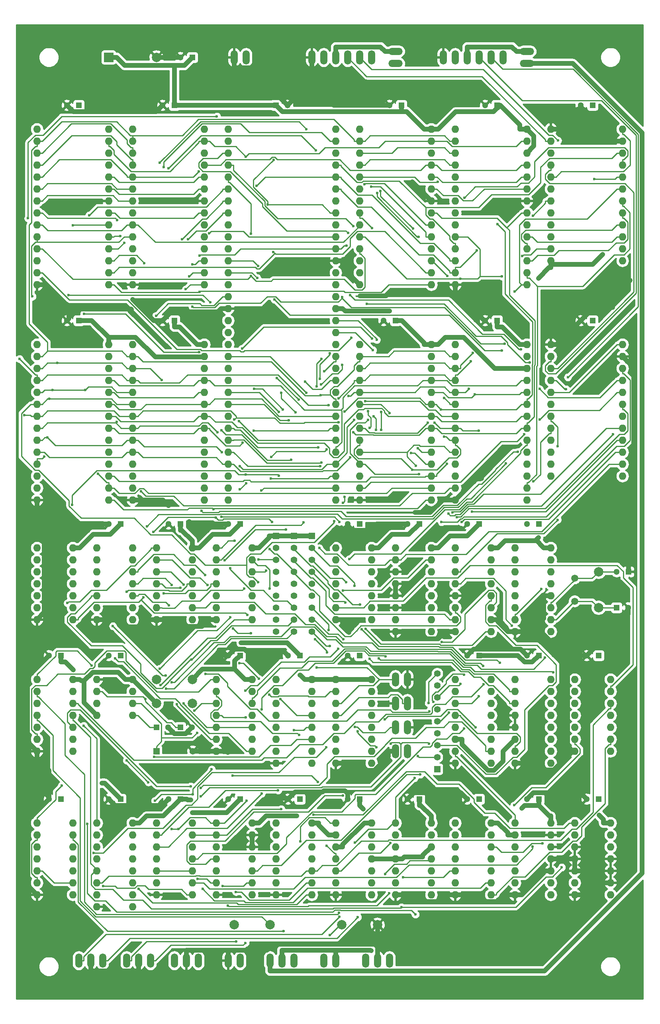
<source format=gbr>
G04 #@! TF.GenerationSoftware,KiCad,Pcbnew,(5.1.4)-1*
G04 #@! TF.CreationDate,2020-10-24T17:15:51+02:00*
G04 #@! TF.ProjectId,ts2,7473322e-6b69-4636-9164-5f7063625858,2.1*
G04 #@! TF.SameCoordinates,Original*
G04 #@! TF.FileFunction,Copper,L2,Bot*
G04 #@! TF.FilePolarity,Positive*
%FSLAX46Y46*%
G04 Gerber Fmt 4.6, Leading zero omitted, Abs format (unit mm)*
G04 Created by KiCad (PCBNEW (5.1.4)-1) date 2020-10-24 17:15:51*
%MOMM*%
%LPD*%
G04 APERTURE LIST*
%ADD10C,2.000000*%
%ADD11R,2.000000X2.000000*%
%ADD12R,1.300000X1.300000*%
%ADD13C,1.300000*%
%ADD14R,1.400000X1.400000*%
%ADD15C,1.400000*%
%ADD16O,1.506220X3.014980*%
%ADD17C,1.998980*%
%ADD18R,1.397000X1.397000*%
%ADD19C,1.397000*%
%ADD20O,1.600000X1.600000*%
%ADD21C,1.501140*%
%ADD22O,3.014980X1.506220*%
%ADD23C,0.600000*%
%ADD24C,0.250000*%
%ADD25C,1.000000*%
%ADD26C,0.254000*%
G04 APERTURE END LIST*
D10*
X53340520Y-22857460D03*
D11*
X43180520Y-22857460D03*
D12*
X53340000Y-165100000D03*
D13*
X55840000Y-165100000D03*
D12*
X58420000Y-165100000D03*
D13*
X60920000Y-165100000D03*
D14*
X53340000Y-170180000D03*
D15*
X61090000Y-170180000D03*
D12*
X60960000Y-22860000D03*
D13*
X58460000Y-22860000D03*
D12*
X36830000Y-33020000D03*
D13*
X34330000Y-33020000D03*
D12*
X57150000Y-33020000D03*
D13*
X54650000Y-33020000D03*
D12*
X78740000Y-33020000D03*
D13*
X81240000Y-33020000D03*
D12*
X105410000Y-33020000D03*
D13*
X102910000Y-33020000D03*
D12*
X125730000Y-33020000D03*
D13*
X123230000Y-33020000D03*
D12*
X121920000Y-149860000D03*
D13*
X119420000Y-149860000D03*
D12*
X36830000Y-78740000D03*
D13*
X34330000Y-78740000D03*
D12*
X57150000Y-78740000D03*
D13*
X54650000Y-78740000D03*
D12*
X104140000Y-78740000D03*
D13*
X101640000Y-78740000D03*
D12*
X125730000Y-78740000D03*
D13*
X123230000Y-78740000D03*
D12*
X146050000Y-33020000D03*
D13*
X143550000Y-33020000D03*
D12*
X134620000Y-149860000D03*
D13*
X132120000Y-149860000D03*
D12*
X147320000Y-180340000D03*
D13*
X144820000Y-180340000D03*
D12*
X45720000Y-121920000D03*
D13*
X43220000Y-121920000D03*
D12*
X58420000Y-121920000D03*
D13*
X55920000Y-121920000D03*
D12*
X71120000Y-121920000D03*
D13*
X68620000Y-121920000D03*
D12*
X134620000Y-121920000D03*
D13*
X132120000Y-121920000D03*
D12*
X121920000Y-121920000D03*
D13*
X119420000Y-121920000D03*
D12*
X96520000Y-121920000D03*
D13*
X94020000Y-121920000D03*
D12*
X109220000Y-121920000D03*
D13*
X106720000Y-121920000D03*
D12*
X33020000Y-149860000D03*
D13*
X30520000Y-149860000D03*
D12*
X45720000Y-149860000D03*
D13*
X43220000Y-149860000D03*
D12*
X96520000Y-149860000D03*
D13*
X94020000Y-149860000D03*
D12*
X71120000Y-149860000D03*
D13*
X68620000Y-149860000D03*
D12*
X83820000Y-149860000D03*
D13*
X81320000Y-149860000D03*
D12*
X146050000Y-78740000D03*
D13*
X143550000Y-78740000D03*
D12*
X33020000Y-180340000D03*
D13*
X30520000Y-180340000D03*
D12*
X45720000Y-180340000D03*
D13*
X43220000Y-180340000D03*
D12*
X58420000Y-180340000D03*
D13*
X55920000Y-180340000D03*
D12*
X71120000Y-180340000D03*
D13*
X68620000Y-180340000D03*
D12*
X83820000Y-180340000D03*
D13*
X81320000Y-180340000D03*
D12*
X96520000Y-180340000D03*
D13*
X94020000Y-180340000D03*
D12*
X109220000Y-180340000D03*
D13*
X106720000Y-180340000D03*
D12*
X121920000Y-180340000D03*
D13*
X119420000Y-180340000D03*
D16*
X68580000Y-214630000D03*
X71120000Y-214630000D03*
X88900000Y-214630000D03*
X91440000Y-214630000D03*
X86360000Y-22860000D03*
X88900000Y-22860000D03*
X91440000Y-22860000D03*
X93980000Y-22860000D03*
X96520000Y-22860000D03*
X99060000Y-22860000D03*
X114300000Y-22860000D03*
X116840000Y-22860000D03*
X119380000Y-22860000D03*
X121920000Y-22860000D03*
X124460000Y-22860000D03*
X127000000Y-22860000D03*
X69850000Y-22860000D03*
X72390000Y-22860000D03*
D17*
X60960000Y-154940000D03*
X53340000Y-154940000D03*
X53340000Y-160020000D03*
X60960000Y-160020000D03*
X69850000Y-207010000D03*
X77470000Y-207010000D03*
X147320000Y-139700000D03*
X147320000Y-132080000D03*
X92710000Y-207010000D03*
X100330000Y-207010000D03*
D18*
X113030000Y-173990000D03*
D19*
X113030000Y-171450000D03*
X113030000Y-168910000D03*
X113030000Y-166370000D03*
X113030000Y-163830000D03*
X113030000Y-161290000D03*
X113030000Y-158750000D03*
X113030000Y-156210000D03*
X113030000Y-153670000D03*
D18*
X86360000Y-124460000D03*
D19*
X86360000Y-127000000D03*
X86360000Y-129540000D03*
X86360000Y-132080000D03*
X86360000Y-134620000D03*
X86360000Y-137160000D03*
X86360000Y-139700000D03*
X86360000Y-142240000D03*
X86360000Y-144780000D03*
D18*
X82550000Y-124460000D03*
D19*
X82550000Y-127000000D03*
X82550000Y-129540000D03*
X82550000Y-132080000D03*
X82550000Y-134620000D03*
X82550000Y-137160000D03*
X82550000Y-139700000D03*
X82550000Y-142240000D03*
X82550000Y-144780000D03*
D18*
X78740000Y-124460000D03*
D19*
X78740000Y-127000000D03*
X78740000Y-129540000D03*
X78740000Y-132080000D03*
X78740000Y-134620000D03*
X78740000Y-137160000D03*
X78740000Y-139700000D03*
X78740000Y-142240000D03*
X78740000Y-144780000D03*
D16*
X57150000Y-214630000D03*
X59690000Y-214630000D03*
X62230000Y-214630000D03*
X46990000Y-214630000D03*
X49530000Y-214630000D03*
X52070000Y-214630000D03*
X36830000Y-214630000D03*
X39370000Y-214630000D03*
X41910000Y-214630000D03*
X97790000Y-214630000D03*
X100330000Y-214630000D03*
X102870000Y-214630000D03*
X77470000Y-214630000D03*
X80010000Y-214630000D03*
X82550000Y-214630000D03*
D20*
X40640000Y-154940000D03*
X40640000Y-157480000D03*
X40640000Y-160020000D03*
X40640000Y-162560000D03*
X48260000Y-162560000D03*
X48260000Y-160020000D03*
X48260000Y-157480000D03*
X48260000Y-154940000D03*
X27940000Y-127000000D03*
X27940000Y-129540000D03*
X27940000Y-132080000D03*
X27940000Y-134620000D03*
X27940000Y-137160000D03*
X27940000Y-139700000D03*
X27940000Y-142240000D03*
X35560000Y-142240000D03*
X35560000Y-139700000D03*
X35560000Y-137160000D03*
X35560000Y-134620000D03*
X35560000Y-132080000D03*
X35560000Y-129540000D03*
X35560000Y-127000000D03*
X40640000Y-127000000D03*
X40640000Y-129540000D03*
X40640000Y-132080000D03*
X40640000Y-134620000D03*
X40640000Y-137160000D03*
X40640000Y-139700000D03*
X40640000Y-142240000D03*
X48260000Y-142240000D03*
X48260000Y-139700000D03*
X48260000Y-137160000D03*
X48260000Y-134620000D03*
X48260000Y-132080000D03*
X48260000Y-129540000D03*
X48260000Y-127000000D03*
X27940000Y-185420000D03*
X27940000Y-187960000D03*
X27940000Y-190500000D03*
X27940000Y-193040000D03*
X27940000Y-195580000D03*
X27940000Y-198120000D03*
X27940000Y-200660000D03*
X35560000Y-200660000D03*
X35560000Y-198120000D03*
X35560000Y-195580000D03*
X35560000Y-193040000D03*
X35560000Y-190500000D03*
X35560000Y-187960000D03*
X35560000Y-185420000D03*
X27940000Y-154940000D03*
X27940000Y-157480000D03*
X27940000Y-160020000D03*
X27940000Y-162560000D03*
X27940000Y-165100000D03*
X27940000Y-167640000D03*
X27940000Y-170180000D03*
X35560000Y-170180000D03*
X35560000Y-167640000D03*
X35560000Y-165100000D03*
X35560000Y-162560000D03*
X35560000Y-160020000D03*
X35560000Y-157480000D03*
X35560000Y-154940000D03*
X53340000Y-127000000D03*
X53340000Y-129540000D03*
X53340000Y-132080000D03*
X53340000Y-134620000D03*
X53340000Y-137160000D03*
X53340000Y-139700000D03*
X53340000Y-142240000D03*
X60960000Y-142240000D03*
X60960000Y-139700000D03*
X60960000Y-137160000D03*
X60960000Y-134620000D03*
X60960000Y-132080000D03*
X60960000Y-129540000D03*
X60960000Y-127000000D03*
X66040000Y-154940000D03*
X66040000Y-157480000D03*
X66040000Y-160020000D03*
X66040000Y-162560000D03*
X66040000Y-165100000D03*
X66040000Y-167640000D03*
X66040000Y-170180000D03*
X73660000Y-170180000D03*
X73660000Y-167640000D03*
X73660000Y-165100000D03*
X73660000Y-162560000D03*
X73660000Y-160020000D03*
X73660000Y-157480000D03*
X73660000Y-154940000D03*
X53340000Y-185420000D03*
X53340000Y-187960000D03*
X53340000Y-190500000D03*
X53340000Y-193040000D03*
X53340000Y-195580000D03*
X53340000Y-198120000D03*
X53340000Y-200660000D03*
X60960000Y-200660000D03*
X60960000Y-198120000D03*
X60960000Y-195580000D03*
X60960000Y-193040000D03*
X60960000Y-190500000D03*
X60960000Y-187960000D03*
X60960000Y-185420000D03*
X66040000Y-185420000D03*
X66040000Y-187960000D03*
X66040000Y-190500000D03*
X66040000Y-193040000D03*
X66040000Y-195580000D03*
X66040000Y-198120000D03*
X66040000Y-200660000D03*
X73660000Y-200660000D03*
X73660000Y-198120000D03*
X73660000Y-195580000D03*
X73660000Y-193040000D03*
X73660000Y-190500000D03*
X73660000Y-187960000D03*
X73660000Y-185420000D03*
X78740000Y-185420000D03*
X78740000Y-187960000D03*
X78740000Y-190500000D03*
X78740000Y-193040000D03*
X78740000Y-195580000D03*
X78740000Y-198120000D03*
X78740000Y-200660000D03*
X86360000Y-200660000D03*
X86360000Y-198120000D03*
X86360000Y-195580000D03*
X86360000Y-193040000D03*
X86360000Y-190500000D03*
X86360000Y-187960000D03*
X86360000Y-185420000D03*
X91440000Y-185420000D03*
X91440000Y-187960000D03*
X91440000Y-190500000D03*
X91440000Y-193040000D03*
X91440000Y-195580000D03*
X91440000Y-198120000D03*
X91440000Y-200660000D03*
X99060000Y-200660000D03*
X99060000Y-198120000D03*
X99060000Y-195580000D03*
X99060000Y-193040000D03*
X99060000Y-190500000D03*
X99060000Y-187960000D03*
X99060000Y-185420000D03*
X104140000Y-127000000D03*
X104140000Y-129540000D03*
X104140000Y-132080000D03*
X104140000Y-134620000D03*
X104140000Y-137160000D03*
X104140000Y-139700000D03*
X104140000Y-142240000D03*
X104140000Y-144780000D03*
X111760000Y-144780000D03*
X111760000Y-142240000D03*
X111760000Y-139700000D03*
X111760000Y-137160000D03*
X111760000Y-134620000D03*
X111760000Y-132080000D03*
X111760000Y-129540000D03*
X111760000Y-127000000D03*
X91440000Y-154940000D03*
X91440000Y-157480000D03*
X91440000Y-160020000D03*
X91440000Y-162560000D03*
X91440000Y-165100000D03*
X91440000Y-167640000D03*
X91440000Y-170180000D03*
X91440000Y-172720000D03*
X99060000Y-172720000D03*
X99060000Y-170180000D03*
X99060000Y-167640000D03*
X99060000Y-165100000D03*
X99060000Y-162560000D03*
X99060000Y-160020000D03*
X99060000Y-157480000D03*
X99060000Y-154940000D03*
X104140000Y-185420000D03*
X104140000Y-187960000D03*
X104140000Y-190500000D03*
X104140000Y-193040000D03*
X104140000Y-195580000D03*
X104140000Y-198120000D03*
X104140000Y-200660000D03*
X111760000Y-200660000D03*
X111760000Y-198120000D03*
X111760000Y-195580000D03*
X111760000Y-193040000D03*
X111760000Y-190500000D03*
X111760000Y-187960000D03*
X111760000Y-185420000D03*
X91440000Y-127000000D03*
X91440000Y-129540000D03*
X91440000Y-132080000D03*
X91440000Y-134620000D03*
X91440000Y-137160000D03*
X91440000Y-139700000D03*
X91440000Y-142240000D03*
X99060000Y-142240000D03*
X99060000Y-139700000D03*
X99060000Y-137160000D03*
X99060000Y-134620000D03*
X99060000Y-132080000D03*
X99060000Y-129540000D03*
X99060000Y-127000000D03*
X66040000Y-127000000D03*
X66040000Y-129540000D03*
X66040000Y-132080000D03*
X66040000Y-134620000D03*
X66040000Y-137160000D03*
X66040000Y-139700000D03*
X66040000Y-142240000D03*
X73660000Y-142240000D03*
X73660000Y-139700000D03*
X73660000Y-137160000D03*
X73660000Y-134620000D03*
X73660000Y-132080000D03*
X73660000Y-129540000D03*
X73660000Y-127000000D03*
X78740000Y-154940000D03*
X78740000Y-157480000D03*
X78740000Y-160020000D03*
X78740000Y-162560000D03*
X78740000Y-165100000D03*
X78740000Y-167640000D03*
X78740000Y-170180000D03*
X78740000Y-172720000D03*
X86360000Y-172720000D03*
X86360000Y-170180000D03*
X86360000Y-167640000D03*
X86360000Y-165100000D03*
X86360000Y-162560000D03*
X86360000Y-160020000D03*
X86360000Y-157480000D03*
X86360000Y-154940000D03*
X116840000Y-127000000D03*
X116840000Y-129540000D03*
X116840000Y-132080000D03*
X116840000Y-134620000D03*
X116840000Y-137160000D03*
X116840000Y-139700000D03*
X116840000Y-142240000D03*
X116840000Y-144780000D03*
X124460000Y-144780000D03*
X124460000Y-142240000D03*
X124460000Y-139700000D03*
X124460000Y-137160000D03*
X124460000Y-134620000D03*
X124460000Y-132080000D03*
X124460000Y-129540000D03*
X124460000Y-127000000D03*
X129540000Y-154940000D03*
X129540000Y-157480000D03*
X129540000Y-160020000D03*
X129540000Y-162560000D03*
X129540000Y-165100000D03*
X129540000Y-167640000D03*
X129540000Y-170180000D03*
X129540000Y-172720000D03*
X137160000Y-172720000D03*
X137160000Y-170180000D03*
X137160000Y-167640000D03*
X137160000Y-165100000D03*
X137160000Y-162560000D03*
X137160000Y-160020000D03*
X137160000Y-157480000D03*
X137160000Y-154940000D03*
X116840000Y-154940000D03*
X116840000Y-157480000D03*
X116840000Y-160020000D03*
X116840000Y-162560000D03*
X116840000Y-165100000D03*
X116840000Y-167640000D03*
X116840000Y-170180000D03*
X116840000Y-172720000D03*
X124460000Y-172720000D03*
X124460000Y-170180000D03*
X124460000Y-167640000D03*
X124460000Y-165100000D03*
X124460000Y-162560000D03*
X124460000Y-160020000D03*
X124460000Y-157480000D03*
X124460000Y-154940000D03*
X116840000Y-185420000D03*
X116840000Y-187960000D03*
X116840000Y-190500000D03*
X116840000Y-193040000D03*
X116840000Y-195580000D03*
X116840000Y-198120000D03*
X116840000Y-200660000D03*
X124460000Y-200660000D03*
X124460000Y-198120000D03*
X124460000Y-195580000D03*
X124460000Y-193040000D03*
X124460000Y-190500000D03*
X124460000Y-187960000D03*
X124460000Y-185420000D03*
X129540000Y-185420000D03*
X129540000Y-187960000D03*
X129540000Y-190500000D03*
X129540000Y-193040000D03*
X129540000Y-195580000D03*
X129540000Y-198120000D03*
X129540000Y-200660000D03*
X137160000Y-200660000D03*
X137160000Y-198120000D03*
X137160000Y-195580000D03*
X137160000Y-193040000D03*
X137160000Y-190500000D03*
X137160000Y-187960000D03*
X137160000Y-185420000D03*
D21*
X142240000Y-133449060D03*
X142240000Y-138330940D03*
D20*
X137160000Y-83820000D03*
X137160000Y-86360000D03*
X137160000Y-88900000D03*
X137160000Y-91440000D03*
X137160000Y-93980000D03*
X137160000Y-96520000D03*
X137160000Y-99060000D03*
X137160000Y-101600000D03*
X137160000Y-104140000D03*
X137160000Y-106680000D03*
X137160000Y-109220000D03*
X137160000Y-111760000D03*
X152400000Y-111760000D03*
X152400000Y-109220000D03*
X152400000Y-106680000D03*
X152400000Y-104140000D03*
X152400000Y-101600000D03*
X152400000Y-99060000D03*
X152400000Y-96520000D03*
X152400000Y-93980000D03*
X152400000Y-91440000D03*
X152400000Y-88900000D03*
X152400000Y-86360000D03*
X152400000Y-83820000D03*
X68580000Y-38100000D03*
X68580000Y-40640000D03*
X68580000Y-43180000D03*
X68580000Y-45720000D03*
X68580000Y-48260000D03*
X68580000Y-50800000D03*
X68580000Y-53340000D03*
X68580000Y-55880000D03*
X68580000Y-58420000D03*
X68580000Y-60960000D03*
X68580000Y-63500000D03*
X68580000Y-66040000D03*
X68580000Y-68580000D03*
X68580000Y-71120000D03*
X68580000Y-73660000D03*
X68580000Y-76200000D03*
X68580000Y-78740000D03*
X68580000Y-81280000D03*
X68580000Y-83820000D03*
X68580000Y-86360000D03*
X68580000Y-88900000D03*
X68580000Y-91440000D03*
X68580000Y-93980000D03*
X68580000Y-96520000D03*
X68580000Y-99060000D03*
X68580000Y-101600000D03*
X68580000Y-104140000D03*
X68580000Y-106680000D03*
X68580000Y-109220000D03*
X68580000Y-111760000D03*
X68580000Y-114300000D03*
X68580000Y-116840000D03*
X91440000Y-116840000D03*
X91440000Y-114300000D03*
X91440000Y-111760000D03*
X91440000Y-109220000D03*
X91440000Y-106680000D03*
X91440000Y-104140000D03*
X91440000Y-101600000D03*
X91440000Y-99060000D03*
X91440000Y-96520000D03*
X91440000Y-93980000D03*
X91440000Y-91440000D03*
X91440000Y-88900000D03*
X91440000Y-86360000D03*
X91440000Y-83820000D03*
X91440000Y-81280000D03*
X91440000Y-78740000D03*
X91440000Y-76200000D03*
X91440000Y-73660000D03*
X91440000Y-71120000D03*
X91440000Y-68580000D03*
X91440000Y-66040000D03*
X91440000Y-63500000D03*
X91440000Y-60960000D03*
X91440000Y-58420000D03*
X91440000Y-55880000D03*
X91440000Y-53340000D03*
X91440000Y-50800000D03*
X91440000Y-48260000D03*
X91440000Y-45720000D03*
X91440000Y-43180000D03*
X91440000Y-40640000D03*
X91440000Y-38100000D03*
X27940000Y-38100000D03*
X27940000Y-40640000D03*
X27940000Y-43180000D03*
X27940000Y-45720000D03*
X27940000Y-48260000D03*
X27940000Y-50800000D03*
X27940000Y-53340000D03*
X27940000Y-55880000D03*
X27940000Y-58420000D03*
X27940000Y-60960000D03*
X27940000Y-63500000D03*
X27940000Y-66040000D03*
X27940000Y-68580000D03*
X27940000Y-71120000D03*
X43180000Y-71120000D03*
X43180000Y-68580000D03*
X43180000Y-66040000D03*
X43180000Y-63500000D03*
X43180000Y-60960000D03*
X43180000Y-58420000D03*
X43180000Y-55880000D03*
X43180000Y-53340000D03*
X43180000Y-50800000D03*
X43180000Y-48260000D03*
X43180000Y-45720000D03*
X43180000Y-43180000D03*
X43180000Y-40640000D03*
X43180000Y-38100000D03*
X27940000Y-83820000D03*
X27940000Y-86360000D03*
X27940000Y-88900000D03*
X27940000Y-91440000D03*
X27940000Y-93980000D03*
X27940000Y-96520000D03*
X27940000Y-99060000D03*
X27940000Y-101600000D03*
X27940000Y-104140000D03*
X27940000Y-106680000D03*
X27940000Y-109220000D03*
X27940000Y-111760000D03*
X27940000Y-114300000D03*
X27940000Y-116840000D03*
X43180000Y-116840000D03*
X43180000Y-114300000D03*
X43180000Y-111760000D03*
X43180000Y-109220000D03*
X43180000Y-106680000D03*
X43180000Y-104140000D03*
X43180000Y-101600000D03*
X43180000Y-99060000D03*
X43180000Y-96520000D03*
X43180000Y-93980000D03*
X43180000Y-91440000D03*
X43180000Y-88900000D03*
X43180000Y-86360000D03*
X43180000Y-83820000D03*
X48260000Y-38100000D03*
X48260000Y-40640000D03*
X48260000Y-43180000D03*
X48260000Y-45720000D03*
X48260000Y-48260000D03*
X48260000Y-50800000D03*
X48260000Y-53340000D03*
X48260000Y-55880000D03*
X48260000Y-58420000D03*
X48260000Y-60960000D03*
X48260000Y-63500000D03*
X48260000Y-66040000D03*
X48260000Y-68580000D03*
X48260000Y-71120000D03*
X63500000Y-71120000D03*
X63500000Y-68580000D03*
X63500000Y-66040000D03*
X63500000Y-63500000D03*
X63500000Y-60960000D03*
X63500000Y-58420000D03*
X63500000Y-55880000D03*
X63500000Y-53340000D03*
X63500000Y-50800000D03*
X63500000Y-48260000D03*
X63500000Y-45720000D03*
X63500000Y-43180000D03*
X63500000Y-40640000D03*
X63500000Y-38100000D03*
X48260000Y-83820000D03*
X48260000Y-86360000D03*
X48260000Y-88900000D03*
X48260000Y-91440000D03*
X48260000Y-93980000D03*
X48260000Y-96520000D03*
X48260000Y-99060000D03*
X48260000Y-101600000D03*
X48260000Y-104140000D03*
X48260000Y-106680000D03*
X48260000Y-109220000D03*
X48260000Y-111760000D03*
X48260000Y-114300000D03*
X48260000Y-116840000D03*
X63500000Y-116840000D03*
X63500000Y-114300000D03*
X63500000Y-111760000D03*
X63500000Y-109220000D03*
X63500000Y-106680000D03*
X63500000Y-104140000D03*
X63500000Y-101600000D03*
X63500000Y-99060000D03*
X63500000Y-96520000D03*
X63500000Y-93980000D03*
X63500000Y-91440000D03*
X63500000Y-88900000D03*
X63500000Y-86360000D03*
X63500000Y-83820000D03*
X96520000Y-38100000D03*
X96520000Y-40640000D03*
X96520000Y-43180000D03*
X96520000Y-45720000D03*
X96520000Y-48260000D03*
X96520000Y-50800000D03*
X96520000Y-53340000D03*
X96520000Y-55880000D03*
X96520000Y-58420000D03*
X96520000Y-60960000D03*
X96520000Y-63500000D03*
X96520000Y-66040000D03*
X96520000Y-68580000D03*
X96520000Y-71120000D03*
X111760000Y-71120000D03*
X111760000Y-68580000D03*
X111760000Y-66040000D03*
X111760000Y-63500000D03*
X111760000Y-60960000D03*
X111760000Y-58420000D03*
X111760000Y-55880000D03*
X111760000Y-53340000D03*
X111760000Y-50800000D03*
X111760000Y-48260000D03*
X111760000Y-45720000D03*
X111760000Y-43180000D03*
X111760000Y-40640000D03*
X111760000Y-38100000D03*
X96520000Y-83820000D03*
X96520000Y-86360000D03*
X96520000Y-88900000D03*
X96520000Y-91440000D03*
X96520000Y-93980000D03*
X96520000Y-96520000D03*
X96520000Y-99060000D03*
X96520000Y-101600000D03*
X96520000Y-104140000D03*
X96520000Y-106680000D03*
X96520000Y-109220000D03*
X96520000Y-111760000D03*
X96520000Y-114300000D03*
X96520000Y-116840000D03*
X111760000Y-116840000D03*
X111760000Y-114300000D03*
X111760000Y-111760000D03*
X111760000Y-109220000D03*
X111760000Y-106680000D03*
X111760000Y-104140000D03*
X111760000Y-101600000D03*
X111760000Y-99060000D03*
X111760000Y-96520000D03*
X111760000Y-93980000D03*
X111760000Y-91440000D03*
X111760000Y-88900000D03*
X111760000Y-86360000D03*
X111760000Y-83820000D03*
X116840000Y-38100000D03*
X116840000Y-40640000D03*
X116840000Y-43180000D03*
X116840000Y-45720000D03*
X116840000Y-48260000D03*
X116840000Y-50800000D03*
X116840000Y-53340000D03*
X116840000Y-55880000D03*
X116840000Y-58420000D03*
X116840000Y-60960000D03*
X116840000Y-63500000D03*
X116840000Y-66040000D03*
X116840000Y-68580000D03*
X116840000Y-71120000D03*
X132080000Y-71120000D03*
X132080000Y-68580000D03*
X132080000Y-66040000D03*
X132080000Y-63500000D03*
X132080000Y-60960000D03*
X132080000Y-58420000D03*
X132080000Y-55880000D03*
X132080000Y-53340000D03*
X132080000Y-50800000D03*
X132080000Y-48260000D03*
X132080000Y-45720000D03*
X132080000Y-43180000D03*
X132080000Y-40640000D03*
X132080000Y-38100000D03*
X116840000Y-83820000D03*
X116840000Y-86360000D03*
X116840000Y-88900000D03*
X116840000Y-91440000D03*
X116840000Y-93980000D03*
X116840000Y-96520000D03*
X116840000Y-99060000D03*
X116840000Y-101600000D03*
X116840000Y-104140000D03*
X116840000Y-106680000D03*
X116840000Y-109220000D03*
X116840000Y-111760000D03*
X116840000Y-114300000D03*
X116840000Y-116840000D03*
X132080000Y-116840000D03*
X132080000Y-114300000D03*
X132080000Y-111760000D03*
X132080000Y-109220000D03*
X132080000Y-106680000D03*
X132080000Y-104140000D03*
X132080000Y-101600000D03*
X132080000Y-99060000D03*
X132080000Y-96520000D03*
X132080000Y-93980000D03*
X132080000Y-91440000D03*
X132080000Y-88900000D03*
X132080000Y-86360000D03*
X132080000Y-83820000D03*
X137160000Y-38100000D03*
X137160000Y-40640000D03*
X137160000Y-43180000D03*
X137160000Y-45720000D03*
X137160000Y-48260000D03*
X137160000Y-50800000D03*
X137160000Y-53340000D03*
X137160000Y-55880000D03*
X137160000Y-58420000D03*
X137160000Y-60960000D03*
X137160000Y-63500000D03*
X137160000Y-66040000D03*
X152400000Y-66040000D03*
X152400000Y-63500000D03*
X152400000Y-60960000D03*
X152400000Y-58420000D03*
X152400000Y-55880000D03*
X152400000Y-53340000D03*
X152400000Y-50800000D03*
X152400000Y-48260000D03*
X152400000Y-45720000D03*
X152400000Y-43180000D03*
X152400000Y-40640000D03*
X152400000Y-38100000D03*
D16*
X106680000Y-154940000D03*
X104140000Y-154940000D03*
X104140000Y-160020000D03*
X106680000Y-160020000D03*
X106680000Y-165100000D03*
X104140000Y-165100000D03*
X104140000Y-170180000D03*
X106680000Y-170180000D03*
D22*
X104140000Y-24130000D03*
X104140000Y-21590000D03*
X132080000Y-24130000D03*
X132080000Y-21590000D03*
D12*
X153670000Y-132080000D03*
D13*
X151170000Y-132080000D03*
D12*
X151130000Y-139700000D03*
D13*
X153630000Y-139700000D03*
D20*
X40640000Y-185420000D03*
X40640000Y-187960000D03*
X40640000Y-190500000D03*
X40640000Y-193040000D03*
X40640000Y-195580000D03*
X40640000Y-198120000D03*
X40640000Y-200660000D03*
X40640000Y-203200000D03*
X48260000Y-203200000D03*
X48260000Y-200660000D03*
X48260000Y-198120000D03*
X48260000Y-195580000D03*
X48260000Y-193040000D03*
X48260000Y-190500000D03*
X48260000Y-187960000D03*
X48260000Y-185420000D03*
X129540000Y-127000000D03*
X129540000Y-129540000D03*
X129540000Y-132080000D03*
X129540000Y-134620000D03*
X129540000Y-137160000D03*
X129540000Y-139700000D03*
X129540000Y-142240000D03*
X129540000Y-144780000D03*
X137160000Y-144780000D03*
X137160000Y-142240000D03*
X137160000Y-139700000D03*
X137160000Y-137160000D03*
X137160000Y-134620000D03*
X137160000Y-132080000D03*
X137160000Y-129540000D03*
X137160000Y-127000000D03*
X142240000Y-185420000D03*
X142240000Y-187960000D03*
X142240000Y-190500000D03*
X142240000Y-193040000D03*
X142240000Y-195580000D03*
X142240000Y-198120000D03*
X142240000Y-200660000D03*
X149860000Y-200660000D03*
X149860000Y-198120000D03*
X149860000Y-195580000D03*
X149860000Y-193040000D03*
X149860000Y-190500000D03*
X149860000Y-187960000D03*
X149860000Y-185420000D03*
X142240000Y-154940000D03*
X142240000Y-157480000D03*
X142240000Y-160020000D03*
X142240000Y-162560000D03*
X142240000Y-165100000D03*
X142240000Y-167640000D03*
X142240000Y-170180000D03*
X149860000Y-170180000D03*
X149860000Y-167640000D03*
X149860000Y-165100000D03*
X149860000Y-162560000D03*
X149860000Y-160020000D03*
X149860000Y-157480000D03*
X149860000Y-154940000D03*
D12*
X147320000Y-149860000D03*
D13*
X144820000Y-149860000D03*
D12*
X134620000Y-180340000D03*
D13*
X132120000Y-180340000D03*
D23*
X107715000Y-49295000D03*
X48260000Y-74242800D03*
X66663400Y-148659200D03*
X108301900Y-119528400D03*
X55920000Y-118058500D03*
X122472000Y-112274000D03*
X150336500Y-75967000D03*
X89453100Y-126840600D03*
X94293900Y-144991400D03*
X102422600Y-73261300D03*
X96618400Y-73550900D03*
X68499900Y-170499600D03*
X48068500Y-76385600D03*
X154013000Y-70237500D03*
X60304100Y-121402600D03*
X78226800Y-180234300D03*
X51020600Y-159119900D03*
X61972500Y-166271500D03*
X134589000Y-69763800D03*
X60960000Y-183207100D03*
X148165300Y-64728800D03*
X109961200Y-192613200D03*
X97313900Y-182455600D03*
X134567500Y-124835800D03*
X131040300Y-182284100D03*
X71331700Y-147196600D03*
X83820000Y-154027200D03*
X35652200Y-152904000D03*
X41755300Y-176963200D03*
X60672100Y-180529900D03*
X98994500Y-212553400D03*
X147436400Y-183755300D03*
X83211800Y-183914100D03*
X102896000Y-76771100D03*
X90183200Y-209247600D03*
X87411900Y-152398700D03*
X93501000Y-138606300D03*
X93651500Y-134316600D03*
X95506800Y-165011300D03*
X95447900Y-135089600D03*
X138683800Y-40517700D03*
X140795100Y-90778800D03*
X113992900Y-147030300D03*
X108938300Y-171229100D03*
X115518900Y-161949300D03*
X118774800Y-153918600D03*
X112260900Y-159678500D03*
X133350000Y-56485100D03*
X138629900Y-105398700D03*
X138620200Y-121061500D03*
X117965400Y-155892400D03*
X105747600Y-196930900D03*
X111205800Y-159992900D03*
X89576000Y-149240000D03*
X87085900Y-146434700D03*
X83924700Y-189377400D03*
X70268900Y-210591200D03*
X89557300Y-190291000D03*
X89947000Y-144429900D03*
X72247200Y-210914900D03*
X100100100Y-169341300D03*
X96113500Y-165993300D03*
X93044700Y-146445700D03*
X92278800Y-205329900D03*
X96162000Y-205433400D03*
X90239900Y-147840000D03*
X67182100Y-102070000D03*
X82032200Y-108321000D03*
X96625400Y-139069100D03*
X97785100Y-144211900D03*
X81496500Y-99932900D03*
X79345900Y-98131100D03*
X77409300Y-127271800D03*
X74952100Y-67138900D03*
X79916700Y-94054100D03*
X82943700Y-98266300D03*
X74766400Y-69701200D03*
X78987100Y-90932000D03*
X83569500Y-95514400D03*
X69008200Y-131334300D03*
X69008200Y-141714100D03*
X54020000Y-152649400D03*
X60784400Y-150728500D03*
X55429700Y-156911400D03*
X44100700Y-143626800D03*
X55340400Y-154143200D03*
X66029000Y-120582600D03*
X77909400Y-121536900D03*
X52714400Y-123607200D03*
X71992600Y-135621600D03*
X75051800Y-129488700D03*
X72354800Y-111463500D03*
X79399900Y-111685900D03*
X35411100Y-117865200D03*
X74144700Y-93272600D03*
X80245900Y-97617200D03*
X64770200Y-74895100D03*
X34695500Y-73305800D03*
X39604500Y-151973400D03*
X53274000Y-77706400D03*
X50572100Y-137551200D03*
X72637500Y-141232200D03*
X77327800Y-158159600D03*
X33230400Y-177471900D03*
X133508600Y-112924300D03*
X127662200Y-109099900D03*
X51302900Y-122463300D03*
X56562000Y-186679800D03*
X58074300Y-186679800D03*
X72534700Y-180690300D03*
X55997600Y-139213700D03*
X133314400Y-190423500D03*
X60081100Y-61462400D03*
X135964000Y-150339200D03*
X56623900Y-155541200D03*
X56623900Y-134858200D03*
X72356400Y-163006100D03*
X137674000Y-153434900D03*
X65085500Y-174034200D03*
X53008400Y-180713200D03*
X63718100Y-132812700D03*
X61043300Y-179359400D03*
X58770300Y-61489800D03*
X92966900Y-136114100D03*
X89408700Y-169386400D03*
X39987500Y-191770000D03*
X108209600Y-175893500D03*
X95560900Y-189563800D03*
X92190200Y-204517200D03*
X49529000Y-199390000D03*
X34434200Y-138738400D03*
X72371500Y-43944400D03*
X62750100Y-179752200D03*
X60617100Y-177619200D03*
X103136900Y-168564800D03*
X111310200Y-168609200D03*
X105432700Y-203302300D03*
X139513500Y-194840900D03*
X39042800Y-56404800D03*
X122853800Y-155977400D03*
X62453200Y-85483200D03*
X37967200Y-77306300D03*
X115407000Y-119760900D03*
X150374500Y-102917400D03*
X40914300Y-111259500D03*
X78221300Y-64168200D03*
X65460500Y-118792400D03*
X62546300Y-72672200D03*
X117242900Y-120531700D03*
X94799500Y-82362400D03*
X94093200Y-60156900D03*
X131510800Y-102870000D03*
X134809100Y-99770000D03*
X95208500Y-58720200D03*
X98061000Y-75235800D03*
X132705100Y-87630000D03*
X134809100Y-93270100D03*
X98640100Y-101571400D03*
X98315900Y-97975600D03*
X66202000Y-35383400D03*
X26061900Y-57029400D03*
X29515700Y-107615300D03*
X98308900Y-99816600D03*
X109160800Y-111361100D03*
X113947700Y-121528000D03*
X73446400Y-69273900D03*
X73446400Y-60309500D03*
X85224400Y-94052500D03*
X87964300Y-127043600D03*
X87751900Y-105656800D03*
X98655900Y-150573400D03*
X88426100Y-108899600D03*
X100649500Y-150506400D03*
X88195700Y-109700100D03*
X96983900Y-144310400D03*
X126319200Y-151447500D03*
X94489600Y-107838600D03*
X26996300Y-73641000D03*
X117973000Y-69850000D03*
X126823200Y-69383000D03*
X131123700Y-65082500D03*
X108535500Y-109573800D03*
X67264600Y-106676000D03*
X30169000Y-103591600D03*
X107693200Y-110429100D03*
X114544800Y-103372500D03*
X112497600Y-100458100D03*
X111028000Y-100458100D03*
X66364200Y-102506100D03*
X109455200Y-175143900D03*
X121849800Y-158499800D03*
X121854300Y-102097700D03*
X44946400Y-100259500D03*
X44997200Y-57403100D03*
X99158000Y-59123300D03*
X99161100Y-82586700D03*
X71543800Y-84706000D03*
X92085000Y-100360800D03*
X25288700Y-98800400D03*
X67392300Y-198813300D03*
X69918800Y-99748800D03*
X97758200Y-95880800D03*
X102893600Y-98423400D03*
X114539100Y-95146500D03*
X91116000Y-121315100D03*
X74963200Y-134293700D03*
X30630300Y-95386800D03*
X94180900Y-94792700D03*
X113174400Y-49296900D03*
X62341300Y-47105500D03*
X119753600Y-93202200D03*
X75677100Y-114836800D03*
X31250500Y-93465000D03*
X38236700Y-93465000D03*
X37882200Y-164765000D03*
X77638600Y-112328800D03*
X92067600Y-95243700D03*
X89988300Y-96724600D03*
X24241100Y-86897100D03*
X54242100Y-156173700D03*
X120155900Y-87420800D03*
X54928000Y-136652100D03*
X71089600Y-109688900D03*
X54477800Y-91355600D03*
X120576300Y-85593700D03*
X32287700Y-87774700D03*
X95394700Y-99827800D03*
X93306200Y-116174300D03*
X92979200Y-117425000D03*
X70895000Y-100084300D03*
X121048200Y-94430400D03*
X74001800Y-102167300D03*
X71671600Y-104704600D03*
X95173800Y-102435500D03*
X113848500Y-97645400D03*
X125814000Y-58236200D03*
X93373000Y-98071200D03*
X88224000Y-94586100D03*
X89513500Y-106142800D03*
X77721900Y-107712000D03*
X77408400Y-135684400D03*
X84962800Y-91724300D03*
X76681700Y-131824700D03*
X67826800Y-129690300D03*
X80871200Y-123158900D03*
X89046900Y-89513900D03*
X84645200Y-121607900D03*
X69940900Y-125541100D03*
X71016100Y-151516200D03*
X75130200Y-154816400D03*
X99381000Y-85029100D03*
X99508300Y-99092000D03*
X100004600Y-101998100D03*
X100173900Y-82844400D03*
X101148900Y-98188500D03*
X101140600Y-101955200D03*
X92870700Y-88172900D03*
X88363900Y-92351900D03*
X90190700Y-85731300D03*
X88059500Y-91157800D03*
X88433800Y-86860400D03*
X87400100Y-92709300D03*
X62544600Y-64945700D03*
X130870500Y-84866000D03*
X94558000Y-73368700D03*
X93751700Y-62835000D03*
X130157700Y-106631800D03*
X62916800Y-119184600D03*
X64590700Y-60198900D03*
X60959900Y-66789700D03*
X92821300Y-73755300D03*
X60959800Y-75780600D03*
X127346800Y-83654100D03*
X77014600Y-54129300D03*
X60334500Y-69354000D03*
X78226100Y-44662000D03*
X59576400Y-72086700D03*
X129486300Y-72618300D03*
X126772400Y-85133500D03*
X78407500Y-74282300D03*
X121452200Y-63861000D03*
X146405500Y-48721300D03*
X50094700Y-115009400D03*
X118791500Y-52673700D03*
X74616200Y-50129500D03*
X87245700Y-42651000D03*
X55907100Y-46413100D03*
X85244700Y-38110000D03*
X54082100Y-45265700D03*
X99009600Y-50283200D03*
X45656500Y-60850800D03*
X118213100Y-121548700D03*
X108905900Y-105847900D03*
X120436600Y-119350500D03*
X109074500Y-60964100D03*
X100243500Y-51681900D03*
X46479900Y-62219200D03*
X54929000Y-46185500D03*
X107463400Y-106853300D03*
X116246600Y-119503800D03*
X107867200Y-59181600D03*
X101000000Y-51272200D03*
X50785000Y-66574300D03*
X115080600Y-109201000D03*
X115171400Y-69242700D03*
X79710800Y-159087400D03*
X73458000Y-145152800D03*
X69592600Y-144133300D03*
X64212600Y-134932100D03*
X59101000Y-160068500D03*
X59101000Y-134775400D03*
X62091000Y-197275900D03*
X58417900Y-135494600D03*
X108418500Y-204861200D03*
X38673600Y-185644300D03*
X63184200Y-199401300D03*
X122830300Y-152098400D03*
X62750100Y-177969900D03*
X51628400Y-176787100D03*
X47005200Y-172163900D03*
X47005200Y-136330200D03*
X111346900Y-161706700D03*
X63810800Y-153790800D03*
X121162800Y-165104900D03*
X101877100Y-163452300D03*
X92261200Y-121491300D03*
X67195600Y-120421200D03*
X83669700Y-166740600D03*
X61435300Y-161554200D03*
X57699600Y-160201700D03*
X44556700Y-150466500D03*
X94344100Y-129389900D03*
X91991100Y-148449800D03*
X72240000Y-157296000D03*
X82556300Y-165705600D03*
X79205400Y-178494500D03*
X102030600Y-150071900D03*
X75712800Y-161337500D03*
X75712800Y-179181200D03*
X35575000Y-58490100D03*
X41991400Y-198844200D03*
X118732400Y-165346400D03*
X79865300Y-182443700D03*
X97541800Y-49786300D03*
X72413700Y-113295600D03*
X71106700Y-114602600D03*
X93000500Y-179605800D03*
X102833000Y-200318100D03*
X68489100Y-202986800D03*
X70248500Y-200065000D03*
X69509800Y-175391400D03*
X87652800Y-176734500D03*
X103033100Y-189666400D03*
X102003500Y-196241100D03*
X52848500Y-171415600D03*
X86776600Y-183669300D03*
X128917200Y-143510000D03*
X140449700Y-93331200D03*
X135176400Y-135759700D03*
X80398800Y-208409100D03*
X135443800Y-189760400D03*
X129395200Y-181652100D03*
D24*
X51925300Y-165100000D02*
X53340000Y-165100000D01*
X49385300Y-162560000D02*
X51925300Y-165100000D01*
X48260000Y-162560000D02*
X49385300Y-162560000D01*
D25*
X137160000Y-137160000D02*
X135659700Y-137160000D01*
X142240000Y-200660000D02*
X143740300Y-200660000D01*
X30520000Y-174260300D02*
X27940000Y-171680300D01*
X30520000Y-180340000D02*
X30520000Y-174260300D01*
X27940000Y-170180000D02*
X27940000Y-171680300D01*
X25963800Y-168203800D02*
X27940000Y-170180000D01*
X25963800Y-154416200D02*
X25963800Y-168203800D01*
X30520000Y-149860000D02*
X25963800Y-154416200D01*
X52757200Y-78740000D02*
X54650000Y-78740000D01*
X48260000Y-74242800D02*
X52757200Y-78740000D01*
X68580000Y-214630000D02*
X68580000Y-212422200D01*
X92940300Y-67540300D02*
X92940300Y-66040000D01*
X96520000Y-71120000D02*
X92940300Y-67540300D01*
X91440000Y-66040000D02*
X92940300Y-66040000D01*
X104140000Y-134620000D02*
X104140000Y-137160000D01*
X111760000Y-53340000D02*
X107715000Y-49295000D01*
X137160000Y-193040000D02*
X138660300Y-193040000D01*
X116206500Y-200660000D02*
X115339700Y-200660000D01*
X116206500Y-200660000D02*
X116840000Y-200660000D01*
X126535500Y-202164200D02*
X128039700Y-200660000D01*
X119844500Y-202164200D02*
X126535500Y-202164200D01*
X118340300Y-200660000D02*
X119844500Y-202164200D01*
X116840000Y-200660000D02*
X118340300Y-200660000D01*
X129540000Y-200660000D02*
X128039700Y-200660000D01*
X137160000Y-83820000D02*
X138660300Y-83820000D01*
X138660300Y-83629700D02*
X138660300Y-83820000D01*
X143550000Y-78740000D02*
X138660300Y-83629700D01*
X142240000Y-195580000D02*
X143740300Y-195580000D01*
X143740300Y-195580000D02*
X146280300Y-198120000D01*
X143740300Y-200660000D02*
X146280300Y-198120000D01*
X146280300Y-198120000D02*
X149860000Y-198120000D01*
X27940000Y-116840000D02*
X27940000Y-118340300D01*
X43220000Y-121920000D02*
X29493800Y-121920000D01*
X29493800Y-140686200D02*
X29493800Y-121920000D01*
X27940000Y-142240000D02*
X29493800Y-140686200D01*
X29493800Y-119894100D02*
X27940000Y-118340300D01*
X29493800Y-121920000D02*
X29493800Y-119894100D01*
X73660000Y-190500000D02*
X73660000Y-187960000D01*
X104140000Y-200660000D02*
X105640300Y-200660000D01*
X107141500Y-202161200D02*
X105640300Y-200660000D01*
X113838500Y-202161200D02*
X107141500Y-202161200D01*
X115339700Y-200660000D02*
X113838500Y-202161200D01*
X104140000Y-144780000D02*
X105640300Y-144780000D01*
X116840000Y-144780000D02*
X115339700Y-144780000D01*
X142240000Y-193040000D02*
X142240000Y-195580000D01*
X129540000Y-172720000D02*
X131040300Y-172720000D01*
X153630000Y-141050000D02*
X153630000Y-139700000D01*
X144820000Y-149860000D02*
X153630000Y-141050000D01*
X154832300Y-88792300D02*
X152400000Y-86360000D01*
X154832300Y-129567400D02*
X154832300Y-88792300D01*
X153670000Y-130729700D02*
X154832300Y-129567400D01*
X153670000Y-132080000D02*
X153670000Y-130729700D01*
X68580000Y-76200000D02*
X67079700Y-76200000D01*
X27940000Y-71120000D02*
X29440300Y-71120000D01*
X69850000Y-22860000D02*
X69850000Y-25067800D01*
X100330000Y-210901700D02*
X100077600Y-211154100D01*
X100330000Y-207010000D02*
X100330000Y-210901700D01*
X125960300Y-142700600D02*
X125960300Y-142240000D01*
X128039700Y-144780000D02*
X125960300Y-142700600D01*
X129540000Y-144780000D02*
X131040300Y-144780000D01*
X152400000Y-40640000D02*
X150899700Y-40640000D01*
X133470400Y-178989600D02*
X132120000Y-180340000D01*
X143469600Y-178989600D02*
X133470400Y-178989600D01*
X144820000Y-180340000D02*
X143469600Y-178989600D01*
X25989300Y-184870700D02*
X30520000Y-180340000D01*
X25989300Y-198709300D02*
X25989300Y-184870700D01*
X27940000Y-200660000D02*
X25989300Y-198709300D01*
X48260000Y-116840000D02*
X49760300Y-116840000D01*
X107155800Y-146295500D02*
X105640300Y-144780000D01*
X113275600Y-146295500D02*
X107155800Y-146295500D01*
X114791100Y-144780000D02*
X113275600Y-146295500D01*
X115339700Y-144780000D02*
X114791100Y-144780000D01*
X121406000Y-112274000D02*
X122472000Y-112274000D01*
X116840000Y-116840000D02*
X121406000Y-112274000D01*
X135659700Y-196040600D02*
X131040300Y-200660000D01*
X135659700Y-195580000D02*
X135659700Y-196040600D01*
X129540000Y-200660000D02*
X131040300Y-200660000D01*
X137160000Y-195580000D02*
X135659700Y-195580000D01*
X137160000Y-38100000D02*
X138660300Y-38100000D01*
X143550000Y-33894900D02*
X143550000Y-33020000D01*
X144154600Y-33894900D02*
X143550000Y-33894900D01*
X150899700Y-40640000D02*
X144154600Y-33894900D01*
X142865400Y-33894900D02*
X138660300Y-38100000D01*
X143550000Y-33894900D02*
X142865400Y-33894900D01*
X104140000Y-170180000D02*
X102686600Y-170180000D01*
X91440000Y-172720000D02*
X92940300Y-172720000D01*
X94459200Y-174238900D02*
X92940300Y-172720000D01*
X99717700Y-174238900D02*
X94459200Y-174238900D01*
X102686600Y-171270000D02*
X99717700Y-174238900D01*
X102686600Y-170180000D02*
X102686600Y-171270000D01*
X100330000Y-211406500D02*
X100077600Y-211154100D01*
X100330000Y-214630000D02*
X100330000Y-211406500D01*
X116840000Y-71120000D02*
X116840000Y-72538900D01*
X108070400Y-178989600D02*
X106720000Y-180340000D01*
X118069600Y-178989600D02*
X108070400Y-178989600D01*
X119420000Y-180340000D02*
X118069600Y-178989600D01*
X129540000Y-144780000D02*
X128039700Y-144780000D01*
X124460000Y-142240000D02*
X125960300Y-142240000D01*
X142240000Y-193040000D02*
X138660300Y-193040000D01*
X92940300Y-143637800D02*
X94293900Y-144991400D01*
X92940300Y-142240000D02*
X92940300Y-143637800D01*
X91440000Y-142240000D02*
X92940300Y-142240000D01*
X116117600Y-73261300D02*
X102422600Y-73261300D01*
X116840000Y-72538900D02*
X116117600Y-73261300D01*
X102133000Y-73550900D02*
X102422600Y-73261300D01*
X96618400Y-73550900D02*
X102133000Y-73550900D01*
X123041100Y-78740000D02*
X123230000Y-78740000D01*
X116840000Y-72538900D02*
X123041100Y-78740000D01*
X111571800Y-119528400D02*
X108301900Y-119528400D01*
X114260200Y-116840000D02*
X111571800Y-119528400D01*
X116840000Y-116840000D02*
X114260200Y-116840000D01*
X94629400Y-123296000D02*
X94020000Y-122686600D01*
X98800900Y-123296000D02*
X94629400Y-123296000D01*
X100176900Y-121920000D02*
X98800900Y-123296000D01*
X106720000Y-121920000D02*
X100176900Y-121920000D01*
X93607100Y-122686600D02*
X94020000Y-122686600D01*
X89453100Y-126840600D02*
X93607100Y-122686600D01*
X94020000Y-122686600D02*
X94020000Y-121920000D01*
X130769700Y-148509700D02*
X132120000Y-149860000D01*
X120770300Y-148509700D02*
X130769700Y-148509700D01*
X119420000Y-149860000D02*
X120770300Y-148509700D01*
X34749700Y-78320300D02*
X34749700Y-76429400D01*
X34330000Y-78740000D02*
X34749700Y-78320300D01*
X34749700Y-76429400D02*
X29440300Y-71120000D01*
X53340000Y-142240000D02*
X51839700Y-142240000D01*
X54701500Y-116840000D02*
X49760300Y-116840000D01*
X55920000Y-118058500D02*
X54701500Y-116840000D01*
X56341900Y-143741600D02*
X54840300Y-142240000D01*
X63038100Y-143741600D02*
X56341900Y-143741600D01*
X64539700Y-142240000D02*
X63038100Y-143741600D01*
X66040000Y-142240000D02*
X64539700Y-142240000D01*
X53340000Y-142240000D02*
X54840300Y-142240000D01*
X67864200Y-149860000D02*
X66663400Y-148659200D01*
X68620000Y-149860000D02*
X67864200Y-149860000D01*
X69970400Y-148509600D02*
X68620000Y-149860000D01*
X72060000Y-148509600D02*
X69970400Y-148509600D01*
X72470300Y-148919900D02*
X72060000Y-148509600D01*
X72470300Y-148920000D02*
X72470300Y-148919900D01*
X80380000Y-148920000D02*
X72470300Y-148920000D01*
X81320000Y-149860000D02*
X80380000Y-148920000D01*
X73287800Y-25067800D02*
X81240000Y-33020000D01*
X69850000Y-25067800D02*
X73287800Y-25067800D01*
X86360000Y-22860000D02*
X86360000Y-25067800D01*
X86360000Y-28300100D02*
X86360000Y-25067800D01*
X91079900Y-33020000D02*
X86360000Y-28300100D01*
X102910000Y-33020000D02*
X91079900Y-33020000D01*
X85959900Y-28300100D02*
X81240000Y-33020000D01*
X86360000Y-28300100D02*
X85959900Y-28300100D01*
X135659700Y-141992900D02*
X133944000Y-143708600D01*
X135659700Y-137160000D02*
X135659700Y-141992900D01*
X132872600Y-144780000D02*
X131040300Y-144780000D01*
X133944000Y-143708600D02*
X132872600Y-144780000D01*
X140095300Y-149860000D02*
X140729300Y-149860000D01*
X133944000Y-143708600D02*
X140095300Y-149860000D01*
X140729300Y-149860000D02*
X144820000Y-149860000D01*
X140729300Y-169055200D02*
X141854100Y-170180000D01*
X140729300Y-149860000D02*
X140729300Y-169055200D01*
X137813700Y-174220400D02*
X141854100Y-170180000D01*
X132540700Y-174220400D02*
X137813700Y-174220400D01*
X131040300Y-172720000D02*
X132540700Y-174220400D01*
X141854100Y-170180000D02*
X142240000Y-170180000D01*
X40640000Y-142240000D02*
X42140300Y-142240000D01*
X146323000Y-75967000D02*
X143550000Y-78740000D01*
X150336500Y-75967000D02*
X146323000Y-75967000D01*
X150336500Y-73914000D02*
X154013000Y-70237500D01*
X150336500Y-75967000D02*
X150336500Y-73914000D01*
X34873100Y-76306000D02*
X34749700Y-76429400D01*
X47988700Y-76306000D02*
X34873100Y-76306000D01*
X48068300Y-76385600D02*
X47988700Y-76306000D01*
X48068500Y-76385600D02*
X48068300Y-76385600D01*
X57190400Y-166450400D02*
X55840000Y-165100000D01*
X59569600Y-166450400D02*
X57190400Y-166450400D01*
X60920000Y-165100000D02*
X59569600Y-166450400D01*
X53343000Y-22860000D02*
X53340500Y-22857500D01*
X58460000Y-22860000D02*
X53343000Y-22860000D01*
X39370000Y-216837800D02*
X49530000Y-216837800D01*
X39370000Y-214630000D02*
X39370000Y-216837800D01*
X49530000Y-214630000D02*
X49530000Y-216837800D01*
X44596000Y-181716000D02*
X43220000Y-180340000D01*
X54544000Y-181716000D02*
X44596000Y-181716000D01*
X55920000Y-180340000D02*
X54544000Y-181716000D01*
X60821500Y-121920000D02*
X68620000Y-121920000D01*
X60304100Y-121402600D02*
X60821500Y-121920000D01*
X68180300Y-170180000D02*
X66040000Y-170180000D01*
X68499900Y-170499600D02*
X68180300Y-170180000D01*
X66040000Y-170180000D02*
X61090000Y-170180000D01*
X76867700Y-212422200D02*
X68580000Y-212422200D01*
X78135800Y-211154100D02*
X76867700Y-212422200D01*
X100077600Y-211154100D02*
X78135800Y-211154100D01*
X68580000Y-212422200D02*
X59690000Y-212422200D01*
X59690000Y-214630000D02*
X59690000Y-212422200D01*
X44782500Y-142240000D02*
X42140300Y-142240000D01*
X46296600Y-143754100D02*
X44782500Y-142240000D01*
X50325600Y-143754100D02*
X46296600Y-143754100D01*
X51839700Y-142240000D02*
X50325600Y-143754100D01*
X81214300Y-180234300D02*
X81320000Y-180340000D01*
X78226800Y-180234300D02*
X81214300Y-180234300D01*
X82817300Y-178842700D02*
X81320000Y-180340000D01*
X88687900Y-178842700D02*
X82817300Y-178842700D01*
X88935600Y-178595000D02*
X88687900Y-178842700D01*
X93410200Y-178595000D02*
X88935600Y-178595000D01*
X94020000Y-179204800D02*
X93410200Y-178595000D01*
X94020000Y-180340000D02*
X94020000Y-179204800D01*
X66377600Y-76902100D02*
X67079700Y-76200000D01*
X56487900Y-76902100D02*
X66377600Y-76902100D01*
X54650000Y-78740000D02*
X56487900Y-76902100D01*
X35680400Y-34370400D02*
X34330000Y-33020000D01*
X53299600Y-34370400D02*
X35680400Y-34370400D01*
X54650000Y-33020000D02*
X53299600Y-34370400D01*
D24*
X40640000Y-157480000D02*
X41765300Y-157480000D01*
X58420000Y-165100000D02*
X57444700Y-165100000D01*
X50506000Y-158605300D02*
X51020600Y-159119900D01*
X42890600Y-158605300D02*
X50506000Y-158605300D01*
X41765300Y-157480000D02*
X42890600Y-158605300D01*
X56469400Y-164124700D02*
X57444700Y-165100000D01*
X55565600Y-164124700D02*
X56469400Y-164124700D01*
X51020600Y-159579700D02*
X55565600Y-164124700D01*
X51020600Y-159119900D02*
X51020600Y-159579700D01*
X60934300Y-167309700D02*
X61972500Y-166271500D01*
X54374600Y-167309700D02*
X60934300Y-167309700D01*
X54374600Y-168120100D02*
X53340000Y-169154700D01*
X54374600Y-167309700D02*
X54374600Y-168120100D01*
X53340000Y-170180000D02*
X53340000Y-169154700D01*
X54374600Y-164336800D02*
X54374600Y-167309700D01*
X50057800Y-160020000D02*
X54374600Y-164336800D01*
X48260000Y-160020000D02*
X50057800Y-160020000D01*
D25*
X126850000Y-80090300D02*
X125730000Y-80090300D01*
X130579700Y-83820000D02*
X126850000Y-80090300D01*
X132080000Y-83820000D02*
X130579700Y-83820000D01*
X125730000Y-78740000D02*
X125730000Y-80090300D01*
X106530000Y-34370300D02*
X105410000Y-34370300D01*
X110259700Y-38100000D02*
X106530000Y-34370300D01*
X111760000Y-38100000D02*
X110259700Y-38100000D01*
X127000000Y-170180000D02*
X129540000Y-167640000D01*
X127000000Y-172305700D02*
X127000000Y-170180000D01*
X125073900Y-174231800D02*
X127000000Y-172305700D01*
X123806900Y-174231800D02*
X125073900Y-174231800D01*
X118340300Y-168765200D02*
X123806900Y-174231800D01*
X118340300Y-167640000D02*
X118340300Y-168765200D01*
X116840000Y-167640000D02*
X118340300Y-167640000D01*
X99060000Y-154940000D02*
X91440000Y-154940000D01*
X87860300Y-154940000D02*
X89939700Y-154940000D01*
X86360000Y-154940000D02*
X87860300Y-154940000D01*
X91440000Y-154940000D02*
X89939700Y-154940000D01*
X86360000Y-185420000D02*
X87860300Y-185420000D01*
X91440000Y-187960000D02*
X89939700Y-187960000D01*
X78740000Y-124460000D02*
X82550000Y-124460000D01*
X125730000Y-33020000D02*
X126405200Y-33020000D01*
X116944000Y-34416300D02*
X113260300Y-38100000D01*
X125008900Y-34416300D02*
X116944000Y-34416300D01*
X126405200Y-33020000D02*
X125008900Y-34416300D01*
X111760000Y-38100000D02*
X113260300Y-38100000D01*
X105410000Y-33020000D02*
X105410000Y-34070200D01*
X105410000Y-34070200D02*
X105410000Y-34370300D01*
X36830000Y-78740000D02*
X38180300Y-78740000D01*
X43180000Y-83820000D02*
X43180000Y-82319700D01*
X48260000Y-185420000D02*
X49760300Y-185420000D01*
X57150000Y-33020000D02*
X58500300Y-33020000D01*
X80090300Y-34370300D02*
X78740000Y-33020000D01*
X105410000Y-34370300D02*
X80090300Y-34370300D01*
X78740000Y-33020000D02*
X58500300Y-33020000D01*
X84961200Y-124460000D02*
X82550000Y-124460000D01*
X86360000Y-124460000D02*
X84961200Y-124460000D01*
X54840300Y-183919700D02*
X58420000Y-180340000D01*
X51260600Y-183919700D02*
X54840300Y-183919700D01*
X49760300Y-185420000D02*
X51260600Y-183919700D01*
X87860300Y-185880600D02*
X89939700Y-187960000D01*
X87860300Y-185420000D02*
X87860300Y-185880600D01*
X103402900Y-124157400D02*
X100560300Y-127000000D01*
X106982600Y-124157400D02*
X103402900Y-124157400D01*
X109220000Y-121920000D02*
X106982600Y-124157400D01*
X99060000Y-127000000D02*
X100560300Y-127000000D01*
X99060000Y-193040000D02*
X104140000Y-193040000D01*
X133580400Y-39600400D02*
X132080000Y-38100000D01*
X133580400Y-41679600D02*
X133580400Y-39600400D01*
X132080000Y-43180000D02*
X133580400Y-41679600D01*
X130579700Y-37194500D02*
X126405200Y-33020000D01*
X130579700Y-38100000D02*
X130579700Y-37194500D01*
X132080000Y-38100000D02*
X130579700Y-38100000D01*
X136812500Y-67540300D02*
X137160000Y-67540300D01*
X134589000Y-69763800D02*
X136812500Y-67540300D01*
X104140000Y-193040000D02*
X105640300Y-193040000D01*
X39952200Y-124108100D02*
X37060300Y-127000000D01*
X43531900Y-124108100D02*
X39952200Y-124108100D01*
X45720000Y-121920000D02*
X43531900Y-124108100D01*
X35560000Y-127000000D02*
X37060300Y-127000000D01*
X43180500Y-22857500D02*
X44880800Y-22857500D01*
X57150000Y-33020000D02*
X57150000Y-31669700D01*
X57150000Y-24557900D02*
X57150000Y-31669700D01*
X46581200Y-24557900D02*
X57150000Y-24557900D01*
X44880800Y-22857500D02*
X46581200Y-24557900D01*
X59262100Y-24557900D02*
X60960000Y-22860000D01*
X57150000Y-24557900D02*
X59262100Y-24557900D01*
X39600300Y-78740000D02*
X43180000Y-82319700D01*
X38180300Y-78740000D02*
X39600300Y-78740000D01*
X110259700Y-83509400D02*
X105490300Y-78740000D01*
X110259700Y-83820000D02*
X110259700Y-83509400D01*
X104140000Y-78740000D02*
X105490300Y-78740000D01*
X111760000Y-83820000D02*
X110259700Y-83820000D01*
X132080000Y-88900000D02*
X130579700Y-88900000D01*
X111760000Y-83820000D02*
X113260300Y-83820000D01*
X130210200Y-149860000D02*
X123270300Y-149860000D01*
X131582200Y-151232000D02*
X130210200Y-149860000D01*
X133248000Y-151232000D02*
X131582200Y-151232000D01*
X134620000Y-149860000D02*
X133248000Y-151232000D01*
X121920000Y-149860000D02*
X123270300Y-149860000D01*
X137160000Y-66040000D02*
X137160000Y-66790100D01*
X137160000Y-66790100D02*
X137160000Y-67540300D01*
X146104000Y-66790100D02*
X148165300Y-64728800D01*
X137160000Y-66790100D02*
X146104000Y-66790100D01*
X109961200Y-192298800D02*
X111760000Y-190500000D01*
X109961200Y-192613200D02*
X109961200Y-192298800D01*
X114787500Y-82292800D02*
X113260300Y-83820000D01*
X118690200Y-82292800D02*
X114787500Y-82292800D01*
X125297400Y-88900000D02*
X118690200Y-82292800D01*
X130579700Y-88900000D02*
X125297400Y-88900000D01*
X106067100Y-192613200D02*
X109961200Y-192613200D01*
X105640300Y-193040000D02*
X106067100Y-192613200D01*
X80010000Y-212422200D02*
X91440000Y-212422200D01*
X80010000Y-214630000D02*
X80010000Y-212422200D01*
X91440000Y-214630000D02*
X91440000Y-212422200D01*
X96548600Y-181690300D02*
X96520000Y-181690300D01*
X97313900Y-182455600D02*
X96548600Y-181690300D01*
X96520000Y-180340000D02*
X96520000Y-181690300D01*
X137160000Y-127000000D02*
X135659700Y-127000000D01*
X124460000Y-127000000D02*
X125960300Y-127000000D01*
X134031600Y-125371800D02*
X135659700Y-127000000D01*
X133903700Y-125499700D02*
X134031600Y-125371800D01*
X127460600Y-125499700D02*
X133903700Y-125499700D01*
X125960300Y-127000000D02*
X127460600Y-125499700D01*
X134567500Y-124835900D02*
X134567500Y-124835800D01*
X134031600Y-125371800D02*
X134567500Y-124835900D01*
X65352200Y-124108100D02*
X62460300Y-127000000D01*
X68931900Y-124108100D02*
X65352200Y-124108100D01*
X71120000Y-121920000D02*
X68931900Y-124108100D01*
X60960000Y-127000000D02*
X62460300Y-127000000D01*
X58730600Y-123270300D02*
X60960000Y-125499700D01*
X58420000Y-123270300D02*
X58730600Y-123270300D01*
X60960000Y-127000000D02*
X60960000Y-125499700D01*
X58420000Y-121920000D02*
X58420000Y-123270300D01*
X73660000Y-154940000D02*
X72159700Y-154940000D01*
X63127700Y-152772300D02*
X60960000Y-154940000D01*
X69992000Y-152772300D02*
X63127700Y-152772300D01*
X72159700Y-154940000D02*
X69992000Y-152772300D01*
X69992000Y-150988000D02*
X71120000Y-149860000D01*
X69992000Y-152772300D02*
X69992000Y-150988000D01*
X128039700Y-187499400D02*
X125960300Y-185420000D01*
X128039700Y-187960000D02*
X128039700Y-187499400D01*
X124460000Y-185420000D02*
X125960300Y-185420000D01*
X129540000Y-187960000D02*
X128039700Y-187960000D01*
X136849400Y-183919700D02*
X137160000Y-183919700D01*
X134620000Y-181690300D02*
X136849400Y-183919700D01*
X134620000Y-180340000D02*
X134620000Y-181690300D01*
X137160000Y-185420000D02*
X137160000Y-183919700D01*
X68252900Y-183207100D02*
X60960000Y-183207100D01*
X71120000Y-180340000D02*
X68252900Y-183207100D01*
X131634100Y-181690300D02*
X131040300Y-182284100D01*
X134620000Y-181690300D02*
X131634100Y-181690300D01*
X115806900Y-124453400D02*
X113260300Y-127000000D01*
X119386600Y-124453400D02*
X115806900Y-124453400D01*
X121920000Y-121920000D02*
X119386600Y-124453400D01*
X111760000Y-127000000D02*
X113260300Y-127000000D01*
X81156600Y-147196600D02*
X71331700Y-147196600D01*
X83820000Y-149860000D02*
X81156600Y-147196600D01*
X58270000Y-80090300D02*
X57150000Y-80090300D01*
X61999700Y-83820000D02*
X58270000Y-80090300D01*
X63500000Y-83820000D02*
X61999700Y-83820000D01*
X57150000Y-78740000D02*
X57150000Y-80090300D01*
X86360000Y-154940000D02*
X84859700Y-154940000D01*
X53340000Y-160020000D02*
X48260000Y-154940000D01*
X83946900Y-154027200D02*
X83820000Y-154027200D01*
X84859700Y-154940000D02*
X83946900Y-154027200D01*
X77341200Y-124819100D02*
X77341200Y-124460000D01*
X75160300Y-127000000D02*
X77341200Y-124819100D01*
X73660000Y-127000000D02*
X75160300Y-127000000D01*
X78740000Y-124460000D02*
X77341200Y-124460000D01*
X63376500Y-86483500D02*
X63500000Y-86360000D01*
X53094400Y-86483500D02*
X63376500Y-86483500D01*
X48930600Y-82319700D02*
X53094400Y-86483500D01*
X43180000Y-82319700D02*
X48930600Y-82319700D01*
X109530600Y-181690300D02*
X109220000Y-181690300D01*
X111760000Y-183919700D02*
X109530600Y-181690300D01*
X111760000Y-185420000D02*
X111760000Y-183919700D01*
X109220000Y-180340000D02*
X109220000Y-181690300D01*
X33958500Y-151210300D02*
X33020000Y-151210300D01*
X35652200Y-152904000D02*
X33958500Y-151210300D01*
X33020000Y-149860000D02*
X33020000Y-151210300D01*
X42343200Y-176963200D02*
X41755300Y-176963200D01*
X45720000Y-180340000D02*
X42343200Y-176963200D01*
X59960200Y-180529900D02*
X59770300Y-180340000D01*
X60672100Y-180529900D02*
X59960200Y-180529900D01*
X58420000Y-180340000D02*
X59770300Y-180340000D01*
X48260000Y-154940000D02*
X46759700Y-154940000D01*
X37978000Y-159898000D02*
X37978000Y-155243300D01*
X40640000Y-162560000D02*
X37978000Y-159898000D01*
X37363600Y-155243300D02*
X37978000Y-155243300D01*
X37060300Y-154940000D02*
X37363600Y-155243300D01*
X35560000Y-154940000D02*
X37060300Y-154940000D01*
X98863300Y-212422200D02*
X91440000Y-212422200D01*
X98994500Y-212553400D02*
X98863300Y-212422200D01*
X148359700Y-184678600D02*
X148359700Y-185420000D01*
X147436400Y-183755300D02*
X148359700Y-184678600D01*
X149860000Y-185420000D02*
X148359700Y-185420000D01*
X73660000Y-185420000D02*
X75160300Y-185420000D01*
X92940300Y-190039400D02*
X92940300Y-190500000D01*
X97559700Y-185420000D02*
X92940300Y-190039400D01*
X99060000Y-185420000D02*
X97559700Y-185420000D01*
X91440000Y-190500000D02*
X92940300Y-190500000D01*
X93511400Y-76771100D02*
X92940300Y-76200000D01*
X102896000Y-76771100D02*
X93511400Y-76771100D01*
X91440000Y-76200000D02*
X92940300Y-76200000D01*
X76666200Y-183914100D02*
X83211800Y-183914100D01*
X75160300Y-185420000D02*
X76666200Y-183914100D01*
X45243700Y-153424000D02*
X46759700Y-154940000D01*
X39797300Y-153424000D02*
X45243700Y-153424000D01*
X37978000Y-155243300D02*
X39797300Y-153424000D01*
D24*
X92420800Y-207010000D02*
X90183200Y-209247600D01*
X92710000Y-207010000D02*
X92420800Y-207010000D01*
X91440000Y-160020000D02*
X92565300Y-160020000D01*
X104140000Y-154940000D02*
X103061600Y-154940000D01*
X99431200Y-156210000D02*
X100676400Y-154964800D01*
X96375300Y-156210000D02*
X99431200Y-156210000D01*
X92565300Y-160020000D02*
X96375300Y-156210000D01*
X100701200Y-154940000D02*
X103061600Y-154940000D01*
X100676400Y-154964800D02*
X100701200Y-154940000D01*
X98110300Y-152398700D02*
X87411900Y-152398700D01*
X100676400Y-154964800D02*
X98110300Y-152398700D01*
X105601600Y-159194400D02*
X105601600Y-160020000D01*
X104593000Y-158185800D02*
X105601600Y-159194400D01*
X103173900Y-158185800D02*
X104593000Y-158185800D01*
X102625000Y-158734700D02*
X103173900Y-158185800D01*
X96390600Y-158734700D02*
X102625000Y-158734700D01*
X92565300Y-162560000D02*
X96390600Y-158734700D01*
X91440000Y-162560000D02*
X92565300Y-162560000D01*
X106680000Y-160020000D02*
X105601600Y-160020000D01*
X89998600Y-135718600D02*
X86360000Y-132080000D01*
X89998600Y-137331500D02*
X89998600Y-135718600D01*
X90994200Y-138327100D02*
X89998600Y-137331500D01*
X93221800Y-138327100D02*
X90994200Y-138327100D01*
X93501000Y-138606300D02*
X93221800Y-138327100D01*
X92791500Y-133456600D02*
X93651500Y-134316600D01*
X90276600Y-133456600D02*
X92791500Y-133456600D01*
X86360000Y-129540000D02*
X90276600Y-133456600D01*
X101927100Y-166234500D02*
X103061600Y-165100000D01*
X97239200Y-166234500D02*
X101927100Y-166234500D01*
X96016000Y-165011300D02*
X97239200Y-166234500D01*
X95506800Y-165011300D02*
X96016000Y-165011300D01*
X104140000Y-165100000D02*
X103061600Y-165100000D01*
X95447800Y-135089600D02*
X95447900Y-135089600D01*
X95447800Y-134476400D02*
X95447800Y-135089600D01*
X91781400Y-130810000D02*
X95447800Y-134476400D01*
X90170000Y-130810000D02*
X91781400Y-130810000D01*
X86360000Y-127000000D02*
X90170000Y-130810000D01*
D25*
X141837900Y-24130000D02*
X132080000Y-24130000D01*
X156571400Y-38863500D02*
X141837900Y-24130000D01*
X156571400Y-196123500D02*
X156571400Y-38863500D01*
X135857100Y-216837800D02*
X156571400Y-196123500D01*
X77470000Y-216837800D02*
X135857100Y-216837800D01*
X77470000Y-214630000D02*
X77470000Y-216837800D01*
X100994400Y-20652200D02*
X101932200Y-21590000D01*
X91440000Y-20652200D02*
X100994400Y-20652200D01*
X91440000Y-22860000D02*
X91440000Y-20652200D01*
X104140000Y-21590000D02*
X101932200Y-21590000D01*
X128934400Y-20652200D02*
X129872200Y-21590000D01*
X119380000Y-20652200D02*
X128934400Y-20652200D01*
X119380000Y-22860000D02*
X119380000Y-20652200D01*
X132080000Y-21590000D02*
X129872200Y-21590000D01*
D24*
X98028000Y-26908000D02*
X93980000Y-22860000D01*
X122584000Y-26908000D02*
X98028000Y-26908000D01*
X136034700Y-40358700D02*
X122584000Y-26908000D01*
X136034700Y-40640000D02*
X136034700Y-40358700D01*
X137160000Y-40640000D02*
X136034700Y-40640000D01*
X99071200Y-25411200D02*
X96520000Y-22860000D01*
X122826700Y-25411200D02*
X99071200Y-25411200D01*
X136785500Y-39370000D02*
X122826700Y-25411200D01*
X137536100Y-39370000D02*
X136785500Y-39370000D01*
X138683800Y-40517700D02*
X137536100Y-39370000D01*
X137160000Y-86360000D02*
X137160000Y-87485300D01*
X131091800Y-32031800D02*
X121920000Y-22860000D01*
X147923400Y-32031800D02*
X131091800Y-32031800D01*
X155288600Y-39397000D02*
X147923400Y-32031800D01*
X155288600Y-72928500D02*
X155288600Y-39397000D01*
X138190400Y-90026700D02*
X155288600Y-72928500D01*
X136654800Y-90026700D02*
X138190400Y-90026700D01*
X136021300Y-89393200D02*
X136654800Y-90026700D01*
X136021300Y-88342700D02*
X136021300Y-89393200D01*
X136878700Y-87485300D02*
X136021300Y-88342700D01*
X137160000Y-87485300D02*
X136878700Y-87485300D01*
X126968200Y-25368200D02*
X124460000Y-22860000D01*
X141896700Y-25368200D02*
X126968200Y-25368200D01*
X155738900Y-39210400D02*
X141896700Y-25368200D01*
X155738900Y-75835000D02*
X155738900Y-39210400D01*
X140795100Y-90778800D02*
X155738900Y-75835000D01*
X75761600Y-205301600D02*
X77470000Y-207010000D01*
X40458000Y-205301600D02*
X75761600Y-205301600D01*
X37135700Y-201979300D02*
X40458000Y-205301600D01*
X37135700Y-180087700D02*
X37135700Y-201979300D01*
X31345400Y-174297400D02*
X37135700Y-180087700D01*
X31345400Y-166809400D02*
X31345400Y-174297400D01*
X28221300Y-163685300D02*
X31345400Y-166809400D01*
X27940000Y-163685300D02*
X28221300Y-163685300D01*
X27940000Y-162560000D02*
X27940000Y-163685300D01*
X109159200Y-171450000D02*
X113030000Y-171450000D01*
X108938300Y-171229100D02*
X109159200Y-171450000D01*
X116186200Y-147030300D02*
X113992900Y-147030300D01*
X118922500Y-144294000D02*
X116186200Y-147030300D01*
X118922500Y-141075900D02*
X118922500Y-144294000D01*
X123982900Y-136015500D02*
X118922500Y-141075900D01*
X124977900Y-136015500D02*
X123982900Y-136015500D01*
X125623200Y-136660800D02*
X124977900Y-136015500D01*
X125623200Y-138536800D02*
X125623200Y-136660800D01*
X124460000Y-139700000D02*
X125623200Y-138536800D01*
X124460000Y-137160000D02*
X124460000Y-138285300D01*
X124178700Y-138285300D02*
X124460000Y-138285300D01*
X123283100Y-139180900D02*
X124178700Y-138285300D01*
X123283100Y-142715800D02*
X123283100Y-139180900D01*
X124077300Y-143510000D02*
X123283100Y-142715800D01*
X125577400Y-143510000D02*
X124077300Y-143510000D01*
X129751700Y-147684300D02*
X125577400Y-143510000D01*
X134204700Y-147684300D02*
X129751700Y-147684300D01*
X138330200Y-151809800D02*
X134204700Y-147684300D01*
X138330200Y-155435500D02*
X138330200Y-151809800D01*
X137555700Y-156210000D02*
X138330200Y-155435500D01*
X136795100Y-156210000D02*
X137555700Y-156210000D01*
X131599500Y-161405600D02*
X136795100Y-156210000D01*
X131599500Y-169768300D02*
X131599500Y-161405600D01*
X129917800Y-171450000D02*
X131599500Y-169768300D01*
X129134900Y-171450000D02*
X129917800Y-171450000D01*
X125527100Y-175057800D02*
X129134900Y-171450000D01*
X123387600Y-175057800D02*
X125527100Y-175057800D01*
X117239800Y-168910000D02*
X123387600Y-175057800D01*
X113030000Y-168910000D02*
X117239800Y-168910000D01*
X113638200Y-163830000D02*
X115518900Y-161949300D01*
X113030000Y-163830000D02*
X113638200Y-163830000D01*
X137160000Y-53340000D02*
X136034700Y-53340000D01*
X136034700Y-53800400D02*
X133350000Y-56485100D01*
X136034700Y-53340000D02*
X136034700Y-53800400D01*
X118665000Y-153808800D02*
X118774800Y-153918600D01*
X116376900Y-153808800D02*
X118665000Y-153808800D01*
X114950300Y-155235400D02*
X116376900Y-153808800D01*
X114950300Y-155780000D02*
X114950300Y-155235400D01*
X113168800Y-157561500D02*
X114950300Y-155780000D01*
X112730100Y-157561500D02*
X113168800Y-157561500D01*
X111962300Y-158329300D02*
X112730100Y-157561500D01*
X111962300Y-159379900D02*
X111962300Y-158329300D01*
X112260900Y-159678500D02*
X111962300Y-159379900D01*
X116840000Y-132080000D02*
X117965300Y-132080000D01*
X137160000Y-99060000D02*
X137160000Y-100185300D01*
X117965300Y-131798700D02*
X117965300Y-132080000D01*
X125753500Y-124010500D02*
X117965300Y-131798700D01*
X135671200Y-124010500D02*
X125753500Y-124010500D01*
X138620200Y-121061500D02*
X135671200Y-124010500D01*
X138629900Y-101373900D02*
X138629900Y-105398700D01*
X137441300Y-100185300D02*
X138629900Y-101373900D01*
X137160000Y-100185300D02*
X137441300Y-100185300D01*
X117647800Y-156210000D02*
X117965400Y-155892400D01*
X115570000Y-156210000D02*
X117647800Y-156210000D01*
X113030000Y-158750000D02*
X115570000Y-156210000D01*
X114363800Y-196930900D02*
X105747600Y-196930900D01*
X115714700Y-195580000D02*
X114363800Y-196930900D01*
X116840000Y-195580000D02*
X115714700Y-195580000D01*
X111205800Y-155494200D02*
X113030000Y-153670000D01*
X111205800Y-159992900D02*
X111205800Y-155494200D01*
X89576000Y-148924800D02*
X89576000Y-149240000D01*
X87085900Y-146434700D02*
X89576000Y-148924800D01*
X83924700Y-186213600D02*
X83924700Y-189377400D01*
X85843700Y-184294600D02*
X83924700Y-186213600D01*
X89189300Y-184294600D02*
X85843700Y-184294600D01*
X90314700Y-185420000D02*
X89189300Y-184294600D01*
X48068400Y-213804300D02*
X48068400Y-214630000D01*
X51281500Y-210591200D02*
X48068400Y-213804300D01*
X70268900Y-210591200D02*
X51281500Y-210591200D01*
X46990000Y-214630000D02*
X48068400Y-214630000D01*
X91440000Y-185420000D02*
X90314700Y-185420000D01*
X91440000Y-193040000D02*
X91440000Y-191914700D01*
X89947000Y-143287000D02*
X89947000Y-144429900D01*
X86360000Y-139700000D02*
X89947000Y-143287000D01*
X91181000Y-191914700D02*
X89557300Y-190291000D01*
X91440000Y-191914700D02*
X91181000Y-191914700D01*
X56403000Y-211375400D02*
X53148400Y-214630000D01*
X71786700Y-211375400D02*
X56403000Y-211375400D01*
X72247200Y-210914900D02*
X71786700Y-211375400D01*
X52070000Y-214630000D02*
X53148400Y-214630000D01*
X36830000Y-214630000D02*
X37908400Y-214630000D01*
X91934400Y-145335400D02*
X93044700Y-146445700D01*
X89953200Y-145335400D02*
X91934400Y-145335400D01*
X86857800Y-142240000D02*
X89953200Y-145335400D01*
X86360000Y-142240000D02*
X86857800Y-142240000D01*
X88540600Y-209068100D02*
X92278800Y-205329900D01*
X42644600Y-209068100D02*
X88540600Y-209068100D01*
X37908400Y-213804300D02*
X42644600Y-209068100D01*
X37908400Y-214630000D02*
X37908400Y-213804300D01*
X99781300Y-169022500D02*
X100100100Y-169341300D01*
X98813100Y-169022500D02*
X99781300Y-169022500D01*
X96113500Y-166322900D02*
X98813100Y-169022500D01*
X96113500Y-165993300D02*
X96113500Y-166322900D01*
X47726600Y-209891800D02*
X42988400Y-214630000D01*
X91703600Y-209891800D02*
X47726600Y-209891800D01*
X96162000Y-205433400D02*
X91703600Y-209891800D01*
X41910000Y-214630000D02*
X42988400Y-214630000D01*
X89420000Y-147840000D02*
X90239900Y-147840000D01*
X86360000Y-144780000D02*
X89420000Y-147840000D01*
X124460000Y-144780000D02*
X123334700Y-144780000D01*
X95037600Y-139069100D02*
X96625400Y-139069100D01*
X91859100Y-135890600D02*
X95037600Y-139069100D01*
X91107500Y-135890600D02*
X91859100Y-135890600D01*
X89797100Y-134580200D02*
X91107500Y-135890600D01*
X89797100Y-134050400D02*
X89797100Y-134580200D01*
X86556700Y-130810000D02*
X89797100Y-134050400D01*
X86122500Y-130810000D02*
X86556700Y-130810000D01*
X82550000Y-127237500D02*
X86122500Y-130810000D01*
X82550000Y-127000000D02*
X82550000Y-127237500D01*
X81981400Y-108371800D02*
X82032200Y-108321000D01*
X76876700Y-108371800D02*
X81981400Y-108371800D01*
X71509400Y-103004500D02*
X76876700Y-108371800D01*
X68116600Y-103004500D02*
X71509400Y-103004500D01*
X67182100Y-102070000D02*
X68116600Y-103004500D01*
X120459100Y-147655600D02*
X123334700Y-144780000D01*
X113733900Y-147655600D02*
X120459100Y-147655600D01*
X113539100Y-147460800D02*
X113733900Y-147655600D01*
X101034000Y-147460800D02*
X113539100Y-147460800D01*
X97785100Y-144211900D02*
X101034000Y-147460800D01*
X68580000Y-96520000D02*
X69705300Y-96520000D01*
X79626500Y-99932900D02*
X81496500Y-99932900D01*
X76213600Y-96520000D02*
X79626500Y-99932900D01*
X69705300Y-96520000D02*
X76213600Y-96520000D01*
X116840000Y-142240000D02*
X115714700Y-142240000D01*
X82550000Y-129799500D02*
X82550000Y-129540000D01*
X86100500Y-133350000D02*
X82550000Y-129799500D01*
X86545700Y-133350000D02*
X86100500Y-133350000D01*
X89323200Y-136127500D02*
X86545700Y-133350000D01*
X89323200Y-139180500D02*
X89323200Y-136127500D01*
X91257400Y-141114700D02*
X89323200Y-139180500D01*
X114589400Y-141114700D02*
X91257400Y-141114700D01*
X115714700Y-142240000D02*
X114589400Y-141114700D01*
X75194800Y-93980000D02*
X79345900Y-98131100D01*
X68580000Y-93980000D02*
X75194800Y-93980000D01*
X82550000Y-131893300D02*
X82550000Y-132080000D01*
X78926700Y-128270000D02*
X82550000Y-131893300D01*
X78407500Y-128270000D02*
X78926700Y-128270000D01*
X77409300Y-127271800D02*
X78407500Y-128270000D01*
X117121400Y-140825300D02*
X116840000Y-140825300D01*
X117965300Y-141669200D02*
X117121400Y-140825300D01*
X117965300Y-142713200D02*
X117965300Y-141669200D01*
X117168500Y-143510000D02*
X117965300Y-142713200D01*
X96846800Y-143510000D02*
X117168500Y-143510000D01*
X96016400Y-144340400D02*
X96846800Y-143510000D01*
X96016400Y-144448200D02*
X96016400Y-144340400D01*
X94647800Y-145816800D02*
X96016400Y-144448200D01*
X93425200Y-145816800D02*
X94647800Y-145816800D01*
X87969100Y-140360700D02*
X93425200Y-145816800D01*
X87969100Y-137262200D02*
X87969100Y-140360700D01*
X86596900Y-135890000D02*
X87969100Y-137262200D01*
X86124700Y-135890000D02*
X86596900Y-135890000D01*
X82550000Y-132315300D02*
X86124700Y-135890000D01*
X82550000Y-132080000D02*
X82550000Y-132315300D01*
X116840000Y-139700000D02*
X116840000Y-140825300D01*
X73853200Y-66040000D02*
X74952100Y-67138900D01*
X68580000Y-66040000D02*
X73853200Y-66040000D01*
X79916700Y-95239300D02*
X82943700Y-98266300D01*
X79916700Y-94054100D02*
X79916700Y-95239300D01*
X73645200Y-68580000D02*
X74766400Y-69701200D01*
X68580000Y-68580000D02*
X73645200Y-68580000D01*
X83569500Y-95514400D02*
X78987100Y-90932000D01*
X69008200Y-131564700D02*
X69008200Y-131334300D01*
X73445400Y-136001900D02*
X69008200Y-131564700D01*
X76034500Y-136001900D02*
X73445400Y-136001900D01*
X78303200Y-138270600D02*
X76034500Y-136001900D01*
X81120600Y-138270600D02*
X78303200Y-138270600D01*
X82550000Y-139700000D02*
X81120600Y-138270600D01*
X62089900Y-144579500D02*
X54020000Y-152649400D01*
X66142800Y-144579500D02*
X62089900Y-144579500D01*
X69008200Y-141714100D02*
X66142800Y-144579500D01*
X40640000Y-137160000D02*
X39514700Y-137160000D01*
X64869600Y-146643300D02*
X60784400Y-150728500D01*
X66127800Y-146643300D02*
X64869600Y-146643300D01*
X69263100Y-143508000D02*
X66127800Y-146643300D01*
X81282000Y-143508000D02*
X69263100Y-143508000D01*
X82550000Y-142240000D02*
X81282000Y-143508000D01*
X39514700Y-137441300D02*
X39514700Y-137160000D01*
X35986000Y-140970000D02*
X39514700Y-137441300D01*
X35180300Y-140970000D02*
X35986000Y-140970000D01*
X34405600Y-141744700D02*
X35180300Y-140970000D01*
X34405600Y-142751500D02*
X34405600Y-141744700D01*
X39451600Y-147797500D02*
X34405600Y-142751500D01*
X46123900Y-147797500D02*
X39451600Y-147797500D01*
X49991700Y-151665300D02*
X46123900Y-147797500D01*
X49991700Y-153483000D02*
X49991700Y-151665300D01*
X53325400Y-156816700D02*
X49991700Y-153483000D01*
X54528400Y-156816700D02*
X53325400Y-156816700D01*
X55998600Y-155346500D02*
X54528400Y-156816700D01*
X55998600Y-155282200D02*
X55998600Y-155346500D01*
X60552300Y-150728500D02*
X55998600Y-155282200D01*
X60784400Y-150728500D02*
X60552300Y-150728500D01*
X57062400Y-156911400D02*
X55429700Y-156911400D01*
X66429900Y-147543900D02*
X57062400Y-156911400D01*
X67903200Y-147543900D02*
X66429900Y-147543900D01*
X69188300Y-146258800D02*
X67903200Y-147543900D01*
X81071200Y-146258800D02*
X69188300Y-146258800D01*
X82550000Y-144780000D02*
X81071200Y-146258800D01*
X54617100Y-154143200D02*
X55340400Y-154143200D01*
X44100700Y-143626800D02*
X54617100Y-154143200D01*
X77251300Y-120878800D02*
X77909400Y-121536900D01*
X67622400Y-120878800D02*
X77251300Y-120878800D01*
X67433400Y-121067800D02*
X67622400Y-120878800D01*
X66514200Y-121067800D02*
X67433400Y-121067800D01*
X66029000Y-120582600D02*
X66514200Y-121067800D01*
X65938500Y-120492100D02*
X66029000Y-120582600D01*
X55829500Y-120492100D02*
X65938500Y-120492100D01*
X52714400Y-123607200D02*
X55829500Y-120492100D01*
X78688700Y-129488700D02*
X78740000Y-129540000D01*
X75051800Y-129488700D02*
X78688700Y-129488700D01*
X71579600Y-136034600D02*
X71992600Y-135621600D01*
X71579600Y-136034700D02*
X71579600Y-136034600D01*
X64886800Y-136034700D02*
X71579600Y-136034700D01*
X62627900Y-138293600D02*
X64886800Y-136034700D01*
X58756700Y-138293600D02*
X62627900Y-138293600D01*
X57211300Y-139839000D02*
X58756700Y-138293600D01*
X54604300Y-139839000D02*
X57211300Y-139839000D01*
X54465300Y-139700000D02*
X54604300Y-139839000D01*
X53340000Y-139700000D02*
X54465300Y-139700000D01*
X79177500Y-111463500D02*
X72354800Y-111463500D01*
X79399900Y-111685900D02*
X79177500Y-111463500D01*
X35411100Y-115871000D02*
X35411100Y-117865200D01*
X40650300Y-110631800D02*
X35411100Y-115871000D01*
X69987100Y-110631800D02*
X40650300Y-110631800D01*
X70818800Y-111463500D02*
X69987100Y-110631800D01*
X72354800Y-111463500D02*
X70818800Y-111463500D01*
X27658600Y-189085300D02*
X27940000Y-189085300D01*
X26814700Y-189929200D02*
X27658600Y-189085300D01*
X26814700Y-196150700D02*
X26814700Y-189929200D01*
X27658700Y-196994700D02*
X26814700Y-196150700D01*
X27940000Y-196994700D02*
X27658700Y-196994700D01*
X27940000Y-198120000D02*
X27940000Y-196994700D01*
X27940000Y-187960000D02*
X27940000Y-189085300D01*
X75901300Y-93272600D02*
X80245900Y-97617200D01*
X74144700Y-93272600D02*
X75901300Y-93272600D01*
X63180900Y-73305800D02*
X34695500Y-73305800D01*
X64770200Y-74895100D02*
X63180900Y-73305800D01*
X31605300Y-198120000D02*
X35560000Y-198120000D01*
X29065300Y-195580000D02*
X31605300Y-198120000D01*
X27940000Y-195580000D02*
X29065300Y-195580000D01*
X36515700Y-148884600D02*
X39604500Y-151973400D01*
X32187500Y-148884600D02*
X36515700Y-148884600D01*
X31929300Y-149142800D02*
X32187500Y-148884600D01*
X31929300Y-149966100D02*
X31929300Y-149142800D01*
X28080700Y-153814700D02*
X31929300Y-149966100D01*
X27940000Y-153814700D02*
X28080700Y-153814700D01*
X27940000Y-154940000D02*
X27940000Y-153814700D01*
X35560000Y-142240000D02*
X36685300Y-142240000D01*
X68580000Y-73660000D02*
X67454700Y-73660000D01*
X50074500Y-138048800D02*
X50572100Y-137551200D01*
X91440000Y-157480000D02*
X90314700Y-157480000D01*
X77778700Y-158610500D02*
X77327800Y-158159600D01*
X79201100Y-158610500D02*
X77778700Y-158610500D01*
X79356900Y-158454700D02*
X79201100Y-158610500D01*
X85534500Y-158454700D02*
X79356900Y-158454700D01*
X85685100Y-158605300D02*
X85534500Y-158454700D01*
X89189400Y-158605300D02*
X85685100Y-158605300D01*
X90314700Y-157480000D02*
X89189400Y-158605300D01*
X72243800Y-140838500D02*
X72637500Y-141232200D01*
X52864200Y-140838500D02*
X72243800Y-140838500D01*
X50074500Y-138048800D02*
X52864200Y-140838500D01*
X49576800Y-138546500D02*
X50074500Y-138048800D01*
X40097500Y-138546500D02*
X49576800Y-138546500D01*
X36685300Y-141958700D02*
X40097500Y-138546500D01*
X36685300Y-142240000D02*
X36685300Y-141958700D01*
X65594300Y-75520400D02*
X67454700Y-73660000D01*
X62959500Y-75520400D02*
X65594300Y-75520400D01*
X62594400Y-75155300D02*
X62959500Y-75520400D01*
X55825100Y-75155300D02*
X62594400Y-75155300D01*
X53274000Y-77706400D02*
X55825100Y-75155300D01*
X31959900Y-178742400D02*
X33230400Y-177471900D01*
X31959900Y-180415500D02*
X31959900Y-178742400D01*
X28080700Y-184294700D02*
X31959900Y-180415500D01*
X27940000Y-184294700D02*
X28080700Y-184294700D01*
X27940000Y-185420000D02*
X27940000Y-184294700D01*
X137160000Y-101600000D02*
X137160000Y-102725300D01*
X134986000Y-111446900D02*
X133508600Y-112924300D01*
X134986000Y-104618000D02*
X134986000Y-111446900D01*
X136878700Y-102725300D02*
X134986000Y-104618000D01*
X137160000Y-102725300D02*
X136878700Y-102725300D01*
X53814900Y-119951300D02*
X51302900Y-122463300D01*
X66727700Y-119951300D02*
X53814900Y-119951300D01*
X66890500Y-119788500D02*
X66727700Y-119951300D01*
X91802200Y-119788500D02*
X66890500Y-119788500D01*
X92820600Y-120806900D02*
X91802200Y-119788500D01*
X112137300Y-120806900D02*
X92820600Y-120806900D01*
X114526400Y-118417800D02*
X112137300Y-120806900D01*
X117507700Y-118417800D02*
X114526400Y-118417800D01*
X119301700Y-116623800D02*
X117507700Y-118417800D01*
X120138300Y-116623800D02*
X119301700Y-116623800D01*
X127662200Y-109099900D02*
X120138300Y-116623800D01*
X67805000Y-185420000D02*
X72534700Y-180690300D01*
X66040000Y-185420000D02*
X67805000Y-185420000D01*
X48260000Y-137160000D02*
X49385300Y-137160000D01*
X56562000Y-186679800D02*
X58074300Y-186679800D01*
X63789400Y-184294700D02*
X64914700Y-185420000D01*
X60459400Y-184294700D02*
X63789400Y-184294700D01*
X58074300Y-186679800D02*
X60459400Y-184294700D01*
X66040000Y-185420000D02*
X64914700Y-185420000D01*
X133314400Y-190887600D02*
X133314400Y-190423500D01*
X129892000Y-194310000D02*
X133314400Y-190887600D01*
X107013900Y-194310000D02*
X129892000Y-194310000D01*
X104329300Y-196994600D02*
X107013900Y-194310000D01*
X84950100Y-196994600D02*
X104329300Y-196994600D01*
X82505200Y-199439500D02*
X84950100Y-196994600D01*
X64656900Y-199439500D02*
X82505200Y-199439500D01*
X63337400Y-198120000D02*
X64656900Y-199439500D01*
X60960000Y-198120000D02*
X63337400Y-198120000D01*
X55337800Y-138553900D02*
X55997600Y-139213700D01*
X52488100Y-138553900D02*
X55337800Y-138553900D01*
X50812300Y-136878100D02*
X52488100Y-138553900D01*
X49667200Y-136878100D02*
X50812300Y-136878100D01*
X49385300Y-137160000D02*
X49667200Y-136878100D01*
X61853500Y-59690000D02*
X60081100Y-61462400D01*
X63883800Y-59690000D02*
X61853500Y-59690000D01*
X67454700Y-56119100D02*
X63883800Y-59690000D01*
X67454700Y-55880000D02*
X67454700Y-56119100D01*
X68580000Y-55880000D02*
X67454700Y-55880000D01*
X48260000Y-134620000D02*
X49385300Y-134620000D01*
X55260400Y-133494700D02*
X56623900Y-134858200D01*
X50510600Y-133494700D02*
X55260400Y-133494700D01*
X49385300Y-134620000D02*
X50510600Y-133494700D01*
X133570300Y-152732900D02*
X135964000Y-150339200D01*
X122350000Y-152732900D02*
X133570300Y-152732900D01*
X121534700Y-151917600D02*
X122350000Y-152732900D01*
X118794700Y-151917600D02*
X121534700Y-151917600D01*
X115883600Y-149006500D02*
X118794700Y-151917600D01*
X113174100Y-149006500D02*
X115883600Y-149006500D01*
X113148100Y-148980500D02*
X113174100Y-149006500D01*
X98900500Y-148980500D02*
X113148100Y-148980500D01*
X97904000Y-147984000D02*
X98900500Y-148980500D01*
X93020900Y-147984000D02*
X97904000Y-147984000D01*
X91498000Y-146461100D02*
X93020900Y-147984000D01*
X89576600Y-146461100D02*
X91498000Y-146461100D01*
X86868600Y-143753100D02*
X89576600Y-146461100D01*
X81920400Y-143753100D02*
X86868600Y-143753100D01*
X79865200Y-145808300D02*
X81920400Y-143753100D01*
X69001900Y-145808300D02*
X79865200Y-145808300D01*
X67716600Y-147093600D02*
X69001900Y-145808300D01*
X65606400Y-147093600D02*
X67716600Y-147093600D01*
X57158800Y-155541200D02*
X65606400Y-147093600D01*
X56623900Y-155541200D02*
X57158800Y-155541200D01*
X66040000Y-162560000D02*
X67165300Y-162560000D01*
X67611400Y-163006100D02*
X72356400Y-163006100D01*
X67165300Y-162560000D02*
X67611400Y-163006100D01*
X73660000Y-160020000D02*
X73660000Y-158894700D01*
X48260000Y-132080000D02*
X49385300Y-132080000D01*
X61570800Y-130665400D02*
X63718100Y-132812700D01*
X59253100Y-130665400D02*
X61570800Y-130665400D01*
X56993300Y-128405600D02*
X59253100Y-130665400D01*
X52778400Y-128405600D02*
X56993300Y-128405600D01*
X49385300Y-131798700D02*
X52778400Y-128405600D01*
X49385300Y-132080000D02*
X49385300Y-131798700D01*
X65085500Y-174113300D02*
X65085500Y-174034200D01*
X61043300Y-178155500D02*
X65085500Y-174113300D01*
X61043300Y-179359400D02*
X61043300Y-178155500D01*
X54362200Y-179359400D02*
X53008400Y-180713200D01*
X61043300Y-179359400D02*
X54362200Y-179359400D01*
X137548100Y-153309000D02*
X137674000Y-153434900D01*
X120999800Y-153309000D02*
X137548100Y-153309000D01*
X120058700Y-152367900D02*
X120999800Y-153309000D01*
X118608100Y-152367900D02*
X120058700Y-152367900D01*
X115697000Y-149456800D02*
X118608100Y-152367900D01*
X112987500Y-149456800D02*
X115697000Y-149456800D01*
X112961500Y-149430800D02*
X112987500Y-149456800D01*
X98713900Y-149430800D02*
X112961500Y-149430800D01*
X97717400Y-148434300D02*
X98713900Y-149430800D01*
X93380000Y-148434300D02*
X97717400Y-148434300D01*
X90746600Y-151067700D02*
X93380000Y-148434300D01*
X85599800Y-151067700D02*
X90746600Y-151067700D01*
X84184200Y-152483300D02*
X85599800Y-151067700D01*
X79605100Y-152483300D02*
X84184200Y-152483300D01*
X74785300Y-157303100D02*
X79605100Y-152483300D01*
X74785300Y-158050800D02*
X74785300Y-157303100D01*
X73941400Y-158894700D02*
X74785300Y-158050800D01*
X73660000Y-158894700D02*
X73941400Y-158894700D01*
X68580000Y-53340000D02*
X67454700Y-53340000D01*
X63110100Y-57150000D02*
X58770300Y-61489800D01*
X63926000Y-57150000D02*
X63110100Y-57150000D01*
X67454700Y-53621300D02*
X63926000Y-57150000D01*
X67454700Y-53340000D02*
X67454700Y-53621300D01*
X93104000Y-135977000D02*
X92966900Y-136114100D01*
X101142200Y-135977000D02*
X93104000Y-135977000D01*
X103769200Y-133350000D02*
X101142200Y-135977000D01*
X106824700Y-133350000D02*
X103769200Y-133350000D01*
X110634700Y-129540000D02*
X106824700Y-133350000D01*
X111760000Y-129540000D02*
X110634700Y-129540000D01*
X42059200Y-191770000D02*
X39987500Y-191770000D01*
X47283800Y-186545400D02*
X42059200Y-191770000D01*
X54701600Y-186545400D02*
X47283800Y-186545400D01*
X59638400Y-181608600D02*
X54701600Y-186545400D01*
X60807600Y-181608600D02*
X59638400Y-181608600D01*
X62124800Y-180291400D02*
X60807600Y-181608600D01*
X62124800Y-177710900D02*
X62124800Y-180291400D01*
X65145000Y-174690700D02*
X62124800Y-177710900D01*
X79390900Y-174690700D02*
X65145000Y-174690700D01*
X82631600Y-171450000D02*
X79390900Y-174690700D01*
X87345100Y-171450000D02*
X82631600Y-171450000D01*
X89408700Y-169386400D02*
X87345100Y-171450000D01*
X149860000Y-167640000D02*
X149860000Y-168765300D01*
X124460000Y-200660000D02*
X125585300Y-200660000D01*
X125585300Y-200378700D02*
X125585300Y-200660000D01*
X129114000Y-196850000D02*
X125585300Y-200378700D01*
X131689700Y-196850000D02*
X129114000Y-196850000D01*
X136914300Y-191625400D02*
X131689700Y-196850000D01*
X139474800Y-191625400D02*
X136914300Y-191625400D01*
X141870200Y-189230000D02*
X139474800Y-191625400D01*
X142626700Y-189230000D02*
X141870200Y-189230000D01*
X143738300Y-188118400D02*
X142626700Y-189230000D01*
X143738300Y-186286200D02*
X143738300Y-188118400D01*
X148734700Y-181289800D02*
X143738300Y-186286200D01*
X148734700Y-169609200D02*
X148734700Y-181289800D01*
X149578600Y-168765300D02*
X148734700Y-169609200D01*
X149860000Y-168765300D02*
X149578600Y-168765300D01*
X104140000Y-179963100D02*
X108209600Y-175893500D01*
X104140000Y-184407300D02*
X104140000Y-179963100D01*
X104140000Y-185420000D02*
X104140000Y-184913600D01*
X104140000Y-184913600D02*
X104140000Y-184407300D01*
X98434700Y-186690000D02*
X95560900Y-189563800D01*
X102363600Y-186690000D02*
X98434700Y-186690000D01*
X104140000Y-184913600D02*
X102363600Y-186690000D01*
X28221300Y-158605300D02*
X27940000Y-158605300D01*
X33938100Y-164322100D02*
X28221300Y-158605300D01*
X33938100Y-171010300D02*
X33938100Y-164322100D01*
X38048300Y-175120500D02*
X33938100Y-171010300D01*
X38048300Y-202219100D02*
X38048300Y-175120500D01*
X40628500Y-204799300D02*
X38048300Y-202219100D01*
X91908100Y-204799300D02*
X40628500Y-204799300D01*
X92190200Y-204517200D02*
X91908100Y-204799300D01*
X27940000Y-157480000D02*
X27940000Y-158605300D01*
X86360000Y-200660000D02*
X85234700Y-200660000D01*
X52500500Y-202361500D02*
X49529000Y-199390000D01*
X70373700Y-202361500D02*
X52500500Y-202361500D01*
X70723800Y-202711600D02*
X70373700Y-202361500D01*
X83183100Y-202711600D02*
X70723800Y-202711600D01*
X85234700Y-200660000D02*
X83183100Y-202711600D01*
X34742200Y-138430400D02*
X34434200Y-138738400D01*
X37057900Y-138430400D02*
X34742200Y-138430400D01*
X39524400Y-135963900D02*
X37057900Y-138430400D01*
X42722500Y-135963900D02*
X39524400Y-135963900D01*
X47876400Y-130810000D02*
X42722500Y-135963900D01*
X48686000Y-130810000D02*
X47876400Y-130810000D01*
X52214700Y-127281300D02*
X48686000Y-130810000D01*
X52214700Y-127000000D02*
X52214700Y-127281300D01*
X53340000Y-127000000D02*
X52214700Y-127000000D01*
X66040000Y-154940000D02*
X64914700Y-154940000D01*
X27940000Y-167640000D02*
X27940000Y-166514700D01*
X62306200Y-157548500D02*
X64914700Y-154940000D01*
X53420300Y-157548500D02*
X62306200Y-157548500D01*
X46861600Y-150989800D02*
X53420300Y-157548500D01*
X46861600Y-149203100D02*
X46861600Y-150989800D01*
X46508100Y-148849600D02*
X46861600Y-149203100D01*
X42787300Y-148849600D02*
X46508100Y-148849600D01*
X40268700Y-151368200D02*
X42787300Y-148849600D01*
X40268700Y-152193600D02*
X40268700Y-151368200D01*
X39863600Y-152598700D02*
X40268700Y-152193600D01*
X39221500Y-152598700D02*
X39863600Y-152598700D01*
X38028000Y-153792200D02*
X39221500Y-152598700D01*
X32417300Y-153792200D02*
X38028000Y-153792200D01*
X29999500Y-156210000D02*
X32417300Y-153792200D01*
X27610800Y-156210000D02*
X29999500Y-156210000D01*
X26814700Y-157006100D02*
X27610800Y-156210000D01*
X26814700Y-165670800D02*
X26814700Y-157006100D01*
X27658600Y-166514700D02*
X26814700Y-165670800D01*
X27940000Y-166514700D02*
X27658600Y-166514700D01*
X63500000Y-99060000D02*
X62374700Y-99060000D01*
X43180000Y-99060000D02*
X44305300Y-99060000D01*
X63500000Y-99060000D02*
X64625300Y-99060000D01*
X114010600Y-100185300D02*
X112885300Y-99060000D01*
X129829400Y-100185300D02*
X114010600Y-100185300D01*
X130954700Y-99060000D02*
X129829400Y-100185300D01*
X132080000Y-99060000D02*
X130954700Y-99060000D01*
X111760000Y-99060000D02*
X112885300Y-99060000D01*
X44631300Y-99060000D02*
X44305300Y-99060000D01*
X45772100Y-100200800D02*
X44631300Y-99060000D01*
X61233900Y-100200800D02*
X45772100Y-100200800D01*
X62374700Y-99060000D02*
X61233900Y-100200800D01*
X111760000Y-99060000D02*
X110634700Y-99060000D01*
X65869900Y-100304600D02*
X64625300Y-99060000D01*
X69354100Y-100304600D02*
X65869900Y-100304600D01*
X70539900Y-101490400D02*
X69354100Y-100304600D01*
X71609700Y-101490400D02*
X70539900Y-101490400D01*
X74895000Y-104775700D02*
X71609700Y-101490400D01*
X89030800Y-104775700D02*
X74895000Y-104775700D01*
X90138800Y-105883700D02*
X89030800Y-104775700D01*
X90138800Y-106973200D02*
X90138800Y-105883700D01*
X90978000Y-107812400D02*
X90138800Y-106973200D01*
X91900700Y-107812400D02*
X90978000Y-107812400D01*
X93233100Y-106480000D02*
X91900700Y-107812400D01*
X93233100Y-100714700D02*
X93233100Y-106480000D01*
X96277700Y-97670100D02*
X93233100Y-100714700D01*
X97315700Y-97670100D02*
X96277700Y-97670100D01*
X97635500Y-97350300D02*
X97315700Y-97670100D01*
X101195100Y-97350300D02*
X97635500Y-97350300D01*
X101774200Y-97929400D02*
X101195100Y-97350300D01*
X101774200Y-98195900D02*
X101774200Y-97929400D01*
X102638300Y-99060000D02*
X101774200Y-98195900D01*
X110634700Y-99060000D02*
X102638300Y-99060000D01*
X132080000Y-40640000D02*
X130954700Y-40640000D01*
X43461400Y-41765300D02*
X43180000Y-41765300D01*
X44305300Y-42609200D02*
X43461400Y-41765300D01*
X44305300Y-43437200D02*
X44305300Y-42609200D01*
X47930400Y-47062300D02*
X44305300Y-43437200D01*
X56233700Y-47062300D02*
X47930400Y-47062300D01*
X62374700Y-40921300D02*
X56233700Y-47062300D01*
X62374700Y-40640000D02*
X62374700Y-40921300D01*
X63500000Y-40640000D02*
X62374700Y-40640000D01*
X43180000Y-40640000D02*
X43180000Y-41765300D01*
X115077800Y-40640000D02*
X111760000Y-40640000D01*
X116211000Y-41773200D02*
X115077800Y-40640000D01*
X129821500Y-41773200D02*
X116211000Y-41773200D01*
X130954700Y-40640000D02*
X129821500Y-41773200D01*
X63500000Y-40640000D02*
X64625300Y-40640000D01*
X73036900Y-43279000D02*
X72371500Y-43944400D01*
X87897800Y-43279000D02*
X73036900Y-43279000D01*
X89194200Y-41982600D02*
X87897800Y-43279000D01*
X100607600Y-41982600D02*
X89194200Y-41982600D01*
X101950200Y-40640000D02*
X100607600Y-41982600D01*
X111760000Y-40640000D02*
X101950200Y-40640000D01*
X65750600Y-41765300D02*
X64625300Y-40640000D01*
X70192400Y-41765300D02*
X65750600Y-41765300D01*
X72371500Y-43944400D02*
X70192400Y-41765300D01*
X34388500Y-163928500D02*
X35560000Y-165100000D01*
X34388500Y-162042100D02*
X34388500Y-163928500D01*
X35053500Y-161377100D02*
X34388500Y-162042100D01*
X37102800Y-161377100D02*
X35053500Y-161377100D01*
X53344900Y-177619200D02*
X37102800Y-161377100D01*
X60617100Y-177619200D02*
X53344900Y-177619200D01*
X105583900Y-168337500D02*
X105236900Y-168684500D01*
X111038500Y-168337500D02*
X105583900Y-168337500D01*
X111310200Y-168609200D02*
X111038500Y-168337500D01*
X103355800Y-168345900D02*
X103136900Y-168564800D01*
X104898300Y-168345900D02*
X103355800Y-168345900D01*
X105236900Y-168684500D02*
X104898300Y-168345900D01*
X64633100Y-177869200D02*
X62750100Y-179752200D01*
X88460400Y-177869200D02*
X64633100Y-177869200D01*
X88610800Y-177718800D02*
X88460400Y-177869200D01*
X98913800Y-177718800D02*
X88610800Y-177718800D01*
X105236900Y-171395700D02*
X98913800Y-177718800D01*
X105236900Y-168684500D02*
X105236900Y-171395700D01*
X40640000Y-195580000D02*
X40640000Y-195298600D01*
X35560000Y-162560000D02*
X35560000Y-163685300D01*
X137504400Y-196850000D02*
X139513500Y-194840900D01*
X136202700Y-196850000D02*
X137504400Y-196850000D01*
X129750400Y-203302300D02*
X136202700Y-196850000D01*
X105432700Y-203302300D02*
X129750400Y-203302300D01*
X68580000Y-50800000D02*
X67454700Y-50800000D01*
X35785400Y-163685300D02*
X35560000Y-163685300D01*
X39335000Y-167234900D02*
X35785400Y-163685300D01*
X39335000Y-193993600D02*
X39335000Y-167234900D01*
X40640000Y-195298600D02*
X39335000Y-193993600D01*
X40837600Y-54610000D02*
X39042800Y-56404800D01*
X63926000Y-54610000D02*
X40837600Y-54610000D01*
X67454700Y-51081300D02*
X63926000Y-54610000D01*
X67454700Y-50800000D02*
X67454700Y-51081300D01*
X39493500Y-196445100D02*
X40640000Y-195298600D01*
X39493500Y-198595000D02*
X39493500Y-196445100D01*
X40368800Y-199470300D02*
X39493500Y-198595000D01*
X44041000Y-199470300D02*
X40368800Y-199470300D01*
X46356100Y-201785400D02*
X44041000Y-199470300D01*
X50428000Y-201785400D02*
X46356100Y-201785400D01*
X52288800Y-203646200D02*
X50428000Y-201785400D01*
X90882400Y-203646200D02*
X52288800Y-203646200D01*
X91087000Y-203441600D02*
X90882400Y-203646200D01*
X105293400Y-203441600D02*
X91087000Y-203441600D01*
X105432700Y-203302300D02*
X105293400Y-203441600D01*
X35560000Y-160020000D02*
X36685300Y-160020000D01*
X36685300Y-160212900D02*
X36685300Y-160020000D01*
X48548700Y-172076300D02*
X36685300Y-160212900D01*
X75723900Y-172076300D02*
X48548700Y-172076300D01*
X76263500Y-171536700D02*
X75723900Y-172076300D01*
X81003200Y-171536700D02*
X76263500Y-171536700D01*
X83774500Y-168765400D02*
X81003200Y-171536700D01*
X88673300Y-168765400D02*
X83774500Y-168765400D01*
X91068700Y-166370000D02*
X88673300Y-168765400D01*
X93263800Y-166370000D02*
X91068700Y-166370000D01*
X95701900Y-163931900D02*
X93263800Y-166370000D01*
X100513200Y-163931900D02*
X95701900Y-163931900D01*
X102107900Y-162337200D02*
X100513200Y-163931900D01*
X111600800Y-162337200D02*
X102107900Y-162337200D01*
X111972200Y-161965800D02*
X111600800Y-162337200D01*
X111972200Y-160899800D02*
X111972200Y-161965800D01*
X112672700Y-160199300D02*
X111972200Y-160899800D01*
X114727900Y-160199300D02*
X112672700Y-160199300D01*
X116321800Y-158605400D02*
X114727900Y-160199300D01*
X120225800Y-158605400D02*
X116321800Y-158605400D01*
X122853800Y-155977400D02*
X120225800Y-158605400D01*
X46757000Y-77306300D02*
X37967200Y-77306300D01*
X54933900Y-85483200D02*
X46757000Y-77306300D01*
X62453200Y-85483200D02*
X54933900Y-85483200D01*
X43180000Y-114300000D02*
X43180000Y-113174700D01*
X42829500Y-113174700D02*
X40914300Y-111259500D01*
X43180000Y-113174700D02*
X42829500Y-113174700D01*
X43180000Y-68580000D02*
X44305300Y-68580000D01*
X111760000Y-68580000D02*
X110634700Y-68580000D01*
X75222200Y-67764200D02*
X78519800Y-64466600D01*
X74693100Y-67764200D02*
X75222200Y-67764200D01*
X74383600Y-67454700D02*
X74693100Y-67764200D01*
X45430600Y-67454700D02*
X74383600Y-67454700D01*
X44305300Y-68580000D02*
X45430600Y-67454700D01*
X78678500Y-64625400D02*
X78519800Y-64466600D01*
X92887900Y-64625400D02*
X78678500Y-64625400D01*
X94536700Y-62976600D02*
X92887900Y-64625400D01*
X94536700Y-61345200D02*
X94536700Y-62976600D01*
X96055300Y-59826600D02*
X94536700Y-61345200D01*
X101881300Y-59826600D02*
X96055300Y-59826600D01*
X110634700Y-68580000D02*
X101881300Y-59826600D01*
X78519800Y-64466600D02*
X78221300Y-64168200D01*
X45430600Y-115425300D02*
X44305300Y-114300000D01*
X48747300Y-115425300D02*
X45430600Y-115425300D01*
X49788600Y-114384000D02*
X48747300Y-115425300D01*
X50566100Y-114384000D02*
X49788600Y-114384000D01*
X51644200Y-115462100D02*
X50566100Y-114384000D01*
X102216600Y-115462100D02*
X51644200Y-115462100D01*
X103378700Y-114300000D02*
X102216600Y-115462100D01*
X111760000Y-114300000D02*
X103378700Y-114300000D01*
X43180000Y-114300000D02*
X44305300Y-114300000D01*
X115808400Y-120162300D02*
X115407000Y-119760900D01*
X116728000Y-120162300D02*
X115808400Y-120162300D01*
X116983900Y-119906400D02*
X116728000Y-120162300D01*
X117929800Y-119906400D02*
X116983900Y-119906400D01*
X119681600Y-118154600D02*
X117929800Y-119906400D01*
X135137300Y-118154600D02*
X119681600Y-118154600D01*
X150374500Y-102917400D02*
X135137300Y-118154600D01*
X43180000Y-116840000D02*
X44305300Y-116840000D01*
X111760000Y-116840000D02*
X110634700Y-116840000D01*
X43180000Y-71120000D02*
X44305300Y-71120000D01*
X62683900Y-72534600D02*
X62546300Y-72672200D01*
X93206800Y-72534600D02*
X62683900Y-72534600D01*
X93397500Y-72725300D02*
X93206800Y-72534600D01*
X101123800Y-72725300D02*
X93397500Y-72725300D01*
X102729100Y-71120000D02*
X101123800Y-72725300D01*
X111760000Y-71120000D02*
X102729100Y-71120000D01*
X65197100Y-118529000D02*
X65460500Y-118792400D01*
X60299400Y-118529000D02*
X65197100Y-118529000D01*
X59915700Y-118912700D02*
X60299400Y-118529000D01*
X46378000Y-118912700D02*
X59915700Y-118912700D01*
X44305300Y-116840000D02*
X46378000Y-118912700D01*
X108840200Y-118634500D02*
X110634700Y-116840000D01*
X65618400Y-118634500D02*
X108840200Y-118634500D01*
X65460500Y-118792400D02*
X65618400Y-118634500D01*
X45897300Y-72712000D02*
X44305300Y-71120000D01*
X62506500Y-72712000D02*
X45897300Y-72712000D01*
X62546300Y-72672200D02*
X62506500Y-72712000D01*
X152681400Y-97645300D02*
X152400000Y-97645300D01*
X153525300Y-98489200D02*
X152681400Y-97645300D01*
X153525300Y-102115200D02*
X153525300Y-98489200D01*
X152770500Y-102870000D02*
X153525300Y-102115200D01*
X151799700Y-102870000D02*
X152770500Y-102870000D01*
X135990900Y-118678800D02*
X151799700Y-102870000D01*
X119794300Y-118678800D02*
X135990900Y-118678800D01*
X118043100Y-120430000D02*
X119794300Y-118678800D01*
X117344600Y-120430000D02*
X118043100Y-120430000D01*
X117242900Y-120531700D02*
X117344600Y-120430000D01*
X152400000Y-96520000D02*
X152400000Y-97645300D01*
X27940000Y-68580000D02*
X29065300Y-68580000D01*
X68580000Y-43180000D02*
X67454700Y-43180000D01*
X147482900Y-97771800D02*
X151274700Y-93980000D01*
X136807300Y-97771800D02*
X147482900Y-97771800D01*
X134809100Y-99770000D02*
X136807300Y-97771800D01*
X152400000Y-93980000D02*
X151274700Y-93980000D01*
X96520000Y-114300000D02*
X97645300Y-114300000D01*
X129967500Y-104413300D02*
X131510800Y-102870000D01*
X126582100Y-104413300D02*
X129967500Y-104413300D01*
X117965400Y-113030000D02*
X126582100Y-104413300D01*
X98915300Y-113030000D02*
X117965400Y-113030000D01*
X97645300Y-114300000D02*
X98915300Y-113030000D01*
X93626300Y-59690000D02*
X94093200Y-60156900D01*
X81054100Y-59690000D02*
X93626300Y-59690000D01*
X75939000Y-54574900D02*
X81054100Y-59690000D01*
X75939000Y-53953200D02*
X75939000Y-54574900D01*
X69049700Y-47063900D02*
X75939000Y-53953200D01*
X63191800Y-47063900D02*
X69049700Y-47063900D01*
X62334000Y-46206100D02*
X63191800Y-47063900D01*
X62334000Y-45245700D02*
X62334000Y-46206100D01*
X63274400Y-44305300D02*
X62334000Y-45245700D01*
X66329400Y-44305300D02*
X63274400Y-44305300D01*
X67454700Y-43180000D02*
X66329400Y-44305300D01*
X92076900Y-85085000D02*
X94799500Y-82362400D01*
X72049200Y-85085000D02*
X92076900Y-85085000D01*
X71802900Y-85331300D02*
X72049200Y-85085000D01*
X71284800Y-85331300D02*
X71802900Y-85331300D01*
X71038500Y-85085000D02*
X71284800Y-85331300D01*
X62939400Y-85085000D02*
X71038500Y-85085000D01*
X62712300Y-84857900D02*
X62939400Y-85085000D01*
X57707900Y-84857900D02*
X62712300Y-84857900D01*
X47208800Y-74358800D02*
X57707900Y-84857900D01*
X34844100Y-74358800D02*
X47208800Y-74358800D01*
X29065300Y-68580000D02*
X34844100Y-74358800D01*
X68580000Y-45720000D02*
X69705300Y-45720000D01*
X152400000Y-91440000D02*
X151274700Y-91440000D01*
X147608900Y-95105800D02*
X151274700Y-91440000D01*
X136644800Y-95105800D02*
X147608900Y-95105800D01*
X134809100Y-93270100D02*
X136644800Y-95105800D01*
X93564400Y-57076100D02*
X95208500Y-58720200D01*
X79077100Y-57076100D02*
X93564400Y-57076100D01*
X76389300Y-54388300D02*
X79077100Y-57076100D01*
X76389300Y-53487900D02*
X76389300Y-54388300D01*
X69705300Y-46803900D02*
X76389300Y-53487900D01*
X69705300Y-45720000D02*
X69705300Y-46803900D01*
X33191900Y-35383400D02*
X66202000Y-35383400D01*
X29205300Y-39370000D02*
X33191900Y-35383400D01*
X27607200Y-39370000D02*
X29205300Y-39370000D01*
X26061900Y-40915300D02*
X27607200Y-39370000D01*
X26061900Y-57029400D02*
X26061900Y-40915300D01*
X114490900Y-75235800D02*
X98061000Y-75235800D01*
X121319400Y-82064300D02*
X114490900Y-75235800D01*
X126641400Y-82064300D02*
X121319400Y-82064300D01*
X127972100Y-83395000D02*
X126641400Y-82064300D01*
X127972100Y-83843600D02*
X127972100Y-83395000D01*
X131758500Y-87630000D02*
X127972100Y-83843600D01*
X132705100Y-87630000D02*
X131758500Y-87630000D01*
X98934200Y-101277300D02*
X98640100Y-101571400D01*
X98934200Y-99402200D02*
X98934200Y-101277300D01*
X98315900Y-98783900D02*
X98934200Y-99402200D01*
X98315900Y-97975600D02*
X98315900Y-98783900D01*
X27940000Y-109220000D02*
X27940000Y-108094700D01*
X29036300Y-108094700D02*
X29515700Y-107615300D01*
X27940000Y-108094700D02*
X29036300Y-108094700D01*
X96520000Y-63500000D02*
X96520000Y-64625300D01*
X27940000Y-63500000D02*
X29065300Y-63500000D01*
X152400000Y-88900000D02*
X152400000Y-90025300D01*
X97650800Y-100474700D02*
X98308900Y-99816600D01*
X96049500Y-100474700D02*
X97650800Y-100474700D01*
X94528400Y-101995800D02*
X96049500Y-100474700D01*
X94528400Y-106977700D02*
X94528400Y-101995800D01*
X96520000Y-108969300D02*
X94528400Y-106977700D01*
X96520000Y-109220000D02*
X96520000Y-108969300D01*
X96520000Y-109220000D02*
X97645300Y-109220000D01*
X99786400Y-111361100D02*
X109160800Y-111361100D01*
X97645300Y-109220000D02*
X99786400Y-111361100D01*
X72725700Y-69994600D02*
X73446400Y-69273900D01*
X35559900Y-69994600D02*
X72725700Y-69994600D01*
X29065300Y-63500000D02*
X35559900Y-69994600D01*
X68580000Y-48260000D02*
X68580000Y-49385300D01*
X96801300Y-64625300D02*
X96520000Y-64625300D01*
X97693100Y-65517100D02*
X96801300Y-64625300D01*
X97693100Y-71612200D02*
X97693100Y-65517100D01*
X97030400Y-72274900D02*
X97693100Y-71612200D01*
X95572400Y-72274900D02*
X97030400Y-72274900D01*
X93280100Y-69982600D02*
X95572400Y-72274900D01*
X78104100Y-69982600D02*
X93280100Y-69982600D01*
X77739700Y-70347000D02*
X78104100Y-69982600D01*
X74519500Y-70347000D02*
X77739700Y-70347000D01*
X73446400Y-69273900D02*
X74519500Y-70347000D01*
X73446400Y-53970400D02*
X73446400Y-60309500D01*
X68861300Y-49385300D02*
X73446400Y-53970400D01*
X68580000Y-49385300D02*
X68861300Y-49385300D01*
X152681300Y-90025300D02*
X152400000Y-90025300D01*
X154006900Y-91350900D02*
X152681300Y-90025300D01*
X154006900Y-104157100D02*
X154006900Y-91350900D01*
X152754000Y-105410000D02*
X154006900Y-104157100D01*
X151134900Y-105410000D02*
X152754000Y-105410000D01*
X136150600Y-120394300D02*
X151134900Y-105410000D01*
X118715700Y-120394300D02*
X136150600Y-120394300D01*
X118229700Y-120880300D02*
X118715700Y-120394300D01*
X117942700Y-120880300D02*
X118229700Y-120880300D01*
X117295000Y-121528000D02*
X117942700Y-120880300D01*
X113947700Y-121528000D02*
X117295000Y-121528000D01*
X152400000Y-109220000D02*
X151274700Y-109220000D01*
X106390600Y-128414700D02*
X105265300Y-129540000D01*
X119160900Y-128414700D02*
X106390600Y-128414700D01*
X124015400Y-123560200D02*
X119160900Y-128414700D01*
X135237200Y-123560200D02*
X124015400Y-123560200D01*
X149577400Y-109220000D02*
X135237200Y-123560200D01*
X151274700Y-109220000D02*
X149577400Y-109220000D01*
X104702700Y-129540000D02*
X105265300Y-129540000D01*
X104702700Y-129540000D02*
X104140000Y-129540000D01*
X77531900Y-86360000D02*
X85224400Y-94052500D01*
X68580000Y-86360000D02*
X77531900Y-86360000D01*
X101889400Y-130665300D02*
X103014700Y-129540000D01*
X94156800Y-130665300D02*
X101889400Y-130665300D01*
X91761700Y-128270200D02*
X94156800Y-130665300D01*
X89190900Y-128270200D02*
X91761700Y-128270200D01*
X87964300Y-127043600D02*
X89190900Y-128270200D01*
X104140000Y-129540000D02*
X103014700Y-129540000D01*
X129540000Y-160020000D02*
X128414700Y-160020000D01*
X68580000Y-101600000D02*
X69705300Y-101600000D01*
X74875400Y-105656800D02*
X87751900Y-105656800D01*
X71159400Y-101940800D02*
X74875400Y-105656800D01*
X70046100Y-101940800D02*
X71159400Y-101940800D01*
X69705300Y-101600000D02*
X70046100Y-101940800D01*
X99384400Y-151301900D02*
X98655900Y-150573400D01*
X116132100Y-151301900D02*
X99384400Y-151301900D01*
X118098700Y-153268500D02*
X116132100Y-151301900D01*
X119685400Y-153268500D02*
X118098700Y-153268500D01*
X120849500Y-154432600D02*
X119685400Y-153268500D01*
X122216200Y-154432600D02*
X120849500Y-154432600D01*
X123993600Y-156210000D02*
X122216200Y-154432600D01*
X124886000Y-156210000D02*
X123993600Y-156210000D01*
X128414700Y-159738700D02*
X124886000Y-156210000D01*
X128414700Y-160020000D02*
X128414700Y-159738700D01*
X129540000Y-157480000D02*
X128414700Y-157480000D01*
X68580000Y-104140000D02*
X69705300Y-104140000D01*
X88351300Y-108974400D02*
X88426100Y-108899600D01*
X76825900Y-108974400D02*
X88351300Y-108974400D01*
X71919300Y-104067800D02*
X76825900Y-108974400D01*
X69777500Y-104067800D02*
X71919300Y-104067800D01*
X69705300Y-104140000D02*
X69777500Y-104067800D01*
X100962100Y-150819000D02*
X100649500Y-150506400D01*
X116350500Y-150819000D02*
X100962100Y-150819000D01*
X118349700Y-152818200D02*
X116350500Y-150819000D01*
X119872000Y-152818200D02*
X118349700Y-152818200D01*
X120813200Y-153759400D02*
X119872000Y-152818200D01*
X124975400Y-153759400D02*
X120813200Y-153759400D01*
X128414700Y-157198700D02*
X124975400Y-153759400D01*
X128414700Y-157480000D02*
X128414700Y-157198700D01*
X72725400Y-109700100D02*
X88195700Y-109700100D01*
X69705300Y-106680000D02*
X72725400Y-109700100D01*
X68580000Y-106680000D02*
X69705300Y-106680000D01*
X125707100Y-150835400D02*
X126319200Y-151447500D01*
X118986300Y-150835400D02*
X125707100Y-150835400D01*
X116256800Y-148105900D02*
X118986300Y-150835400D01*
X113547300Y-148105900D02*
X116256800Y-148105900D01*
X113352500Y-147911100D02*
X113547300Y-148105900D01*
X100584600Y-147911100D02*
X113352500Y-147911100D01*
X96983900Y-144310400D02*
X100584600Y-147911100D01*
X48260000Y-106680000D02*
X47134700Y-106680000D01*
X50510600Y-107805300D02*
X49385300Y-106680000D01*
X66040000Y-107805300D02*
X50510600Y-107805300D01*
X67454700Y-109220000D02*
X66040000Y-107805300D01*
X68580000Y-109220000D02*
X67454700Y-109220000D01*
X48260000Y-106680000D02*
X49385300Y-106680000D01*
X68580000Y-109220000D02*
X69705300Y-109220000D01*
X27940000Y-106680000D02*
X29065300Y-106680000D01*
X29478700Y-106680000D02*
X29065300Y-106680000D01*
X30604000Y-107805300D02*
X29478700Y-106680000D01*
X46009400Y-107805300D02*
X30604000Y-107805300D01*
X47134700Y-106680000D02*
X46009400Y-107805300D01*
X27940000Y-60960000D02*
X27940000Y-62085300D01*
X48260000Y-60960000D02*
X47134700Y-60960000D01*
X26814700Y-73459400D02*
X26996300Y-73641000D01*
X26814700Y-62929200D02*
X26814700Y-73459400D01*
X27658600Y-62085300D02*
X26814700Y-62929200D01*
X27940000Y-62085300D02*
X27658600Y-62085300D01*
X96520000Y-60960000D02*
X97645300Y-60960000D01*
X45372600Y-62085300D02*
X27940000Y-62085300D01*
X46497900Y-60960000D02*
X45372600Y-62085300D01*
X47134700Y-60960000D02*
X46497900Y-60960000D01*
X91697200Y-110631000D02*
X94489600Y-107838600D01*
X88803500Y-110631000D02*
X91697200Y-110631000D01*
X88658800Y-110775700D02*
X88803500Y-110631000D01*
X71261000Y-110775700D02*
X88658800Y-110775700D01*
X69705300Y-109220000D02*
X71261000Y-110775700D01*
X134124900Y-63500000D02*
X137160000Y-63500000D01*
X132854900Y-64770000D02*
X134124900Y-63500000D01*
X131436200Y-64770000D02*
X132854900Y-64770000D01*
X131123700Y-65082500D02*
X131436200Y-64770000D01*
X122085500Y-69383000D02*
X126823200Y-69383000D01*
X122085500Y-63576200D02*
X122085500Y-69383000D01*
X119469300Y-60960000D02*
X122085500Y-63576200D01*
X116840000Y-60960000D02*
X119469300Y-60960000D01*
X121618500Y-69850000D02*
X117973000Y-69850000D01*
X122085500Y-69383000D02*
X121618500Y-69850000D01*
X116840000Y-106680000D02*
X115714700Y-106680000D01*
X96520000Y-106680000D02*
X97645300Y-106680000D01*
X106616900Y-106680000D02*
X97645300Y-106680000D01*
X117955000Y-69868000D02*
X117973000Y-69850000D01*
X106553300Y-69868000D02*
X117955000Y-69868000D01*
X97645300Y-60960000D02*
X106553300Y-69868000D01*
X106616900Y-107655200D02*
X108535500Y-109573800D01*
X106616900Y-106680000D02*
X106616900Y-107655200D01*
X108101800Y-105195100D02*
X106616900Y-106680000D01*
X109137500Y-105195100D02*
X108101800Y-105195100D01*
X109414200Y-105471800D02*
X109137500Y-105195100D01*
X114506500Y-105471800D02*
X109414200Y-105471800D01*
X115714700Y-106680000D02*
X114506500Y-105471800D01*
X66115100Y-105526500D02*
X67264600Y-106676000D01*
X50771800Y-105526500D02*
X66115100Y-105526500D01*
X49385300Y-104140000D02*
X50771800Y-105526500D01*
X27940000Y-104140000D02*
X29065300Y-104140000D01*
X29613700Y-103591600D02*
X30169000Y-103591600D01*
X29065300Y-104140000D02*
X29613700Y-103591600D01*
X48822700Y-104140000D02*
X49385300Y-104140000D01*
X48822700Y-104140000D02*
X48260000Y-104140000D01*
X48260000Y-104140000D02*
X47134700Y-104140000D01*
X31849000Y-105271600D02*
X30169000Y-103591600D01*
X46003100Y-105271600D02*
X31849000Y-105271600D01*
X47134700Y-104140000D02*
X46003100Y-105271600D01*
X27940000Y-58420000D02*
X29065300Y-58420000D01*
X48260000Y-58420000D02*
X47134700Y-58420000D01*
X45944100Y-59610600D02*
X47134700Y-58420000D01*
X30255900Y-59610600D02*
X45944100Y-59610600D01*
X29065300Y-58420000D02*
X30255900Y-59610600D01*
X96520000Y-104140000D02*
X96520000Y-105265300D01*
X105358700Y-108094600D02*
X107693200Y-110429100D01*
X96282200Y-108094600D02*
X105358700Y-108094600D01*
X95394700Y-107207100D02*
X96282200Y-108094600D01*
X95394700Y-106109200D02*
X95394700Y-107207100D01*
X96238600Y-105265300D02*
X95394700Y-106109200D01*
X96520000Y-105265300D02*
X96238600Y-105265300D01*
X116840000Y-104140000D02*
X116840000Y-105265300D01*
X116840000Y-104140000D02*
X115714700Y-104140000D01*
X112968200Y-110429100D02*
X107693200Y-110429100D01*
X115521200Y-107876100D02*
X112968200Y-110429100D01*
X117235400Y-107876100D02*
X115521200Y-107876100D01*
X117965300Y-107146200D02*
X117235400Y-107876100D01*
X117965300Y-106109200D02*
X117965300Y-107146200D01*
X117121400Y-105265300D02*
X117965300Y-106109200D01*
X116840000Y-105265300D02*
X117121400Y-105265300D01*
X114947200Y-103372500D02*
X114544800Y-103372500D01*
X115714700Y-104140000D02*
X114947200Y-103372500D01*
X53080400Y-62115100D02*
X49385300Y-58420000D01*
X93074600Y-62115100D02*
X53080400Y-62115100D01*
X96520000Y-58669700D02*
X93074600Y-62115100D01*
X96520000Y-58420000D02*
X96520000Y-58669700D01*
X48260000Y-58420000D02*
X49385300Y-58420000D01*
X116840000Y-101600000D02*
X115714700Y-101600000D01*
X27940000Y-101600000D02*
X29065300Y-101600000D01*
X48260000Y-101600000D02*
X49385300Y-101600000D01*
X73660000Y-195580000D02*
X74785300Y-195580000D01*
X116840000Y-101600000D02*
X117965300Y-101600000D01*
X96520000Y-101600000D02*
X97645300Y-101600000D01*
X64276800Y-100418700D02*
X66364200Y-102506100D01*
X63089800Y-100418700D02*
X64276800Y-100418700D01*
X62375000Y-101133500D02*
X63089800Y-100418700D01*
X49851800Y-101133500D02*
X62375000Y-101133500D01*
X49385300Y-101600000D02*
X49851800Y-101133500D01*
X113639500Y-101600000D02*
X112497600Y-100458100D01*
X115714700Y-101600000D02*
X113639500Y-101600000D01*
X30198500Y-100466800D02*
X44748900Y-100466800D01*
X29065300Y-101600000D02*
X30198500Y-100466800D01*
X44748900Y-100457000D02*
X44748900Y-100466800D01*
X44946400Y-100259500D02*
X44748900Y-100457000D01*
X45882100Y-101600000D02*
X48260000Y-101600000D01*
X44748900Y-100466800D02*
X45882100Y-101600000D01*
X27940000Y-55880000D02*
X29065300Y-55880000D01*
X44636000Y-57041900D02*
X44997200Y-57403100D01*
X44636000Y-57041800D02*
X44636000Y-57041900D01*
X30227100Y-57041800D02*
X44636000Y-57041800D01*
X29065300Y-55880000D02*
X30227100Y-57041800D01*
X118463000Y-102097700D02*
X121854300Y-102097700D01*
X117965300Y-101600000D02*
X118463000Y-102097700D01*
X120329600Y-160020000D02*
X121849800Y-158499800D01*
X116840000Y-160020000D02*
X120329600Y-160020000D01*
X97040000Y-57005300D02*
X96520000Y-57005300D01*
X99158000Y-59123300D02*
X97040000Y-57005300D01*
X96520000Y-55880000D02*
X96520000Y-57005300D01*
X76119400Y-80130400D02*
X71543800Y-84706000D01*
X96704800Y-80130400D02*
X76119400Y-80130400D01*
X99161100Y-82586700D02*
X96704800Y-80130400D01*
X106546600Y-175143900D02*
X109455200Y-175143900D01*
X92591500Y-189099000D02*
X106546600Y-175143900D01*
X85205600Y-189099000D02*
X92591500Y-189099000D01*
X79849900Y-194454700D02*
X85205600Y-189099000D01*
X75910600Y-194454700D02*
X79849900Y-194454700D01*
X74785300Y-195580000D02*
X75910600Y-194454700D01*
X108862700Y-102623400D02*
X111028000Y-100458100D01*
X99745600Y-102623400D02*
X108862700Y-102623400D01*
X99647900Y-102525700D02*
X99745600Y-102623400D01*
X98571000Y-102525700D02*
X99647900Y-102525700D01*
X97645300Y-101600000D02*
X98571000Y-102525700D01*
X27940000Y-99060000D02*
X26814700Y-99060000D01*
X26555100Y-98800400D02*
X26814700Y-99060000D01*
X25288700Y-98800400D02*
X26555100Y-98800400D01*
X48822700Y-99060000D02*
X49385300Y-99060000D01*
X48822700Y-99060000D02*
X48260000Y-99060000D01*
X30190600Y-97934700D02*
X29065300Y-99060000D01*
X44343300Y-97934700D02*
X30190600Y-97934700D01*
X45468600Y-99060000D02*
X44343300Y-97934700D01*
X48260000Y-99060000D02*
X45468600Y-99060000D01*
X27940000Y-99060000D02*
X29065300Y-99060000D01*
X71841400Y-198813300D02*
X67392300Y-198813300D01*
X72534700Y-198120000D02*
X71841400Y-198813300D01*
X73660000Y-198120000D02*
X72534700Y-198120000D01*
X50510600Y-97934700D02*
X49385300Y-99060000D01*
X69114900Y-97934700D02*
X50510600Y-97934700D01*
X70269800Y-99089600D02*
X69114900Y-97934700D01*
X70269800Y-99397800D02*
X70269800Y-99089600D01*
X70269800Y-99397800D02*
X69918800Y-99748800D01*
X84894700Y-100360800D02*
X92085000Y-100360800D01*
X84691000Y-100564500D02*
X84894700Y-100360800D01*
X79621200Y-100564500D02*
X84691000Y-100564500D01*
X78454500Y-99397800D02*
X79621200Y-100564500D01*
X70269800Y-99397800D02*
X78454500Y-99397800D01*
X45269700Y-53340000D02*
X48260000Y-53340000D01*
X44133400Y-52203700D02*
X45269700Y-53340000D01*
X30201600Y-52203700D02*
X44133400Y-52203700D01*
X29065300Y-53340000D02*
X30201600Y-52203700D01*
X27940000Y-53340000D02*
X29065300Y-53340000D01*
X109358600Y-95880800D02*
X97758200Y-95880800D01*
X111224200Y-97746400D02*
X109358600Y-95880800D01*
X112646100Y-97746400D02*
X111224200Y-97746400D01*
X113959700Y-99060000D02*
X112646100Y-97746400D01*
X116840000Y-99060000D02*
X113959700Y-99060000D01*
X96520000Y-96520000D02*
X97645300Y-96520000D01*
X116840000Y-96520000D02*
X115714700Y-96520000D01*
X73874900Y-133205400D02*
X74963200Y-134293700D01*
X73113900Y-133205400D02*
X73874900Y-133205400D01*
X72534600Y-132626100D02*
X73113900Y-133205400D01*
X72534600Y-130676900D02*
X72534600Y-132626100D01*
X44942200Y-50800000D02*
X48260000Y-50800000D01*
X43809000Y-49666800D02*
X44942200Y-50800000D01*
X30198500Y-49666800D02*
X43809000Y-49666800D01*
X29065300Y-50800000D02*
X30198500Y-49666800D01*
X27940000Y-50800000D02*
X29065300Y-50800000D01*
X27940000Y-96520000D02*
X29065300Y-96520000D01*
X43809000Y-95386800D02*
X30630300Y-95386800D01*
X44942200Y-96520000D02*
X43809000Y-95386800D01*
X48260000Y-96520000D02*
X44942200Y-96520000D01*
X30198500Y-95386800D02*
X29065300Y-96520000D01*
X30630300Y-95386800D02*
X30198500Y-95386800D01*
X91116000Y-121608300D02*
X91116000Y-121315100D01*
X86878300Y-125846000D02*
X91116000Y-121608300D01*
X77930300Y-125846000D02*
X86878300Y-125846000D01*
X75506300Y-128270000D02*
X77930300Y-125846000D01*
X73334300Y-128270000D02*
X75506300Y-128270000D01*
X72534600Y-129069700D02*
X73334300Y-128270000D01*
X72534600Y-130676900D02*
X72534600Y-129069700D01*
X115714700Y-96322100D02*
X114539100Y-95146500D01*
X115714700Y-96520000D02*
X115714700Y-96322100D01*
X102893600Y-98339900D02*
X102893600Y-98423400D01*
X101073700Y-96520000D02*
X102893600Y-98339900D01*
X97645300Y-96520000D02*
X101073700Y-96520000D01*
X63736700Y-130676900D02*
X72534600Y-130676900D01*
X61329800Y-128270000D02*
X63736700Y-130676900D01*
X60584200Y-128270000D02*
X61329800Y-128270000D01*
X56552400Y-124238200D02*
X60584200Y-128270000D01*
X52134400Y-124238200D02*
X56552400Y-124238200D01*
X48599100Y-120702900D02*
X52134400Y-124238200D01*
X37362500Y-120702900D02*
X48599100Y-120702900D01*
X34785800Y-118126200D02*
X37362500Y-120702900D01*
X34785800Y-116964900D02*
X34785800Y-118126200D01*
X28310900Y-110490000D02*
X34785800Y-116964900D01*
X27556500Y-110490000D02*
X28310900Y-110490000D01*
X24631500Y-107565000D02*
X27556500Y-110490000D01*
X24631500Y-98491700D02*
X24631500Y-107565000D01*
X26603200Y-96520000D02*
X24631500Y-98491700D01*
X27940000Y-96520000D02*
X26603200Y-96520000D01*
X96520000Y-93980000D02*
X95394700Y-93980000D01*
X94582000Y-94792700D02*
X94180900Y-94792700D01*
X95394700Y-93980000D02*
X94582000Y-94792700D01*
X108222700Y-48260000D02*
X96520000Y-48260000D01*
X109354000Y-49391300D02*
X108222700Y-48260000D01*
X113080000Y-49391300D02*
X109354000Y-49391300D01*
X113174400Y-49296900D02*
X113080000Y-49391300D01*
X108309000Y-93980000D02*
X97645300Y-93980000D01*
X109442300Y-92846700D02*
X108309000Y-93980000D01*
X114581400Y-92846700D02*
X109442300Y-92846700D01*
X115714700Y-93980000D02*
X114581400Y-92846700D01*
X96520000Y-93980000D02*
X97645300Y-93980000D01*
X48566600Y-48260000D02*
X49385300Y-48260000D01*
X48566600Y-48260000D02*
X48260000Y-48260000D01*
X48260000Y-48260000D02*
X47134700Y-48260000D01*
X27940000Y-48260000D02*
X29065300Y-48260000D01*
X116277400Y-93980000D02*
X115714700Y-93980000D01*
X116277400Y-93980000D02*
X116840000Y-93980000D01*
X47134700Y-48060300D02*
X47134700Y-48260000D01*
X43646400Y-44572000D02*
X47134700Y-48060300D01*
X32753300Y-44572000D02*
X43646400Y-44572000D01*
X29065300Y-48260000D02*
X32753300Y-44572000D01*
X61186800Y-48260000D02*
X49385300Y-48260000D01*
X62341300Y-47105500D02*
X61186800Y-48260000D01*
X27940000Y-93980000D02*
X29065300Y-93980000D01*
X29580300Y-93465000D02*
X29065300Y-93980000D01*
X31250500Y-93465000D02*
X29580300Y-93465000D01*
X76213900Y-114300000D02*
X75677100Y-114836800D01*
X91440000Y-114300000D02*
X76213900Y-114300000D01*
X118975800Y-93980000D02*
X119753600Y-93202200D01*
X116840000Y-93980000D02*
X118975800Y-93980000D01*
X38857700Y-92844000D02*
X38236700Y-93465000D01*
X43806200Y-92844000D02*
X38857700Y-92844000D01*
X44942200Y-93980000D02*
X43806200Y-92844000D01*
X48260000Y-93980000D02*
X44942200Y-93980000D01*
X38236700Y-93465000D02*
X31250500Y-93465000D01*
X40640000Y-167522800D02*
X37882200Y-164765000D01*
X40640000Y-185420000D02*
X40640000Y-167522800D01*
X27940000Y-45720000D02*
X29065300Y-45720000D01*
X91440000Y-111760000D02*
X90314700Y-111760000D01*
X96520000Y-91440000D02*
X95394700Y-91440000D01*
X35329900Y-39455400D02*
X29065300Y-45720000D01*
X43606300Y-39455400D02*
X35329900Y-39455400D01*
X44887400Y-40736500D02*
X43606300Y-39455400D01*
X44887400Y-41433100D02*
X44887400Y-40736500D01*
X48049000Y-44594700D02*
X44887400Y-41433100D01*
X48260000Y-44594700D02*
X48049000Y-44594700D01*
X95394700Y-91916600D02*
X92067600Y-95243700D01*
X95394700Y-91440000D02*
X95394700Y-91916600D01*
X30190600Y-90314700D02*
X29065300Y-91440000D01*
X46009400Y-90314700D02*
X30190600Y-90314700D01*
X47134700Y-91440000D02*
X46009400Y-90314700D01*
X48260000Y-91440000D02*
X47134700Y-91440000D01*
X48260000Y-91440000D02*
X49385300Y-91440000D01*
X48260000Y-45720000D02*
X48260000Y-44594700D01*
X28502700Y-91440000D02*
X29065300Y-91440000D01*
X28502700Y-91440000D02*
X27940000Y-91440000D01*
X27940000Y-91440000D02*
X27940000Y-90314700D01*
X98770600Y-90314700D02*
X97645300Y-91440000D01*
X114589400Y-90314700D02*
X98770600Y-90314700D01*
X115714700Y-91440000D02*
X114589400Y-90314700D01*
X116840000Y-91440000D02*
X115714700Y-91440000D01*
X96520000Y-91440000D02*
X97645300Y-91440000D01*
X116840000Y-91440000D02*
X116840000Y-90314700D01*
X89745900Y-112328800D02*
X77638600Y-112328800D01*
X90314700Y-111760000D02*
X89745900Y-112328800D01*
X117262000Y-90314700D02*
X120155900Y-87420800D01*
X116840000Y-90314700D02*
X117262000Y-90314700D01*
X49926200Y-91980900D02*
X49385300Y-91440000D01*
X58236500Y-91980900D02*
X49926200Y-91980900D01*
X59947400Y-90270000D02*
X58236500Y-91980900D01*
X79219700Y-90270000D02*
X59947400Y-90270000D01*
X85674300Y-96724600D02*
X79219700Y-90270000D01*
X89988300Y-96724600D02*
X85674300Y-96724600D01*
X69894200Y-142240000D02*
X73660000Y-142240000D01*
X65941200Y-146193000D02*
X69894200Y-142240000D01*
X64222800Y-146193000D02*
X65941200Y-146193000D01*
X54242100Y-156173700D02*
X64222800Y-146193000D01*
X98770600Y-44594700D02*
X97645300Y-45720000D01*
X114589400Y-44594700D02*
X98770600Y-44594700D01*
X115714700Y-45720000D02*
X114589400Y-44594700D01*
X116840000Y-45720000D02*
X115714700Y-45720000D01*
X96520000Y-45720000D02*
X97645300Y-45720000D01*
X27658700Y-90314700D02*
X24241100Y-86897100D01*
X27940000Y-90314700D02*
X27658700Y-90314700D01*
X98770600Y-87774700D02*
X97645300Y-88900000D01*
X114589400Y-87774700D02*
X98770600Y-87774700D01*
X115714700Y-88900000D02*
X114589400Y-87774700D01*
X116840000Y-88900000D02*
X115714700Y-88900000D01*
X96520000Y-88900000D02*
X97645300Y-88900000D01*
X47697400Y-88900000D02*
X47134700Y-88900000D01*
X114589400Y-42054700D02*
X115714700Y-43180000D01*
X104560300Y-42054700D02*
X114589400Y-42054700D01*
X103435000Y-43180000D02*
X104560300Y-42054700D01*
X96520000Y-43180000D02*
X103435000Y-43180000D01*
X116840000Y-43180000D02*
X115714700Y-43180000D01*
X47697400Y-88900000D02*
X48260000Y-88900000D01*
X66040000Y-134620000D02*
X64914700Y-134620000D01*
X91440000Y-109220000D02*
X90314700Y-109220000D01*
X47978600Y-42054700D02*
X48260000Y-42054700D01*
X47134700Y-41210800D02*
X47978600Y-42054700D01*
X47134700Y-40450700D02*
X47134700Y-41210800D01*
X43649800Y-36965800D02*
X47134700Y-40450700D01*
X35279500Y-36965800D02*
X43649800Y-36965800D01*
X29065300Y-43180000D02*
X35279500Y-36965800D01*
X27940000Y-43180000D02*
X29065300Y-43180000D01*
X48260000Y-43180000D02*
X48260000Y-42054700D01*
X116840000Y-88900000D02*
X117965300Y-88900000D01*
X117965300Y-88204700D02*
X120576300Y-85593700D01*
X117965300Y-88900000D02*
X117965300Y-88204700D01*
X46009400Y-87774700D02*
X32287700Y-87774700D01*
X47134700Y-88900000D02*
X46009400Y-87774700D01*
X30190600Y-87774700D02*
X29065300Y-88900000D01*
X32287700Y-87774700D02*
X30190600Y-87774700D01*
X27940000Y-88900000D02*
X29065300Y-88900000D01*
X93864200Y-101358300D02*
X95394700Y-99827800D01*
X93864200Y-106795800D02*
X93864200Y-101358300D01*
X91440000Y-109220000D02*
X93864200Y-106795800D01*
X89577600Y-109220000D02*
X90314700Y-109220000D01*
X88472200Y-110325400D02*
X89577600Y-109220000D01*
X71726100Y-110325400D02*
X88472200Y-110325400D01*
X71089600Y-109688900D02*
X71726100Y-110325400D01*
X64914700Y-135133700D02*
X64914700Y-134620000D01*
X64021700Y-136026700D02*
X64914700Y-135133700D01*
X60137400Y-136026700D02*
X64021700Y-136026700D01*
X59512000Y-136652100D02*
X60137400Y-136026700D01*
X54928000Y-136652100D02*
X59512000Y-136652100D01*
X52022200Y-88900000D02*
X54477800Y-91355600D01*
X48260000Y-88900000D02*
X52022200Y-88900000D01*
X114010600Y-46845300D02*
X112885300Y-45720000D01*
X129829400Y-46845300D02*
X114010600Y-46845300D01*
X130954700Y-45720000D02*
X129829400Y-46845300D01*
X132080000Y-45720000D02*
X130954700Y-45720000D01*
X112322700Y-45720000D02*
X112885300Y-45720000D01*
X112322700Y-45720000D02*
X111760000Y-45720000D01*
X91440000Y-106680000D02*
X91440000Y-105554700D01*
X111760000Y-91440000D02*
X110634700Y-91440000D01*
X45430600Y-92565300D02*
X44305300Y-91440000D01*
X61249400Y-92565300D02*
X45430600Y-92565300D01*
X62374700Y-91440000D02*
X61249400Y-92565300D01*
X63500000Y-91440000D02*
X62374700Y-91440000D01*
X43180000Y-91440000D02*
X44305300Y-91440000D01*
X111760000Y-45720000D02*
X110634700Y-45720000D01*
X63500000Y-91440000D02*
X64625300Y-91440000D01*
X115077800Y-91440000D02*
X111760000Y-91440000D01*
X116203200Y-92565400D02*
X115077800Y-91440000D01*
X129829300Y-92565400D02*
X116203200Y-92565400D01*
X130954700Y-91440000D02*
X129829300Y-92565400D01*
X132080000Y-91440000D02*
X130954700Y-91440000D01*
X92713100Y-97867400D02*
X92554300Y-97708600D01*
X92713100Y-104562900D02*
X92713100Y-97867400D01*
X91721300Y-105554700D02*
X92713100Y-104562900D01*
X91440000Y-105554700D02*
X91721300Y-105554700D01*
X109997800Y-91440000D02*
X110634700Y-91440000D01*
X108872500Y-92565300D02*
X109997800Y-91440000D01*
X95481600Y-92565300D02*
X108872500Y-92565300D01*
X92965000Y-95081900D02*
X95481600Y-92565300D01*
X92965000Y-97297900D02*
X92965000Y-95081900D01*
X92554300Y-97708600D02*
X92965000Y-97297900D01*
X66988500Y-45720000D02*
X63500000Y-45720000D01*
X68113800Y-44594700D02*
X66988500Y-45720000D01*
X77409100Y-44594700D02*
X68113800Y-44594700D01*
X77967100Y-44036700D02*
X77409100Y-44594700D01*
X78485200Y-44036700D02*
X77967100Y-44036700D01*
X79043200Y-44594700D02*
X78485200Y-44036700D01*
X92310600Y-44594700D02*
X79043200Y-44594700D01*
X94561200Y-46845300D02*
X92310600Y-44594700D01*
X109509400Y-46845300D02*
X94561200Y-46845300D01*
X110634700Y-45720000D02*
X109509400Y-46845300D01*
X93306200Y-117098000D02*
X92979200Y-117425000D01*
X93306200Y-116174300D02*
X93306200Y-117098000D01*
X65750600Y-92565300D02*
X64625300Y-91440000D01*
X79665900Y-92565300D02*
X65750600Y-92565300D01*
X84809200Y-97708600D02*
X79665900Y-92565300D01*
X92554300Y-97708600D02*
X84809200Y-97708600D01*
X132080000Y-48260000D02*
X130954700Y-48260000D01*
X111760000Y-48260000D02*
X112885300Y-48260000D01*
X91440000Y-104140000D02*
X90314700Y-104140000D01*
X63500000Y-93980000D02*
X62374700Y-93980000D01*
X43180000Y-93980000D02*
X44305300Y-93980000D01*
X113021900Y-48260000D02*
X112885300Y-48260000D01*
X114147200Y-49385300D02*
X113021900Y-48260000D01*
X129829400Y-49385300D02*
X114147200Y-49385300D01*
X130954700Y-48260000D02*
X129829400Y-49385300D01*
X132080000Y-93980000D02*
X130954700Y-93980000D01*
X111760000Y-93980000D02*
X112885300Y-93980000D01*
X130504300Y-94430400D02*
X121048200Y-94430400D01*
X130954700Y-93980000D02*
X130504300Y-94430400D01*
X114271000Y-93980000D02*
X112885300Y-93980000D01*
X115396300Y-95105300D02*
X114271000Y-93980000D01*
X120373300Y-95105300D02*
X115396300Y-95105300D01*
X121048200Y-94430400D02*
X120373300Y-95105300D01*
X61249400Y-49385300D02*
X62374700Y-48260000D01*
X45430600Y-49385300D02*
X61249400Y-49385300D01*
X44305300Y-48260000D02*
X45430600Y-49385300D01*
X43180000Y-48260000D02*
X44305300Y-48260000D01*
X63500000Y-48260000D02*
X62374700Y-48260000D01*
X74950700Y-104140000D02*
X70895000Y-100084300D01*
X90314700Y-104140000D02*
X74950700Y-104140000D01*
X45430600Y-95105300D02*
X44305300Y-93980000D01*
X61249400Y-95105300D02*
X45430600Y-95105300D01*
X62374700Y-93980000D02*
X61249400Y-95105300D01*
X112322700Y-101600000D02*
X112885300Y-101600000D01*
X45430600Y-102725300D02*
X44305300Y-101600000D01*
X61249400Y-102725300D02*
X45430600Y-102725300D01*
X62374700Y-101600000D02*
X61249400Y-102725300D01*
X43180000Y-101600000D02*
X44305300Y-101600000D01*
X62937400Y-101600000D02*
X62374700Y-101600000D01*
X62937400Y-101600000D02*
X63500000Y-101600000D01*
X63500000Y-55880000D02*
X62374700Y-55880000D01*
X61249400Y-57005300D02*
X62374700Y-55880000D01*
X45587500Y-57005300D02*
X61249400Y-57005300D01*
X44462200Y-55880000D02*
X45587500Y-57005300D01*
X43180000Y-55880000D02*
X44462200Y-55880000D01*
X63500000Y-101600000D02*
X64625300Y-101600000D01*
X131994900Y-101600000D02*
X130954700Y-101600000D01*
X114010600Y-102725300D02*
X112885300Y-101600000D01*
X129829400Y-102725300D02*
X114010600Y-102725300D01*
X130954700Y-101600000D02*
X129829400Y-102725300D01*
X91440000Y-101600000D02*
X90314700Y-101600000D01*
X64625300Y-101881300D02*
X64625300Y-101600000D01*
X68070500Y-105326500D02*
X64625300Y-101881300D01*
X71049700Y-105326500D02*
X68070500Y-105326500D01*
X71671600Y-104704600D02*
X71049700Y-105326500D01*
X131994900Y-101600000D02*
X132080000Y-101600000D01*
X132080000Y-101600000D02*
X132080000Y-100474700D01*
X111760000Y-55880000D02*
X112885300Y-55880000D01*
X132080000Y-55880000D02*
X130954700Y-55880000D01*
X127812300Y-59022400D02*
X130954700Y-55880000D01*
X128374900Y-59585100D02*
X127812300Y-59022400D01*
X128374900Y-73367600D02*
X128374900Y-59585100D01*
X133780700Y-78773400D02*
X128374900Y-73367600D01*
X133780700Y-88200800D02*
X133780700Y-78773400D01*
X133655600Y-88325900D02*
X133780700Y-88200800D01*
X133655600Y-99180400D02*
X133655600Y-88325900D01*
X132361300Y-100474700D02*
X133655600Y-99180400D01*
X132080000Y-100474700D02*
X132361300Y-100474700D01*
X114010600Y-57005300D02*
X112885300Y-55880000D01*
X125795100Y-57005300D02*
X114010600Y-57005300D01*
X127812300Y-59022400D02*
X125795100Y-57005300D01*
X89747400Y-102167300D02*
X74001800Y-102167300D01*
X90314700Y-101600000D02*
X89747400Y-102167300D01*
X112322700Y-101600000D02*
X111760000Y-101600000D01*
X111760000Y-101600000D02*
X110634700Y-101600000D01*
X109161000Y-103073700D02*
X110634700Y-101600000D01*
X99559000Y-103073700D02*
X109161000Y-103073700D01*
X99461300Y-102976000D02*
X99559000Y-103073700D01*
X95714300Y-102976000D02*
X99461300Y-102976000D01*
X95173800Y-102435500D02*
X95714300Y-102976000D01*
X63500000Y-96520000D02*
X62374700Y-96520000D01*
X43180000Y-96520000D02*
X44305300Y-96520000D01*
X111760000Y-50800000D02*
X112885300Y-50800000D01*
X132080000Y-96520000D02*
X130954700Y-96520000D01*
X132080000Y-96520000D02*
X132080000Y-95394700D01*
X91440000Y-99060000D02*
X90314700Y-99060000D01*
X63500000Y-96520000D02*
X64625300Y-96520000D01*
X43180000Y-50800000D02*
X44305300Y-50800000D01*
X63500000Y-50800000D02*
X62374700Y-50800000D01*
X127464800Y-59887000D02*
X125814000Y-58236200D01*
X127464800Y-73129100D02*
X127464800Y-59887000D01*
X133330400Y-78994700D02*
X127464800Y-73129100D01*
X133330400Y-88014200D02*
X133330400Y-78994700D01*
X133205300Y-88139300D02*
X133330400Y-88014200D01*
X133205300Y-94550800D02*
X133205300Y-88139300D01*
X132361400Y-95394700D02*
X133205300Y-94550800D01*
X132080000Y-95394700D02*
X132361400Y-95394700D01*
X123031300Y-50800000D02*
X132080000Y-50800000D01*
X120532300Y-53299000D02*
X123031300Y-50800000D01*
X118532500Y-53299000D02*
X120532300Y-53299000D01*
X117448100Y-52214600D02*
X118532500Y-53299000D01*
X114299900Y-52214600D02*
X117448100Y-52214600D01*
X112885300Y-50800000D02*
X114299900Y-52214600D01*
X79390500Y-99060000D02*
X90314700Y-99060000D01*
X75725200Y-95394700D02*
X79390500Y-99060000D01*
X65750600Y-95394700D02*
X75725200Y-95394700D01*
X64625300Y-96520000D02*
X65750600Y-95394700D01*
X111760000Y-96520000D02*
X110634700Y-96520000D01*
X129829300Y-97645400D02*
X113848500Y-97645400D01*
X130954700Y-96520000D02*
X129829300Y-97645400D01*
X112885300Y-96682200D02*
X112885300Y-96520000D01*
X113848500Y-97645400D02*
X112885300Y-96682200D01*
X111760000Y-96520000D02*
X112885300Y-96520000D01*
X45430600Y-51925300D02*
X44305300Y-50800000D01*
X61249400Y-51925300D02*
X45430600Y-51925300D01*
X62374700Y-50800000D02*
X61249400Y-51925300D01*
X51135100Y-96520000D02*
X62374700Y-96520000D01*
X49998800Y-97656300D02*
X51135100Y-96520000D01*
X45441600Y-97656300D02*
X49998800Y-97656300D01*
X44305300Y-96520000D02*
X45441600Y-97656300D01*
X96240800Y-95203400D02*
X93373000Y-98071200D01*
X109318100Y-95203400D02*
X96240800Y-95203400D01*
X110634700Y-96520000D02*
X109318100Y-95203400D01*
X96520000Y-86360000D02*
X96520000Y-87485300D01*
X91440000Y-96520000D02*
X91440000Y-95394700D01*
X116840000Y-86360000D02*
X115714700Y-86360000D01*
X96520000Y-86360000D02*
X97645300Y-86360000D01*
X48260000Y-86360000D02*
X47134700Y-86360000D01*
X27940000Y-86360000D02*
X29065300Y-86360000D01*
X48260000Y-86360000D02*
X49385300Y-86360000D01*
X27940000Y-40640000D02*
X27940000Y-41765300D01*
X27658600Y-41765300D02*
X27940000Y-41765300D01*
X26814700Y-42609200D02*
X27658600Y-41765300D01*
X26814700Y-57953700D02*
X26814700Y-42609200D01*
X26316000Y-58452400D02*
X26814700Y-57953700D01*
X26316000Y-79446900D02*
X26316000Y-58452400D01*
X30190600Y-83321500D02*
X26316000Y-79446900D01*
X30190600Y-85234700D02*
X30190600Y-83321500D01*
X46009400Y-85234700D02*
X30190600Y-85234700D01*
X47134700Y-86360000D02*
X46009400Y-85234700D01*
X30190600Y-85234700D02*
X29065300Y-86360000D01*
X27940000Y-40640000D02*
X29065300Y-40640000D01*
X114589400Y-85234700D02*
X115714700Y-86360000D01*
X103853000Y-85234700D02*
X114589400Y-85234700D01*
X102727700Y-86360000D02*
X103853000Y-85234700D01*
X97645300Y-86360000D02*
X102727700Y-86360000D01*
X96520000Y-40640000D02*
X95394700Y-40640000D01*
X48260000Y-40640000D02*
X48260000Y-39514700D01*
X48260000Y-39445700D02*
X48260000Y-39514700D01*
X95394700Y-40358700D02*
X95394700Y-40640000D01*
X91055300Y-36019300D02*
X95394700Y-40358700D01*
X62298200Y-36019300D02*
X91055300Y-36019300D01*
X58871800Y-39445700D02*
X62298200Y-36019300D01*
X48260000Y-39445700D02*
X58871800Y-39445700D01*
X47814600Y-39445700D02*
X48260000Y-39445700D01*
X44884300Y-36515400D02*
X47814600Y-39445700D01*
X33189900Y-36515400D02*
X44884300Y-36515400D01*
X29065300Y-40640000D02*
X33189900Y-36515400D01*
X98770600Y-39514700D02*
X97645300Y-40640000D01*
X114589400Y-39514700D02*
X98770600Y-39514700D01*
X115714700Y-40640000D02*
X114589400Y-39514700D01*
X116840000Y-40640000D02*
X115714700Y-40640000D01*
X96520000Y-40640000D02*
X97645300Y-40640000D01*
X90314700Y-93510400D02*
X90314700Y-94550800D01*
X91115100Y-92710000D02*
X90314700Y-93510400D01*
X91826700Y-92710000D02*
X91115100Y-92710000D01*
X95394700Y-89142000D02*
X91826700Y-92710000D01*
X95394700Y-88329200D02*
X95394700Y-89142000D01*
X96238600Y-87485300D02*
X95394700Y-88329200D01*
X96520000Y-87485300D02*
X96238600Y-87485300D01*
X91158600Y-95394700D02*
X91440000Y-95394700D01*
X90314700Y-94550800D02*
X91158600Y-95394700D01*
X88259300Y-94550800D02*
X88224000Y-94586100D01*
X90314700Y-94550800D02*
X88259300Y-94550800D01*
X88132300Y-94677800D02*
X88224000Y-94586100D01*
X84965400Y-94677800D02*
X88132300Y-94677800D01*
X77773000Y-87485400D02*
X84965400Y-94677800D01*
X77773000Y-87485300D02*
X77773000Y-87485400D01*
X50510600Y-87485300D02*
X77773000Y-87485300D01*
X49385300Y-86360000D02*
X50510600Y-87485300D01*
X89118300Y-106538000D02*
X89513500Y-106142800D01*
X78895900Y-106538000D02*
X89118300Y-106538000D01*
X77721900Y-107712000D02*
X78895900Y-106538000D01*
X77408400Y-131641700D02*
X77408400Y-135684400D01*
X76530300Y-130763600D02*
X77408400Y-131641700D01*
X74883600Y-130763600D02*
X76530300Y-130763600D01*
X73660000Y-129540000D02*
X74883600Y-130763600D01*
X73660000Y-132080000D02*
X74785300Y-132080000D01*
X91440000Y-91440000D02*
X90314700Y-91440000D01*
X76426400Y-132080000D02*
X76681700Y-131824700D01*
X74785300Y-132080000D02*
X76426400Y-132080000D01*
X88407600Y-93347100D02*
X90314700Y-91440000D01*
X86585600Y-93347100D02*
X88407600Y-93347100D01*
X84962800Y-91724300D02*
X86585600Y-93347100D01*
X74358200Y-123158900D02*
X67826800Y-129690300D01*
X80871200Y-123158900D02*
X74358200Y-123158900D01*
X91440000Y-86360000D02*
X91440000Y-87485300D01*
X91075500Y-87485300D02*
X89046900Y-89513900D01*
X91440000Y-87485300D02*
X91075500Y-87485300D01*
X66040000Y-129540000D02*
X67165300Y-129540000D01*
X84090900Y-122162200D02*
X84645200Y-121607900D01*
X74470500Y-122162200D02*
X84090900Y-122162200D01*
X67165300Y-129467400D02*
X74470500Y-122162200D01*
X67165300Y-129540000D02*
X67165300Y-129467400D01*
X68624200Y-125541100D02*
X67165300Y-127000000D01*
X69940900Y-125541100D02*
X68624200Y-125541100D01*
X66040000Y-127000000D02*
X67165300Y-127000000D01*
X71830000Y-151516200D02*
X71016100Y-151516200D01*
X75130200Y-154816400D02*
X71830000Y-151516200D01*
X95631900Y-81280000D02*
X99381000Y-85029100D01*
X91440000Y-81280000D02*
X95631900Y-81280000D01*
X100004600Y-99588300D02*
X100004600Y-101998100D01*
X99508300Y-99092000D02*
X100004600Y-99588300D01*
X100173900Y-82691700D02*
X100173900Y-82844400D01*
X96222200Y-78740000D02*
X100173900Y-82691700D01*
X91440000Y-78740000D02*
X96222200Y-78740000D01*
X101148900Y-101946900D02*
X101140600Y-101955200D01*
X101148900Y-98188500D02*
X101148900Y-101946900D01*
X90690400Y-90025400D02*
X88363900Y-92351900D01*
X91925100Y-90025400D02*
X90690400Y-90025400D01*
X92870700Y-89079800D02*
X91925100Y-90025400D01*
X92870700Y-88172900D02*
X92870700Y-89079800D01*
X88059500Y-88119100D02*
X88059500Y-91157800D01*
X90190700Y-85987900D02*
X88059500Y-88119100D01*
X90190700Y-85731300D02*
X90190700Y-85987900D01*
X87400100Y-87894100D02*
X87400100Y-92709300D01*
X88433800Y-86860400D02*
X87400100Y-87894100D01*
X132080000Y-60960000D02*
X133205300Y-60960000D01*
X152400000Y-60960000D02*
X151274700Y-60960000D01*
X134330600Y-62085300D02*
X133205300Y-60960000D01*
X150149400Y-62085300D02*
X134330600Y-62085300D01*
X151274700Y-60960000D02*
X150149400Y-62085300D01*
X62714600Y-64775700D02*
X62544600Y-64945700D01*
X69993500Y-64775700D02*
X62714600Y-64775700D01*
X71269200Y-63500000D02*
X69993500Y-64775700D01*
X90314700Y-63500000D02*
X71269200Y-63500000D01*
X91440000Y-63500000D02*
X90314700Y-63500000D01*
X93230300Y-62835000D02*
X92565300Y-63500000D01*
X93751700Y-62835000D02*
X93230300Y-62835000D01*
X91440000Y-63500000D02*
X92565300Y-63500000D01*
X95565600Y-74376300D02*
X94558000Y-73368700D01*
X115432300Y-74376300D02*
X95565600Y-74376300D01*
X122670000Y-81614000D02*
X115432300Y-74376300D01*
X127206400Y-81614000D02*
X122670000Y-81614000D01*
X130458400Y-84866000D02*
X127206400Y-81614000D01*
X130870500Y-84866000D02*
X130458400Y-84866000D01*
X150149400Y-59545300D02*
X151274700Y-58420000D01*
X131827000Y-59545300D02*
X150149400Y-59545300D01*
X130942900Y-60429400D02*
X131827000Y-59545300D01*
X130942900Y-61518900D02*
X130942900Y-60429400D01*
X131798700Y-62374700D02*
X130942900Y-61518900D01*
X132080000Y-62374700D02*
X131798700Y-62374700D01*
X132080000Y-63500000D02*
X132080000Y-62374700D01*
X152400000Y-58420000D02*
X151274700Y-58420000D01*
X63191600Y-119459400D02*
X62916800Y-119184600D01*
X66582700Y-119459400D02*
X63191600Y-119459400D01*
X66768400Y-119273700D02*
X66582700Y-119459400D01*
X92561100Y-119273700D02*
X66768400Y-119273700D01*
X93643900Y-120356500D02*
X92561100Y-119273700D01*
X111950800Y-120356500D02*
X93643900Y-120356500D01*
X114339800Y-117967500D02*
X111950800Y-120356500D01*
X117321100Y-117967500D02*
X114339800Y-117967500D01*
X121840200Y-113448400D02*
X117321100Y-117967500D01*
X122495300Y-113448400D02*
X121840200Y-113448400D01*
X125468200Y-110475500D02*
X122495300Y-113448400D01*
X125468200Y-110365700D02*
X125468200Y-110475500D01*
X129202100Y-106631800D02*
X125468200Y-110365700D01*
X130157700Y-106631800D02*
X129202100Y-106631800D01*
X91440000Y-60960000D02*
X90314700Y-60960000D01*
X72994800Y-60960000D02*
X90314700Y-60960000D01*
X71852000Y-59817200D02*
X72994800Y-60960000D01*
X64972400Y-59817200D02*
X71852000Y-59817200D01*
X64590700Y-60198900D02*
X64972400Y-59817200D01*
X132080000Y-66040000D02*
X133205300Y-66040000D01*
X152400000Y-55880000D02*
X152400000Y-57005300D01*
X63500000Y-66040000D02*
X62374700Y-66040000D01*
X134375400Y-64869900D02*
X133205300Y-66040000D01*
X137913000Y-64869900D02*
X134375400Y-64869900D01*
X138879400Y-63903500D02*
X137913000Y-64869900D01*
X149396100Y-63903500D02*
X138879400Y-63903500D01*
X151069600Y-62230000D02*
X149396100Y-63903500D01*
X152754000Y-62230000D02*
X151069600Y-62230000D01*
X153525300Y-61458700D02*
X152754000Y-62230000D01*
X153525300Y-57849200D02*
X153525300Y-61458700D01*
X152681400Y-57005300D02*
X153525300Y-57849200D01*
X152400000Y-57005300D02*
X152681400Y-57005300D01*
X92821300Y-73985000D02*
X92821300Y-73755300D01*
X61625000Y-66789700D02*
X60959900Y-66789700D01*
X62374700Y-66040000D02*
X61625000Y-66789700D01*
X94782000Y-75945700D02*
X92821300Y-73985000D01*
X114563900Y-75945700D02*
X94782000Y-75945700D01*
X122272300Y-83654100D02*
X114563900Y-75945700D01*
X127346800Y-83654100D02*
X122272300Y-83654100D01*
X61166300Y-75987100D02*
X60959800Y-75780600D01*
X65764500Y-75987100D02*
X61166300Y-75987100D01*
X66677000Y-75074600D02*
X65764500Y-75987100D01*
X75441100Y-75074600D02*
X66677000Y-75074600D01*
X76870700Y-73645000D02*
X75441100Y-75074600D01*
X78654600Y-73645000D02*
X76870700Y-73645000D01*
X79811600Y-74802000D02*
X78654600Y-73645000D01*
X92004300Y-74802000D02*
X79811600Y-74802000D01*
X92821300Y-73985000D02*
X92004300Y-74802000D01*
X91440000Y-55880000D02*
X90314700Y-55880000D01*
X132080000Y-114300000D02*
X132080000Y-113174700D01*
X132080000Y-68580000D02*
X132080000Y-69705300D01*
X152400000Y-53340000D02*
X152400000Y-54465300D01*
X134356100Y-88262300D02*
X134356100Y-71450000D01*
X134106000Y-88512400D02*
X134356100Y-88262300D01*
X134106000Y-111430100D02*
X134106000Y-88512400D01*
X132361400Y-113174700D02*
X134106000Y-111430100D01*
X132080000Y-113174700D02*
X132361400Y-113174700D01*
X132611400Y-69705300D02*
X134356100Y-71450000D01*
X132080000Y-69705300D02*
X132611400Y-69705300D01*
X152681300Y-54465300D02*
X152400000Y-54465300D01*
X153999400Y-55783400D02*
X152681300Y-54465300D01*
X153999400Y-63512300D02*
X153999400Y-55783400D01*
X152741700Y-64770000D02*
X153999400Y-63512300D01*
X150684900Y-64770000D02*
X152741700Y-64770000D01*
X144004900Y-71450000D02*
X150684900Y-64770000D01*
X134356100Y-71450000D02*
X144004900Y-71450000D01*
X88564000Y-54129300D02*
X77014600Y-54129300D01*
X90314700Y-55880000D02*
X88564000Y-54129300D01*
X77014600Y-53412200D02*
X77014600Y-54129300D01*
X73976700Y-50374300D02*
X77014600Y-53412200D01*
X73976700Y-48911400D02*
X73976700Y-50374300D01*
X78226100Y-44662000D02*
X73976700Y-48911400D01*
X61108500Y-68580000D02*
X60334500Y-69354000D01*
X63500000Y-68580000D02*
X61108500Y-68580000D01*
X132080000Y-71120000D02*
X131067300Y-71120000D01*
X152400000Y-50800000D02*
X151274700Y-50800000D01*
X130954700Y-71149900D02*
X130954700Y-71120000D01*
X129486300Y-72618300D02*
X130954700Y-71149900D01*
X131067300Y-71120000D02*
X130954700Y-71120000D01*
X144924700Y-57150000D02*
X151274700Y-50800000D01*
X131746400Y-57150000D02*
X144924700Y-57150000D01*
X130471500Y-58424900D02*
X131746400Y-57150000D01*
X130471500Y-70636800D02*
X130471500Y-58424900D01*
X130954700Y-71120000D02*
X130471500Y-70636800D01*
X60543100Y-71120000D02*
X59576400Y-72086700D01*
X63500000Y-71120000D02*
X60543100Y-71120000D01*
X123114800Y-85133500D02*
X126772400Y-85133500D01*
X115595900Y-77614600D02*
X123114800Y-85133500D01*
X81739800Y-77614600D02*
X115595900Y-77614600D01*
X78407500Y-74282300D02*
X81739800Y-77614600D01*
X91440000Y-50800000D02*
X92565300Y-50800000D01*
X116277400Y-68580000D02*
X115714700Y-68580000D01*
X92565300Y-51081300D02*
X92565300Y-50800000D01*
X96094000Y-54610000D02*
X92565300Y-51081300D01*
X99024200Y-54610000D02*
X96094000Y-54610000D01*
X109184200Y-64770000D02*
X99024200Y-54610000D01*
X112186000Y-64770000D02*
X109184200Y-64770000D01*
X115714700Y-68298700D02*
X112186000Y-64770000D01*
X115714700Y-68580000D02*
X115714700Y-68298700D01*
X150813400Y-48721300D02*
X151274700Y-48260000D01*
X146405500Y-48721300D02*
X150813400Y-48721300D01*
X152400000Y-48260000D02*
X151274700Y-48260000D01*
X116277400Y-68580000D02*
X116840000Y-68580000D01*
X117858500Y-67454700D02*
X121452200Y-63861000D01*
X116840000Y-67454700D02*
X117858500Y-67454700D01*
X116840000Y-68580000D02*
X116840000Y-67454700D01*
X116840000Y-114300000D02*
X115714700Y-114300000D01*
X51099900Y-116014600D02*
X50094700Y-115009400D01*
X57032000Y-116014600D02*
X51099900Y-116014600D01*
X59096000Y-118078600D02*
X57032000Y-116014600D01*
X105053500Y-118078600D02*
X59096000Y-118078600D01*
X107706800Y-115425300D02*
X105053500Y-118078600D01*
X114589400Y-115425300D02*
X107706800Y-115425300D01*
X115714700Y-114300000D02*
X114589400Y-115425300D01*
X116840000Y-66040000D02*
X115714700Y-66040000D01*
X92002700Y-48260000D02*
X92565300Y-48260000D01*
X152400000Y-45720000D02*
X152400000Y-44594700D01*
X115714700Y-65761600D02*
X115714700Y-66040000D01*
X112299000Y-62345900D02*
X115714700Y-65761600D01*
X109421600Y-62345900D02*
X112299000Y-62345900D01*
X99145700Y-52070000D02*
X109421600Y-62345900D01*
X96094000Y-52070000D02*
X99145700Y-52070000D01*
X92565300Y-48541300D02*
X96094000Y-52070000D01*
X92565300Y-48260000D02*
X92565300Y-48541300D01*
X121115600Y-50349600D02*
X118791500Y-52673700D01*
X129995100Y-50349600D02*
X121115600Y-50349600D01*
X130814700Y-49530000D02*
X129995100Y-50349600D01*
X132443500Y-49530000D02*
X130814700Y-49530000D01*
X133735500Y-48238000D02*
X132443500Y-49530000D01*
X133735500Y-44942800D02*
X133735500Y-48238000D01*
X136670600Y-42007700D02*
X133735500Y-44942800D01*
X152841100Y-42007700D02*
X136670600Y-42007700D01*
X153552500Y-42719100D02*
X152841100Y-42007700D01*
X153552500Y-43723500D02*
X153552500Y-42719100D01*
X152681300Y-44594700D02*
X153552500Y-43723500D01*
X152400000Y-44594700D02*
X152681300Y-44594700D01*
X92002700Y-48260000D02*
X91440000Y-48260000D01*
X76485700Y-48260000D02*
X74616200Y-50129500D01*
X91440000Y-48260000D02*
X76485700Y-48260000D01*
X152400000Y-43180000D02*
X151274700Y-43180000D01*
X91440000Y-45720000D02*
X92565300Y-45720000D01*
X121910900Y-54737500D02*
X110607300Y-54737500D01*
X124606300Y-52042100D02*
X121910900Y-54737500D01*
X132469500Y-52042100D02*
X124606300Y-52042100D01*
X135034500Y-49477100D02*
X132469500Y-52042100D01*
X135034500Y-46179100D02*
X135034500Y-49477100D01*
X136908300Y-44305300D02*
X135034500Y-46179100D01*
X150149400Y-44305300D02*
X136908300Y-44305300D01*
X151274700Y-43180000D02*
X150149400Y-44305300D01*
X116558600Y-62374700D02*
X116840000Y-62374700D01*
X115714700Y-61530800D02*
X116558600Y-62374700D01*
X115714700Y-60777200D02*
X115714700Y-61530800D01*
X112087500Y-57150000D02*
X115714700Y-60777200D01*
X111438300Y-57150000D02*
X112087500Y-57150000D01*
X110607300Y-56319000D02*
X111438300Y-57150000D01*
X110607300Y-54737500D02*
X110607300Y-56319000D01*
X116840000Y-63500000D02*
X116840000Y-62374700D01*
X92565300Y-46001300D02*
X92565300Y-45720000D01*
X95957400Y-49393400D02*
X92565300Y-46001300D01*
X97014200Y-49393400D02*
X95957400Y-49393400D01*
X97305100Y-49102500D02*
X97014200Y-49393400D01*
X104972300Y-49102500D02*
X97305100Y-49102500D01*
X110607300Y-54737500D02*
X104972300Y-49102500D01*
X84091000Y-39496300D02*
X87245700Y-42651000D01*
X62823900Y-39496300D02*
X84091000Y-39496300D01*
X55907100Y-46413100D02*
X62823900Y-39496300D01*
X54082100Y-45190300D02*
X54082100Y-45265700D01*
X62758000Y-36514400D02*
X54082100Y-45190300D01*
X83649100Y-36514400D02*
X62758000Y-36514400D01*
X85244700Y-38110000D02*
X83649100Y-36514400D01*
X100942500Y-50283200D02*
X99009600Y-50283200D01*
X110634700Y-59975400D02*
X100942500Y-50283200D01*
X110634700Y-60960000D02*
X110634700Y-59975400D01*
X111760000Y-60960000D02*
X110634700Y-60960000D01*
X44414500Y-60850800D02*
X45656500Y-60850800D01*
X44305300Y-60960000D02*
X44414500Y-60850800D01*
X43180000Y-60960000D02*
X44305300Y-60960000D01*
X118817200Y-120944600D02*
X118213100Y-121548700D01*
X136676800Y-120944600D02*
X118817200Y-120944600D01*
X150941400Y-106680000D02*
X136676800Y-120944600D01*
X152400000Y-106680000D02*
X150941400Y-106680000D01*
X109738000Y-106680000D02*
X108905900Y-105847900D01*
X111760000Y-106680000D02*
X109738000Y-106680000D01*
X152400000Y-104140000D02*
X151274700Y-104140000D01*
X108735900Y-60964100D02*
X109074500Y-60964100D01*
X100243500Y-52471700D02*
X108735900Y-60964100D01*
X100243500Y-51681900D02*
X100243500Y-52471700D01*
X45199100Y-63500000D02*
X43180000Y-63500000D01*
X46479900Y-62219200D02*
X45199100Y-63500000D01*
X54929000Y-45053100D02*
X54929000Y-46185500D01*
X63017300Y-36964800D02*
X54929000Y-45053100D01*
X71255900Y-36964800D02*
X63017300Y-36964800D01*
X73065900Y-38774800D02*
X71255900Y-36964800D01*
X88449500Y-38774800D02*
X73065900Y-38774800D01*
X90314700Y-40640000D02*
X88449500Y-38774800D01*
X91440000Y-40640000D02*
X90314700Y-40640000D01*
X111760000Y-109220000D02*
X110634700Y-109220000D01*
X108268000Y-106853300D02*
X107463400Y-106853300D01*
X110634700Y-109220000D02*
X108268000Y-106853300D01*
X136064200Y-119350500D02*
X120436600Y-119350500D01*
X151274700Y-104140000D02*
X136064200Y-119350500D01*
X101000000Y-52314400D02*
X101000000Y-51272200D01*
X107867200Y-59181600D02*
X101000000Y-52314400D01*
X43180000Y-111760000D02*
X44305300Y-111760000D01*
X43180000Y-66040000D02*
X44305300Y-66040000D01*
X110405300Y-111989400D02*
X110634700Y-111760000D01*
X98890300Y-111989400D02*
X110405300Y-111989400D01*
X97925300Y-112954400D02*
X98890300Y-111989400D01*
X73450300Y-112954400D02*
X97925300Y-112954400D01*
X73157200Y-112661300D02*
X73450300Y-112954400D01*
X72012400Y-112661300D02*
X73157200Y-112661300D01*
X71788400Y-112885300D02*
X72012400Y-112661300D01*
X45430600Y-112885300D02*
X71788400Y-112885300D01*
X44305300Y-111760000D02*
X45430600Y-112885300D01*
X111197400Y-111760000D02*
X110634700Y-111760000D01*
X111197400Y-111760000D02*
X111760000Y-111760000D01*
X111968700Y-66040000D02*
X111760000Y-66040000D01*
X115171400Y-69242700D02*
X111968700Y-66040000D01*
X111760000Y-111760000D02*
X112885300Y-111760000D01*
X49125400Y-64914700D02*
X50785000Y-66574300D01*
X45430600Y-64914700D02*
X49125400Y-64914700D01*
X44305300Y-66040000D02*
X45430600Y-64914700D01*
X112885300Y-111396300D02*
X115080600Y-109201000D01*
X112885300Y-111760000D02*
X112885300Y-111396300D01*
X116432000Y-119318400D02*
X116246600Y-119503800D01*
X117880900Y-119318400D02*
X116432000Y-119318400D01*
X119495000Y-117704300D02*
X117880900Y-119318400D01*
X120764100Y-117704300D02*
X119495000Y-117704300D01*
X122898400Y-115570000D02*
X120764100Y-117704300D01*
X135006500Y-115570000D02*
X122898400Y-115570000D01*
X148976500Y-101600000D02*
X135006500Y-115570000D01*
X152400000Y-101600000D02*
X148976500Y-101600000D01*
X83183400Y-162560000D02*
X79710800Y-159087400D01*
X86360000Y-162560000D02*
X83183400Y-162560000D01*
X70612100Y-145152800D02*
X73458000Y-145152800D01*
X69592600Y-144133300D02*
X70612100Y-145152800D01*
X62630500Y-133350000D02*
X64212600Y-134932100D01*
X60510600Y-133350000D02*
X62630500Y-133350000D01*
X56700600Y-129540000D02*
X60510600Y-133350000D01*
X53340000Y-129540000D02*
X56700600Y-129540000D01*
X56405600Y-132080000D02*
X59101000Y-134775400D01*
X53340000Y-132080000D02*
X56405600Y-132080000D01*
X73660000Y-165100000D02*
X66040000Y-165100000D01*
X59101000Y-160123200D02*
X59101000Y-160068500D01*
X64077800Y-165100000D02*
X59101000Y-160123200D01*
X66040000Y-165100000D02*
X64077800Y-165100000D01*
X64070600Y-197275900D02*
X62091000Y-197275900D01*
X64914700Y-198120000D02*
X64070600Y-197275900D01*
X53340000Y-134620000D02*
X54465300Y-134620000D01*
X66040000Y-198120000D02*
X64914700Y-198120000D01*
X55339900Y-135494600D02*
X54465300Y-134620000D01*
X58417900Y-135494600D02*
X55339900Y-135494600D01*
X38673600Y-200312200D02*
X38673600Y-185644300D01*
X40291400Y-201930000D02*
X38673600Y-200312200D01*
X42543300Y-201930000D02*
X40291400Y-201930000D01*
X44949200Y-204335900D02*
X42543300Y-201930000D01*
X90829600Y-204335900D02*
X44949200Y-204335900D01*
X91273600Y-203891900D02*
X90829600Y-204335900D01*
X92449300Y-203891900D02*
X91273600Y-203891900D01*
X92540400Y-203983000D02*
X92449300Y-203891900D01*
X107540300Y-203983000D02*
X92540400Y-203983000D01*
X108418500Y-204861200D02*
X107540300Y-203983000D01*
X124460000Y-198120000D02*
X123334700Y-198120000D01*
X65694100Y-201911200D02*
X63184200Y-199401300D01*
X71888900Y-201911200D02*
X65694100Y-201911200D01*
X72239000Y-202261300D02*
X71888900Y-201911200D01*
X82411400Y-202261300D02*
X72239000Y-202261300D01*
X85427400Y-199245300D02*
X82411400Y-202261300D01*
X122209400Y-199245300D02*
X85427400Y-199245300D01*
X123334700Y-198120000D02*
X122209400Y-199245300D01*
X122199200Y-151467300D02*
X122830300Y-152098400D01*
X118981300Y-151467300D02*
X122199200Y-151467300D01*
X116070200Y-148556200D02*
X118981300Y-151467300D01*
X113360700Y-148556200D02*
X116070200Y-148556200D01*
X113334700Y-148530200D02*
X113360700Y-148556200D01*
X100566800Y-148530200D02*
X113334700Y-148530200D01*
X99170400Y-147133800D02*
X100566800Y-148530200D01*
X92807600Y-147133800D02*
X99170400Y-147133800D01*
X91459500Y-145785700D02*
X92807600Y-147133800D01*
X89538100Y-145785700D02*
X91459500Y-145785700D01*
X87016300Y-143263900D02*
X89538100Y-145785700D01*
X85051400Y-143263900D02*
X87016300Y-143263900D01*
X82757500Y-140970000D02*
X85051400Y-143263900D01*
X76546000Y-140970000D02*
X82757500Y-140970000D01*
X74094700Y-138518700D02*
X76546000Y-140970000D01*
X64956600Y-138518700D02*
X74094700Y-138518700D01*
X63775300Y-139700000D02*
X64956600Y-138518700D01*
X60960000Y-139700000D02*
X63775300Y-139700000D01*
X124460000Y-170180000D02*
X123334700Y-170180000D01*
X63301100Y-177418900D02*
X62750100Y-177969900D01*
X87889400Y-177418900D02*
X63301100Y-177418900D01*
X89622100Y-175686200D02*
X87889400Y-177418900D01*
X89622100Y-172940700D02*
X89622100Y-175686200D01*
X91257400Y-171305400D02*
X89622100Y-172940700D01*
X99612500Y-171305400D02*
X91257400Y-171305400D01*
X101861200Y-169056700D02*
X99612500Y-171305400D01*
X101861200Y-168934500D02*
X101861200Y-169056700D01*
X103398000Y-167397700D02*
X101861200Y-168934500D01*
X108378700Y-167397700D02*
X103398000Y-167397700D01*
X110676400Y-165100000D02*
X108378700Y-167397700D01*
X114384800Y-165100000D02*
X110676400Y-165100000D01*
X115538500Y-163946300D02*
X114384800Y-165100000D01*
X118226300Y-163946300D02*
X115538500Y-163946300D01*
X123334700Y-169054700D02*
X118226300Y-163946300D01*
X123334700Y-170180000D02*
X123334700Y-169054700D01*
X60960000Y-134620000D02*
X59834700Y-134620000D01*
X47355200Y-135980200D02*
X47005200Y-136330200D01*
X55927100Y-135980200D02*
X47355200Y-135980200D01*
X56107800Y-136160900D02*
X55927100Y-135980200D01*
X58717400Y-136160900D02*
X56107800Y-136160900D01*
X59834700Y-135043600D02*
X58717400Y-136160900D01*
X59834700Y-134620000D02*
X59834700Y-135043600D01*
X51628400Y-176787100D02*
X47005200Y-172163900D01*
X111166800Y-161886800D02*
X111346900Y-161706700D01*
X103513700Y-161886800D02*
X111166800Y-161886800D01*
X103056800Y-161429900D02*
X103513700Y-161886800D01*
X96090300Y-161429900D02*
X103056800Y-161429900D01*
X93776300Y-163743900D02*
X96090300Y-161429900D01*
X77213700Y-163743900D02*
X93776300Y-163743900D01*
X74718900Y-161249100D02*
X77213700Y-163743900D01*
X73237100Y-161249100D02*
X74718900Y-161249100D01*
X68411900Y-156423900D02*
X73237100Y-161249100D01*
X68411900Y-155689900D02*
X68411900Y-156423900D01*
X66512800Y-153790800D02*
X68411900Y-155689900D01*
X63810800Y-153790800D02*
X66512800Y-153790800D01*
X129540000Y-183724000D02*
X129540000Y-184294700D01*
X117121300Y-171305300D02*
X129540000Y-183724000D01*
X116840000Y-171305300D02*
X117121300Y-171305300D01*
X129540000Y-185420000D02*
X129540000Y-184294700D01*
X116840000Y-170180000D02*
X116840000Y-171305300D01*
X91191100Y-120421200D02*
X92261200Y-121491300D01*
X67195600Y-120421200D02*
X91191100Y-120421200D01*
X117381800Y-161323900D02*
X121162800Y-165104900D01*
X115201200Y-161323900D02*
X117381800Y-161323900D01*
X113737500Y-162787600D02*
X115201200Y-161323900D01*
X102541800Y-162787600D02*
X113737500Y-162787600D01*
X101877100Y-163452300D02*
X102541800Y-162787600D01*
X83299100Y-166370000D02*
X83669700Y-166740600D01*
X78034700Y-166370000D02*
X83299100Y-166370000D01*
X75494700Y-163830000D02*
X78034700Y-166370000D01*
X65685900Y-163830000D02*
X75494700Y-163830000D01*
X64914600Y-163058700D02*
X65685900Y-163830000D01*
X64914600Y-162087900D02*
X64914600Y-163058700D01*
X65638600Y-161363900D02*
X64914600Y-162087900D01*
X66293000Y-161363900D02*
X65638600Y-161363900D01*
X67177800Y-160479100D02*
X66293000Y-161363900D01*
X67177800Y-159461800D02*
X67177800Y-160479100D01*
X66321300Y-158605300D02*
X67177800Y-159461800D01*
X66040000Y-158605300D02*
X66321300Y-158605300D01*
X66040000Y-157480000D02*
X66040000Y-158605300D01*
X60960000Y-195580000D02*
X53340000Y-195580000D01*
X66040000Y-160020000D02*
X64914700Y-160020000D01*
X62969500Y-160020000D02*
X64914700Y-160020000D01*
X61435300Y-161554200D02*
X62969500Y-160020000D01*
X66040000Y-167640000D02*
X64914700Y-167640000D01*
X57699600Y-160424900D02*
X57699600Y-160201700D01*
X64914700Y-167640000D02*
X57699600Y-160424900D01*
X45218800Y-151128600D02*
X44556700Y-150466500D01*
X46322400Y-151128600D02*
X45218800Y-151128600D01*
X54179600Y-158985800D02*
X46322400Y-151128600D01*
X57370300Y-158985800D02*
X54179600Y-158985800D01*
X58394500Y-160010000D02*
X57370300Y-158985800D01*
X58394500Y-160246400D02*
X58394500Y-160010000D01*
X64518100Y-166370000D02*
X58394500Y-160246400D01*
X68724700Y-166370000D02*
X64518100Y-166370000D01*
X72534700Y-170180000D02*
X68724700Y-166370000D01*
X73660000Y-170180000D02*
X72534700Y-170180000D01*
X132080000Y-104140000D02*
X132080000Y-105265300D01*
X90285600Y-150155300D02*
X91991100Y-148449800D01*
X85875300Y-150155300D02*
X90285600Y-150155300D01*
X84826900Y-151203700D02*
X85875300Y-150155300D01*
X79843200Y-151203700D02*
X84826900Y-151203700D01*
X74836900Y-156210000D02*
X79843200Y-151203700D01*
X73326000Y-156210000D02*
X74836900Y-156210000D01*
X72240000Y-157296000D02*
X73326000Y-156210000D01*
X95464000Y-128270000D02*
X94344100Y-129389900D01*
X105311100Y-128270000D02*
X95464000Y-128270000D01*
X114713000Y-118868100D02*
X105311100Y-128270000D01*
X117694300Y-118868100D02*
X114713000Y-118868100D01*
X119308400Y-117254000D02*
X117694300Y-118868100D01*
X120419900Y-117254000D02*
X119308400Y-117254000D01*
X130783000Y-106890900D02*
X120419900Y-117254000D01*
X130783000Y-106366600D02*
X130783000Y-106890900D01*
X131884300Y-105265300D02*
X130783000Y-106366600D01*
X132080000Y-105265300D02*
X131884300Y-105265300D01*
X84629100Y-165705600D02*
X82556300Y-165705600D01*
X85234700Y-165100000D02*
X84629100Y-165705600D01*
X86360000Y-165100000D02*
X85234700Y-165100000D01*
X54465300Y-187830300D02*
X54465300Y-187960000D01*
X60236600Y-182059000D02*
X54465300Y-187830300D01*
X64462100Y-182059000D02*
X60236600Y-182059000D01*
X68026600Y-178494500D02*
X64462100Y-182059000D01*
X79205400Y-178494500D02*
X68026600Y-178494500D01*
X53340000Y-187960000D02*
X54465300Y-187960000D01*
X101839800Y-149881100D02*
X102030600Y-150071900D01*
X98527300Y-149881100D02*
X101839800Y-149881100D01*
X97530800Y-148884600D02*
X98527300Y-149881100D01*
X93566700Y-148884600D02*
X97530800Y-148884600D01*
X90933200Y-151518100D02*
X93566700Y-148884600D01*
X87060200Y-151518100D02*
X90933200Y-151518100D01*
X85644600Y-152933700D02*
X87060200Y-151518100D01*
X83435500Y-152933700D02*
X85644600Y-152933700D01*
X80159200Y-156210000D02*
X83435500Y-152933700D01*
X78356300Y-156210000D02*
X80159200Y-156210000D01*
X75712800Y-158853500D02*
X78356300Y-156210000D01*
X75712800Y-161337500D02*
X75712800Y-158853500D01*
X68348600Y-186545400D02*
X75712800Y-179181200D01*
X59849200Y-186545400D02*
X68348600Y-186545400D01*
X55894600Y-190500000D02*
X59849200Y-186545400D01*
X53340000Y-190500000D02*
X55894600Y-190500000D01*
X35645100Y-58420000D02*
X35575000Y-58490100D01*
X43180000Y-58420000D02*
X35645100Y-58420000D01*
X60960000Y-200660000D02*
X59834700Y-200660000D01*
X44596800Y-198844200D02*
X41991400Y-198844200D01*
X44999300Y-199246700D02*
X44596800Y-198844200D01*
X48756400Y-199246700D02*
X44999300Y-199246700D01*
X49285800Y-198717300D02*
X48756400Y-199246700D01*
X50894400Y-198717300D02*
X49285800Y-198717300D01*
X51711800Y-199534700D02*
X50894400Y-198717300D01*
X58709400Y-199534700D02*
X51711800Y-199534700D01*
X59834700Y-200660000D02*
X58709400Y-199534700D01*
X60960000Y-193040000D02*
X62085300Y-193040000D01*
X63210600Y-191914700D02*
X62085300Y-193040000D01*
X78919000Y-191914700D02*
X63210600Y-191914700D01*
X80982600Y-189851100D02*
X78919000Y-191914700D01*
X80982600Y-188518800D02*
X80982600Y-189851100D01*
X86457400Y-183044000D02*
X80982600Y-188518800D01*
X92729100Y-183044000D02*
X86457400Y-183044000D01*
X95544700Y-180228400D02*
X92729100Y-183044000D01*
X95544700Y-179555200D02*
X95544700Y-180228400D01*
X95735200Y-179364700D02*
X95544700Y-179555200D01*
X99918500Y-179364700D02*
X95735200Y-179364700D01*
X99918500Y-179364600D02*
X99918500Y-179364700D01*
X110048600Y-169234500D02*
X99918500Y-179364600D01*
X111569300Y-169234500D02*
X110048600Y-169234500D01*
X111972200Y-168831600D02*
X111569300Y-169234500D01*
X111972200Y-168510900D02*
X111972200Y-168831600D01*
X112898900Y-167584200D02*
X111972200Y-168510900D01*
X115042300Y-167584200D02*
X112898900Y-167584200D01*
X116256500Y-166370000D02*
X115042300Y-167584200D01*
X117708800Y-166370000D02*
X116256500Y-166370000D01*
X118732400Y-165346400D02*
X117708800Y-166370000D01*
X66040000Y-187960000D02*
X60960000Y-187960000D01*
X73803600Y-182443700D02*
X79865300Y-182443700D01*
X68287300Y-187960000D02*
X73803600Y-182443700D01*
X66040000Y-187960000D02*
X68287300Y-187960000D01*
X111760000Y-58420000D02*
X110634700Y-58420000D01*
X71106700Y-114602600D02*
X72413700Y-113295600D01*
X97709400Y-49618700D02*
X97541800Y-49786300D01*
X101833400Y-49618700D02*
X97709400Y-49618700D01*
X110634700Y-58420000D02*
X101833400Y-49618700D01*
X66040000Y-193040000D02*
X64914700Y-193040000D01*
X89092100Y-179605800D02*
X93000500Y-179605800D01*
X85609200Y-183088700D02*
X89092100Y-179605800D01*
X74061300Y-183088700D02*
X85609200Y-183088700D01*
X67920000Y-189230000D02*
X74061300Y-183088700D01*
X60568000Y-189230000D02*
X67920000Y-189230000D01*
X59812200Y-189985800D02*
X60568000Y-189230000D01*
X59812200Y-193493000D02*
X59812200Y-189985800D01*
X60484500Y-194165300D02*
X59812200Y-193493000D01*
X63789400Y-194165300D02*
X60484500Y-194165300D01*
X64914700Y-193040000D02*
X63789400Y-194165300D01*
X68664200Y-203161900D02*
X68489100Y-202986800D01*
X85561600Y-203161900D02*
X68664200Y-203161900D01*
X85740200Y-202983300D02*
X85561600Y-203161900D01*
X100167800Y-202983300D02*
X85740200Y-202983300D01*
X102833000Y-200318100D02*
X100167800Y-202983300D01*
X86360000Y-198120000D02*
X85234700Y-198120000D01*
X71374200Y-200065000D02*
X70248500Y-200065000D01*
X73120200Y-201811000D02*
X71374200Y-200065000D01*
X81543700Y-201811000D02*
X73120200Y-201811000D01*
X85234700Y-198120000D02*
X81543700Y-201811000D01*
X86360000Y-195580000D02*
X87485300Y-195580000D01*
X149860000Y-160020000D02*
X149860000Y-161145300D01*
X40640000Y-198120000D02*
X41765300Y-198120000D01*
X86360000Y-195580000D02*
X85234700Y-195580000D01*
X88610600Y-194454700D02*
X87485300Y-195580000D01*
X91657300Y-194454700D02*
X88610600Y-194454700D01*
X96854800Y-189257200D02*
X91657300Y-194454700D01*
X102558000Y-189257200D02*
X96854800Y-189257200D01*
X102774100Y-189041100D02*
X102558000Y-189257200D01*
X103292200Y-189041100D02*
X102774100Y-189041100D01*
X103368300Y-189117200D02*
X103292200Y-189041100D01*
X139282600Y-189117200D02*
X103368300Y-189117200D01*
X141709800Y-186690000D02*
X139282600Y-189117200D01*
X142637200Y-186690000D02*
X141709800Y-186690000D01*
X146131400Y-183195800D02*
X142637200Y-186690000D01*
X146131400Y-164592600D02*
X146131400Y-183195800D01*
X149578700Y-161145300D02*
X146131400Y-164592600D01*
X149860000Y-161145300D02*
X149578700Y-161145300D01*
X149860000Y-157480000D02*
X149860000Y-156354700D01*
X91440000Y-139700000D02*
X92565300Y-139700000D01*
X43179800Y-196705500D02*
X41765300Y-198120000D01*
X61637400Y-196705500D02*
X43179800Y-196705500D01*
X61716300Y-196626600D02*
X61637400Y-196705500D01*
X62542000Y-196626600D02*
X61716300Y-196626600D01*
X62620900Y-196705500D02*
X62542000Y-196626600D01*
X84109200Y-196705500D02*
X62620900Y-196705500D01*
X85234700Y-195580000D02*
X84109200Y-196705500D01*
X150141300Y-156354700D02*
X149860000Y-156354700D01*
X154632200Y-151863800D02*
X150141300Y-156354700D01*
X154632200Y-135386500D02*
X154632200Y-151863800D01*
X152579300Y-133333600D02*
X154632200Y-135386500D01*
X152579300Y-132044300D02*
X152579300Y-133333600D01*
X151272700Y-130737700D02*
X152579300Y-132044300D01*
X119982500Y-130737700D02*
X151272700Y-130737700D01*
X117370200Y-133350000D02*
X119982500Y-130737700D01*
X110718300Y-133350000D02*
X117370200Y-133350000D01*
X105782900Y-138285400D02*
X110718300Y-133350000D01*
X98788900Y-138285400D02*
X105782900Y-138285400D01*
X97374300Y-139700000D02*
X98788900Y-138285400D01*
X92565300Y-139700000D02*
X97374300Y-139700000D01*
X86309700Y-175391400D02*
X87652800Y-176734500D01*
X69509800Y-175391400D02*
X86309700Y-175391400D01*
X96375300Y-191770000D02*
X92565300Y-195580000D01*
X100929500Y-191770000D02*
X96375300Y-191770000D01*
X103033100Y-189666400D02*
X100929500Y-191770000D01*
X91440000Y-195580000D02*
X92565300Y-195580000D01*
X102003500Y-196108000D02*
X102003500Y-196241100D01*
X103946100Y-194165400D02*
X102003500Y-196108000D01*
X106509000Y-194165400D02*
X103946100Y-194165400D01*
X107235800Y-193438600D02*
X106509000Y-194165400D01*
X111361400Y-193438600D02*
X107235800Y-193438600D01*
X111760000Y-193040000D02*
X111361400Y-193438600D01*
X86360000Y-167640000D02*
X85234700Y-167640000D01*
X83175500Y-167640000D02*
X85234700Y-167640000D01*
X81905500Y-168910000D02*
X83175500Y-167640000D01*
X77612800Y-168910000D02*
X81905500Y-168910000D01*
X75107200Y-171415600D02*
X77612800Y-168910000D01*
X52848500Y-171415600D02*
X75107200Y-171415600D01*
X142240000Y-185420000D02*
X141114700Y-185420000D01*
X97267400Y-183669300D02*
X86776600Y-183669300D01*
X106422400Y-174514300D02*
X97267400Y-183669300D01*
X110332100Y-174514300D02*
X106422400Y-174514300D01*
X113000000Y-177182200D02*
X110332100Y-174514300D01*
X117661200Y-177182200D02*
X113000000Y-177182200D01*
X120859900Y-180380900D02*
X117661200Y-177182200D01*
X120859900Y-181051300D02*
X120859900Y-180380900D01*
X123172800Y-183364200D02*
X120859900Y-181051300D01*
X125256900Y-183364200D02*
X123172800Y-183364200D01*
X128438000Y-186545300D02*
X125256900Y-183364200D01*
X139989400Y-186545300D02*
X128438000Y-186545300D01*
X141114700Y-185420000D02*
X139989400Y-186545300D01*
X127628300Y-142221100D02*
X128917200Y-143510000D01*
X127628300Y-136150600D02*
X127628300Y-142221100D01*
X124963800Y-133486100D02*
X127628300Y-136150600D01*
X119099200Y-133486100D02*
X124963800Y-133486100D01*
X117965300Y-134620000D02*
X119099200Y-133486100D01*
X116840000Y-134620000D02*
X117965300Y-134620000D01*
X137160000Y-45720000D02*
X137160000Y-46845300D01*
X137160000Y-88900000D02*
X138285300Y-88900000D01*
X140176500Y-93331200D02*
X140449700Y-93331200D01*
X138285300Y-91440000D02*
X140176500Y-93331200D01*
X129540000Y-142240000D02*
X129540000Y-141114700D01*
X137160000Y-91440000D02*
X138285300Y-91440000D01*
X129821400Y-141114700D02*
X129540000Y-141114700D01*
X135176400Y-135759700D02*
X129821400Y-141114700D01*
X136878700Y-46845300D02*
X137160000Y-46845300D01*
X135995200Y-47728800D02*
X136878700Y-46845300D01*
X135995200Y-48743600D02*
X135995200Y-47728800D01*
X136919000Y-49667400D02*
X135995200Y-48743600D01*
X152906700Y-49667400D02*
X136919000Y-49667400D01*
X154838300Y-51599000D02*
X152906700Y-49667400D01*
X154838300Y-72681100D02*
X154838300Y-51599000D01*
X138619400Y-88900000D02*
X154838300Y-72681100D01*
X138285300Y-88900000D02*
X138619400Y-88900000D01*
X139410600Y-47134700D02*
X138285300Y-48260000D01*
X152592900Y-47134700D02*
X139410600Y-47134700D01*
X154002900Y-45724700D02*
X152592900Y-47134700D01*
X154002900Y-40546900D02*
X154002900Y-45724700D01*
X152681300Y-39225300D02*
X154002900Y-40546900D01*
X152400000Y-39225300D02*
X152681300Y-39225300D01*
X152400000Y-38100000D02*
X152400000Y-39225300D01*
X137160000Y-48260000D02*
X138285300Y-48260000D01*
X152400000Y-83820000D02*
X151274700Y-83820000D01*
X137160000Y-93980000D02*
X138285300Y-93980000D01*
X141114700Y-93980000D02*
X151274700Y-83820000D01*
X138285300Y-93980000D02*
X141114700Y-93980000D01*
X129821400Y-169054700D02*
X129540000Y-169054700D01*
X130665300Y-168210800D02*
X129821400Y-169054700D01*
X130665300Y-167151000D02*
X130665300Y-168210800D01*
X129884300Y-166370000D02*
X130665300Y-167151000D01*
X121531100Y-166370000D02*
X129884300Y-166370000D01*
X117965300Y-162804200D02*
X121531100Y-166370000D01*
X117965300Y-162560000D02*
X117965300Y-162804200D01*
X116840000Y-162560000D02*
X117965300Y-162560000D01*
X129540000Y-170180000D02*
X129540000Y-169054700D01*
X35560000Y-187960000D02*
X35560000Y-189085300D01*
X42928600Y-208409100D02*
X80398800Y-208409100D01*
X36685300Y-202165800D02*
X42928600Y-208409100D01*
X36685300Y-190017800D02*
X36685300Y-202165800D01*
X35752800Y-189085300D02*
X36685300Y-190017800D01*
X35560000Y-189085300D02*
X35752800Y-189085300D01*
X137160000Y-139700000D02*
X137160000Y-138574700D01*
X147320000Y-132080000D02*
X151170000Y-132080000D01*
X142240000Y-133776000D02*
X142240000Y-133449100D01*
X137441300Y-138574700D02*
X142240000Y-133776000D01*
X137160000Y-138574700D02*
X137441300Y-138574700D01*
X145950900Y-133449100D02*
X147320000Y-132080000D01*
X142240000Y-133449100D02*
X145950900Y-133449100D01*
X151130000Y-139700000D02*
X147320000Y-139700000D01*
X145950900Y-138330900D02*
X142240000Y-138330900D01*
X147320000Y-139700000D02*
X145950900Y-138330900D01*
X142194400Y-138330900D02*
X138285300Y-142240000D01*
X142240000Y-138330900D02*
X142194400Y-138330900D01*
X137160000Y-142240000D02*
X138285300Y-142240000D01*
X124460000Y-190500000D02*
X125585300Y-190500000D01*
X126710600Y-191625300D02*
X125585300Y-190500000D01*
X131228300Y-191625300D02*
X126710600Y-191625300D01*
X133093100Y-189760500D02*
X131228300Y-191625300D01*
X135443800Y-189760500D02*
X133093100Y-189760500D01*
X135443800Y-189760400D02*
X135443800Y-189760500D01*
X133136800Y-177910500D02*
X129395200Y-181652100D01*
X136117900Y-177910500D02*
X133136800Y-177910500D01*
X143415300Y-170613100D02*
X136117900Y-177910500D01*
X143415300Y-169659300D02*
X143415300Y-170613100D01*
X142521300Y-168765300D02*
X143415300Y-169659300D01*
X142240000Y-168765300D02*
X142521300Y-168765300D01*
X142240000Y-167640000D02*
X142240000Y-168765300D01*
D26*
G36*
X154978900Y-75520198D02*
G01*
X140643452Y-89855647D01*
X140522371Y-89879732D01*
X140352211Y-89950214D01*
X140199072Y-90052538D01*
X140068838Y-90182772D01*
X139966514Y-90335911D01*
X139896032Y-90506071D01*
X139860100Y-90686711D01*
X139860100Y-90870889D01*
X139896032Y-91051529D01*
X139966514Y-91221689D01*
X140068838Y-91374828D01*
X140199072Y-91505062D01*
X140352211Y-91607386D01*
X140522371Y-91677868D01*
X140703011Y-91713800D01*
X140887189Y-91713800D01*
X141067829Y-91677868D01*
X141237989Y-91607386D01*
X141391128Y-91505062D01*
X141521362Y-91374828D01*
X141623686Y-91221689D01*
X141694168Y-91051529D01*
X141718253Y-90930448D01*
X155436401Y-77212301D01*
X155436400Y-195653368D01*
X151118822Y-199970946D01*
X151058932Y-199858899D01*
X150879608Y-199640392D01*
X150661101Y-199461068D01*
X150523318Y-199387421D01*
X150715131Y-199272385D01*
X150923519Y-199083414D01*
X151091037Y-198857420D01*
X151211246Y-198603087D01*
X151251904Y-198469039D01*
X151129915Y-198247000D01*
X149987000Y-198247000D01*
X149987000Y-198267000D01*
X149733000Y-198267000D01*
X149733000Y-198247000D01*
X148590085Y-198247000D01*
X148468096Y-198469039D01*
X148508754Y-198603087D01*
X148628963Y-198857420D01*
X148796481Y-199083414D01*
X149004869Y-199272385D01*
X149196682Y-199387421D01*
X149058899Y-199461068D01*
X148840392Y-199640392D01*
X148661068Y-199858899D01*
X148527818Y-200108192D01*
X148445764Y-200378691D01*
X148418057Y-200660000D01*
X148445764Y-200941309D01*
X148527818Y-201211808D01*
X148661068Y-201461101D01*
X148840392Y-201679608D01*
X149058899Y-201858932D01*
X149170946Y-201918822D01*
X135386969Y-215702800D01*
X104223979Y-215702800D01*
X104238025Y-215656497D01*
X104258110Y-215452569D01*
X104258110Y-213807431D01*
X104238025Y-213603503D01*
X104158651Y-213341843D01*
X104029755Y-213100696D01*
X103856290Y-212889329D01*
X103644923Y-212715865D01*
X103403776Y-212586969D01*
X103142116Y-212507595D01*
X102870000Y-212480794D01*
X102597883Y-212507595D01*
X102336223Y-212586969D01*
X102095076Y-212715865D01*
X101883709Y-212889330D01*
X101710245Y-213100697D01*
X101597887Y-213310904D01*
X101563845Y-213227080D01*
X101413613Y-212998830D01*
X101221738Y-212804275D01*
X100995594Y-212650891D01*
X100743872Y-212544573D01*
X100671674Y-212530217D01*
X100457000Y-212652838D01*
X100457000Y-214503000D01*
X100477000Y-214503000D01*
X100477000Y-214757000D01*
X100457000Y-214757000D01*
X100457000Y-214777000D01*
X100203000Y-214777000D01*
X100203000Y-214757000D01*
X100183000Y-214757000D01*
X100183000Y-214503000D01*
X100203000Y-214503000D01*
X100203000Y-212652838D01*
X100129341Y-212610764D01*
X100134991Y-212553400D01*
X100113077Y-212330902D01*
X100048176Y-212116954D01*
X99942784Y-211919778D01*
X99836488Y-211790257D01*
X99705296Y-211659065D01*
X99669749Y-211615751D01*
X99496923Y-211473916D01*
X99299747Y-211368524D01*
X99085799Y-211303623D01*
X98919052Y-211287200D01*
X98919051Y-211287200D01*
X98863300Y-211281709D01*
X98807549Y-211287200D01*
X91495752Y-211287200D01*
X91440000Y-211281709D01*
X91384249Y-211287200D01*
X80065752Y-211287200D01*
X80010000Y-211281709D01*
X79954249Y-211287200D01*
X79954248Y-211287200D01*
X79787501Y-211303623D01*
X79573553Y-211368524D01*
X79376377Y-211473916D01*
X79203551Y-211615751D01*
X79061716Y-211788577D01*
X78956324Y-211985753D01*
X78891423Y-212199701D01*
X78869509Y-212422200D01*
X78875001Y-212477961D01*
X78875001Y-213070532D01*
X78850245Y-213100697D01*
X78740000Y-213306950D01*
X78629755Y-213100696D01*
X78456290Y-212889329D01*
X78244923Y-212715865D01*
X78003776Y-212586969D01*
X77742116Y-212507595D01*
X77470000Y-212480794D01*
X77197883Y-212507595D01*
X76936223Y-212586969D01*
X76695076Y-212715865D01*
X76483709Y-212889330D01*
X76310245Y-213100697D01*
X76181349Y-213341844D01*
X76101975Y-213603504D01*
X76081890Y-213807432D01*
X76081890Y-215452569D01*
X76101975Y-215656497D01*
X76181350Y-215918157D01*
X76310246Y-216159304D01*
X76335001Y-216189468D01*
X76335001Y-216782039D01*
X76329509Y-216837800D01*
X76351423Y-217060299D01*
X76416324Y-217274247D01*
X76521716Y-217471423D01*
X76663551Y-217644249D01*
X76836377Y-217786084D01*
X77033553Y-217891476D01*
X77247501Y-217956377D01*
X77414248Y-217972800D01*
X77414249Y-217972800D01*
X77470000Y-217978291D01*
X77525752Y-217972800D01*
X135801349Y-217972800D01*
X135857100Y-217978291D01*
X135912851Y-217972800D01*
X135912852Y-217972800D01*
X136079599Y-217956377D01*
X136293547Y-217891476D01*
X136490723Y-217786084D01*
X136663549Y-217644249D01*
X136699096Y-217600935D01*
X138610310Y-215689721D01*
X147725000Y-215689721D01*
X147725000Y-216110279D01*
X147807047Y-216522756D01*
X147967988Y-216911302D01*
X148201637Y-217260983D01*
X148499017Y-217558363D01*
X148848698Y-217792012D01*
X149237244Y-217952953D01*
X149649721Y-218035000D01*
X150070279Y-218035000D01*
X150482756Y-217952953D01*
X150871302Y-217792012D01*
X151220983Y-217558363D01*
X151518363Y-217260983D01*
X151752012Y-216911302D01*
X151912953Y-216522756D01*
X151995000Y-216110279D01*
X151995000Y-215689721D01*
X151912953Y-215277244D01*
X151752012Y-214888698D01*
X151518363Y-214539017D01*
X151220983Y-214241637D01*
X150871302Y-214007988D01*
X150482756Y-213847047D01*
X150070279Y-213765000D01*
X149649721Y-213765000D01*
X149237244Y-213847047D01*
X148848698Y-214007988D01*
X148499017Y-214241637D01*
X148201637Y-214539017D01*
X147967988Y-214888698D01*
X147807047Y-215277244D01*
X147725000Y-215689721D01*
X138610310Y-215689721D01*
X156770000Y-197530032D01*
X156770000Y-222810000D01*
X23570000Y-222810000D01*
X23570000Y-215689721D01*
X28345000Y-215689721D01*
X28345000Y-216110279D01*
X28427047Y-216522756D01*
X28587988Y-216911302D01*
X28821637Y-217260983D01*
X29119017Y-217558363D01*
X29468698Y-217792012D01*
X29857244Y-217952953D01*
X30269721Y-218035000D01*
X30690279Y-218035000D01*
X31102756Y-217952953D01*
X31491302Y-217792012D01*
X31840983Y-217558363D01*
X32138363Y-217260983D01*
X32372012Y-216911302D01*
X32532953Y-216522756D01*
X32615000Y-216110279D01*
X32615000Y-215689721D01*
X32532953Y-215277244D01*
X32372012Y-214888698D01*
X32138363Y-214539017D01*
X31840983Y-214241637D01*
X31491302Y-214007988D01*
X31102756Y-213847047D01*
X30690279Y-213765000D01*
X30269721Y-213765000D01*
X29857244Y-213847047D01*
X29468698Y-214007988D01*
X29119017Y-214241637D01*
X28821637Y-214539017D01*
X28587988Y-214888698D01*
X28427047Y-215277244D01*
X28345000Y-215689721D01*
X23570000Y-215689721D01*
X23570000Y-201009039D01*
X26548096Y-201009039D01*
X26588754Y-201143087D01*
X26708963Y-201397420D01*
X26876481Y-201623414D01*
X27084869Y-201812385D01*
X27326119Y-201957070D01*
X27590960Y-202051909D01*
X27813000Y-201930624D01*
X27813000Y-200787000D01*
X28067000Y-200787000D01*
X28067000Y-201930624D01*
X28289040Y-202051909D01*
X28553881Y-201957070D01*
X28795131Y-201812385D01*
X29003519Y-201623414D01*
X29171037Y-201397420D01*
X29291246Y-201143087D01*
X29331904Y-201009039D01*
X29209915Y-200787000D01*
X28067000Y-200787000D01*
X27813000Y-200787000D01*
X26670085Y-200787000D01*
X26548096Y-201009039D01*
X23570000Y-201009039D01*
X23570000Y-180416455D01*
X29231048Y-180416455D01*
X29270730Y-180666449D01*
X29358422Y-180903896D01*
X29405799Y-180992534D01*
X29634473Y-181045922D01*
X30340395Y-180340000D01*
X29634473Y-179634078D01*
X29405799Y-179687466D01*
X29299905Y-179917374D01*
X29240898Y-180163524D01*
X29231048Y-180416455D01*
X23570000Y-180416455D01*
X23570000Y-170529039D01*
X26548096Y-170529039D01*
X26588754Y-170663087D01*
X26708963Y-170917420D01*
X26876481Y-171143414D01*
X27084869Y-171332385D01*
X27326119Y-171477070D01*
X27590960Y-171571909D01*
X27813000Y-171450624D01*
X27813000Y-170307000D01*
X28067000Y-170307000D01*
X28067000Y-171450624D01*
X28289040Y-171571909D01*
X28553881Y-171477070D01*
X28795131Y-171332385D01*
X29003519Y-171143414D01*
X29171037Y-170917420D01*
X29291246Y-170663087D01*
X29331904Y-170529039D01*
X29209915Y-170307000D01*
X28067000Y-170307000D01*
X27813000Y-170307000D01*
X26670085Y-170307000D01*
X26548096Y-170529039D01*
X23570000Y-170529039D01*
X23570000Y-149936455D01*
X29231048Y-149936455D01*
X29270730Y-150186449D01*
X29358422Y-150423896D01*
X29405799Y-150512534D01*
X29634473Y-150565922D01*
X30340395Y-149860000D01*
X29634473Y-149154078D01*
X29405799Y-149207466D01*
X29299905Y-149437374D01*
X29240898Y-149683524D01*
X29231048Y-149936455D01*
X23570000Y-149936455D01*
X23570000Y-142589039D01*
X26548096Y-142589039D01*
X26588754Y-142723087D01*
X26708963Y-142977420D01*
X26876481Y-143203414D01*
X27084869Y-143392385D01*
X27326119Y-143537070D01*
X27590960Y-143631909D01*
X27813000Y-143510624D01*
X27813000Y-142367000D01*
X28067000Y-142367000D01*
X28067000Y-143510624D01*
X28289040Y-143631909D01*
X28553881Y-143537070D01*
X28795131Y-143392385D01*
X29003519Y-143203414D01*
X29171037Y-142977420D01*
X29291246Y-142723087D01*
X29331904Y-142589039D01*
X29209915Y-142367000D01*
X28067000Y-142367000D01*
X27813000Y-142367000D01*
X26670085Y-142367000D01*
X26548096Y-142589039D01*
X23570000Y-142589039D01*
X23570000Y-127000000D01*
X26498057Y-127000000D01*
X26525764Y-127281309D01*
X26607818Y-127551808D01*
X26741068Y-127801101D01*
X26920392Y-128019608D01*
X27138899Y-128198932D01*
X27271858Y-128270000D01*
X27138899Y-128341068D01*
X26920392Y-128520392D01*
X26741068Y-128738899D01*
X26607818Y-128988192D01*
X26525764Y-129258691D01*
X26498057Y-129540000D01*
X26525764Y-129821309D01*
X26607818Y-130091808D01*
X26741068Y-130341101D01*
X26920392Y-130559608D01*
X27138899Y-130738932D01*
X27271858Y-130810000D01*
X27138899Y-130881068D01*
X26920392Y-131060392D01*
X26741068Y-131278899D01*
X26607818Y-131528192D01*
X26525764Y-131798691D01*
X26498057Y-132080000D01*
X26525764Y-132361309D01*
X26607818Y-132631808D01*
X26741068Y-132881101D01*
X26920392Y-133099608D01*
X27138899Y-133278932D01*
X27271858Y-133350000D01*
X27138899Y-133421068D01*
X26920392Y-133600392D01*
X26741068Y-133818899D01*
X26607818Y-134068192D01*
X26525764Y-134338691D01*
X26498057Y-134620000D01*
X26525764Y-134901309D01*
X26607818Y-135171808D01*
X26741068Y-135421101D01*
X26920392Y-135639608D01*
X27138899Y-135818932D01*
X27271858Y-135890000D01*
X27138899Y-135961068D01*
X26920392Y-136140392D01*
X26741068Y-136358899D01*
X26607818Y-136608192D01*
X26525764Y-136878691D01*
X26498057Y-137160000D01*
X26525764Y-137441309D01*
X26607818Y-137711808D01*
X26741068Y-137961101D01*
X26920392Y-138179608D01*
X27138899Y-138358932D01*
X27271858Y-138430000D01*
X27138899Y-138501068D01*
X26920392Y-138680392D01*
X26741068Y-138898899D01*
X26607818Y-139148192D01*
X26525764Y-139418691D01*
X26498057Y-139700000D01*
X26525764Y-139981309D01*
X26607818Y-140251808D01*
X26741068Y-140501101D01*
X26920392Y-140719608D01*
X27138899Y-140898932D01*
X27276682Y-140972579D01*
X27084869Y-141087615D01*
X26876481Y-141276586D01*
X26708963Y-141502580D01*
X26588754Y-141756913D01*
X26548096Y-141890961D01*
X26670085Y-142113000D01*
X27813000Y-142113000D01*
X27813000Y-142093000D01*
X28067000Y-142093000D01*
X28067000Y-142113000D01*
X29209915Y-142113000D01*
X29331904Y-141890961D01*
X29291246Y-141756913D01*
X29171037Y-141502580D01*
X29003519Y-141276586D01*
X28795131Y-141087615D01*
X28603318Y-140972579D01*
X28741101Y-140898932D01*
X28959608Y-140719608D01*
X29138932Y-140501101D01*
X29272182Y-140251808D01*
X29354236Y-139981309D01*
X29381943Y-139700000D01*
X29354236Y-139418691D01*
X29272182Y-139148192D01*
X29138932Y-138898899D01*
X28959608Y-138680392D01*
X28741101Y-138501068D01*
X28608142Y-138430000D01*
X28741101Y-138358932D01*
X28959608Y-138179608D01*
X29138932Y-137961101D01*
X29272182Y-137711808D01*
X29354236Y-137441309D01*
X29381943Y-137160000D01*
X29354236Y-136878691D01*
X29272182Y-136608192D01*
X29138932Y-136358899D01*
X28959608Y-136140392D01*
X28741101Y-135961068D01*
X28608142Y-135890000D01*
X28741101Y-135818932D01*
X28959608Y-135639608D01*
X29138932Y-135421101D01*
X29272182Y-135171808D01*
X29354236Y-134901309D01*
X29381943Y-134620000D01*
X29354236Y-134338691D01*
X29272182Y-134068192D01*
X29138932Y-133818899D01*
X28959608Y-133600392D01*
X28741101Y-133421068D01*
X28608142Y-133350000D01*
X28741101Y-133278932D01*
X28959608Y-133099608D01*
X29138932Y-132881101D01*
X29272182Y-132631808D01*
X29354236Y-132361309D01*
X29381943Y-132080000D01*
X29354236Y-131798691D01*
X29272182Y-131528192D01*
X29138932Y-131278899D01*
X28959608Y-131060392D01*
X28741101Y-130881068D01*
X28608142Y-130810000D01*
X28741101Y-130738932D01*
X28959608Y-130559608D01*
X29138932Y-130341101D01*
X29272182Y-130091808D01*
X29354236Y-129821309D01*
X29381943Y-129540000D01*
X29354236Y-129258691D01*
X29272182Y-128988192D01*
X29138932Y-128738899D01*
X28959608Y-128520392D01*
X28741101Y-128341068D01*
X28608142Y-128270000D01*
X28741101Y-128198932D01*
X28959608Y-128019608D01*
X29138932Y-127801101D01*
X29272182Y-127551808D01*
X29354236Y-127281309D01*
X29381943Y-127000000D01*
X29354236Y-126718691D01*
X29272182Y-126448192D01*
X29138932Y-126198899D01*
X28959608Y-125980392D01*
X28741101Y-125801068D01*
X28491808Y-125667818D01*
X28221309Y-125585764D01*
X28010492Y-125565000D01*
X27869508Y-125565000D01*
X27658691Y-125585764D01*
X27388192Y-125667818D01*
X27138899Y-125801068D01*
X26920392Y-125980392D01*
X26741068Y-126198899D01*
X26607818Y-126448192D01*
X26525764Y-126718691D01*
X26498057Y-127000000D01*
X23570000Y-127000000D01*
X23570000Y-117189039D01*
X26548096Y-117189039D01*
X26588754Y-117323087D01*
X26708963Y-117577420D01*
X26876481Y-117803414D01*
X27084869Y-117992385D01*
X27326119Y-118137070D01*
X27590960Y-118231909D01*
X27813000Y-118110624D01*
X27813000Y-116967000D01*
X28067000Y-116967000D01*
X28067000Y-118110624D01*
X28289040Y-118231909D01*
X28553881Y-118137070D01*
X28795131Y-117992385D01*
X29003519Y-117803414D01*
X29171037Y-117577420D01*
X29291246Y-117323087D01*
X29331904Y-117189039D01*
X29209915Y-116967000D01*
X28067000Y-116967000D01*
X27813000Y-116967000D01*
X26670085Y-116967000D01*
X26548096Y-117189039D01*
X23570000Y-117189039D01*
X23570000Y-87548290D01*
X23645072Y-87623362D01*
X23798211Y-87725686D01*
X23968371Y-87796168D01*
X24089452Y-87820253D01*
X26816357Y-90547159D01*
X26741068Y-90638899D01*
X26607818Y-90888192D01*
X26525764Y-91158691D01*
X26498057Y-91440000D01*
X26525764Y-91721309D01*
X26607818Y-91991808D01*
X26741068Y-92241101D01*
X26920392Y-92459608D01*
X27138899Y-92638932D01*
X27271858Y-92710000D01*
X27138899Y-92781068D01*
X26920392Y-92960392D01*
X26741068Y-93178899D01*
X26607818Y-93428192D01*
X26525764Y-93698691D01*
X26498057Y-93980000D01*
X26525764Y-94261309D01*
X26607818Y-94531808D01*
X26741068Y-94781101D01*
X26920392Y-94999608D01*
X27138899Y-95178932D01*
X27271858Y-95250000D01*
X27138899Y-95321068D01*
X26920392Y-95500392D01*
X26741068Y-95718899D01*
X26719099Y-95760000D01*
X26640523Y-95760000D01*
X26603200Y-95756324D01*
X26565877Y-95760000D01*
X26565867Y-95760000D01*
X26454214Y-95770997D01*
X26333881Y-95807499D01*
X26310953Y-95814454D01*
X26178923Y-95885026D01*
X26128021Y-95926801D01*
X26063199Y-95979999D01*
X26039401Y-96008997D01*
X24120503Y-97927896D01*
X24091499Y-97951699D01*
X24051165Y-98000847D01*
X23996526Y-98067424D01*
X23935763Y-98181103D01*
X23925954Y-98199454D01*
X23882497Y-98342715D01*
X23871500Y-98454368D01*
X23871500Y-98454378D01*
X23867824Y-98491700D01*
X23871500Y-98529022D01*
X23871501Y-107527668D01*
X23867824Y-107565000D01*
X23871501Y-107602333D01*
X23878208Y-107670424D01*
X23882498Y-107713985D01*
X23925954Y-107857246D01*
X23996526Y-107989276D01*
X24067701Y-108076002D01*
X24091500Y-108105001D01*
X24120498Y-108128799D01*
X26835514Y-110843816D01*
X26741068Y-110958899D01*
X26607818Y-111208192D01*
X26525764Y-111478691D01*
X26498057Y-111760000D01*
X26525764Y-112041309D01*
X26607818Y-112311808D01*
X26741068Y-112561101D01*
X26920392Y-112779608D01*
X27138899Y-112958932D01*
X27271858Y-113030000D01*
X27138899Y-113101068D01*
X26920392Y-113280392D01*
X26741068Y-113498899D01*
X26607818Y-113748192D01*
X26525764Y-114018691D01*
X26498057Y-114300000D01*
X26525764Y-114581309D01*
X26607818Y-114851808D01*
X26741068Y-115101101D01*
X26920392Y-115319608D01*
X27138899Y-115498932D01*
X27276682Y-115572579D01*
X27084869Y-115687615D01*
X26876481Y-115876586D01*
X26708963Y-116102580D01*
X26588754Y-116356913D01*
X26548096Y-116490961D01*
X26670085Y-116713000D01*
X27813000Y-116713000D01*
X27813000Y-116693000D01*
X28067000Y-116693000D01*
X28067000Y-116713000D01*
X29209915Y-116713000D01*
X29331904Y-116490961D01*
X29291246Y-116356913D01*
X29171037Y-116102580D01*
X29003519Y-115876586D01*
X28795131Y-115687615D01*
X28603318Y-115572579D01*
X28741101Y-115498932D01*
X28959608Y-115319608D01*
X29138932Y-115101101D01*
X29272182Y-114851808D01*
X29354236Y-114581309D01*
X29381943Y-114300000D01*
X29354236Y-114018691D01*
X29272182Y-113748192D01*
X29138932Y-113498899D01*
X28959608Y-113280392D01*
X28741101Y-113101068D01*
X28608142Y-113030000D01*
X28741101Y-112958932D01*
X28959608Y-112779608D01*
X29138932Y-112561101D01*
X29197544Y-112451446D01*
X34025800Y-117279703D01*
X34025801Y-118088868D01*
X34022124Y-118126200D01*
X34025801Y-118163533D01*
X34036798Y-118275186D01*
X34041133Y-118289476D01*
X34080254Y-118418446D01*
X34150826Y-118550476D01*
X34208256Y-118620454D01*
X34245800Y-118666201D01*
X34274798Y-118689999D01*
X36798700Y-121213902D01*
X36822499Y-121242901D01*
X36851497Y-121266699D01*
X36938223Y-121337874D01*
X37052976Y-121399211D01*
X37070253Y-121408446D01*
X37213514Y-121451903D01*
X37325167Y-121462900D01*
X37325176Y-121462900D01*
X37362499Y-121466576D01*
X37399822Y-121462900D01*
X42015783Y-121462900D01*
X41999905Y-121497374D01*
X41940898Y-121743524D01*
X41931048Y-121996455D01*
X41970730Y-122246449D01*
X42058422Y-122483896D01*
X42105799Y-122572534D01*
X42334473Y-122625922D01*
X43040395Y-121920000D01*
X43026253Y-121905858D01*
X43205858Y-121726253D01*
X43220000Y-121740395D01*
X43234143Y-121726253D01*
X43413748Y-121905858D01*
X43399605Y-121920000D01*
X43413748Y-121934143D01*
X43234143Y-122113748D01*
X43220000Y-122099605D01*
X42514078Y-122805527D01*
X42553201Y-122973100D01*
X40007943Y-122973100D01*
X39952199Y-122967610D01*
X39896455Y-122973100D01*
X39896448Y-122973100D01*
X39750693Y-122987456D01*
X39729700Y-122989523D01*
X39707027Y-122996401D01*
X39515753Y-123054424D01*
X39318577Y-123159816D01*
X39145751Y-123301651D01*
X39110211Y-123344957D01*
X36590169Y-125865000D01*
X36439002Y-125865000D01*
X36361101Y-125801068D01*
X36111808Y-125667818D01*
X35841309Y-125585764D01*
X35630492Y-125565000D01*
X35489508Y-125565000D01*
X35278691Y-125585764D01*
X35008192Y-125667818D01*
X34758899Y-125801068D01*
X34540392Y-125980392D01*
X34361068Y-126198899D01*
X34227818Y-126448192D01*
X34145764Y-126718691D01*
X34118057Y-127000000D01*
X34145764Y-127281309D01*
X34227818Y-127551808D01*
X34361068Y-127801101D01*
X34540392Y-128019608D01*
X34758899Y-128198932D01*
X34891858Y-128270000D01*
X34758899Y-128341068D01*
X34540392Y-128520392D01*
X34361068Y-128738899D01*
X34227818Y-128988192D01*
X34145764Y-129258691D01*
X34118057Y-129540000D01*
X34145764Y-129821309D01*
X34227818Y-130091808D01*
X34361068Y-130341101D01*
X34540392Y-130559608D01*
X34758899Y-130738932D01*
X34891858Y-130810000D01*
X34758899Y-130881068D01*
X34540392Y-131060392D01*
X34361068Y-131278899D01*
X34227818Y-131528192D01*
X34145764Y-131798691D01*
X34118057Y-132080000D01*
X34145764Y-132361309D01*
X34227818Y-132631808D01*
X34361068Y-132881101D01*
X34540392Y-133099608D01*
X34758899Y-133278932D01*
X34891858Y-133350000D01*
X34758899Y-133421068D01*
X34540392Y-133600392D01*
X34361068Y-133818899D01*
X34227818Y-134068192D01*
X34145764Y-134338691D01*
X34118057Y-134620000D01*
X34145764Y-134901309D01*
X34227818Y-135171808D01*
X34361068Y-135421101D01*
X34540392Y-135639608D01*
X34758899Y-135818932D01*
X34891858Y-135890000D01*
X34758899Y-135961068D01*
X34540392Y-136140392D01*
X34361068Y-136358899D01*
X34227818Y-136608192D01*
X34145764Y-136878691D01*
X34118057Y-137160000D01*
X34145764Y-137441309D01*
X34227818Y-137711808D01*
X34283054Y-137815147D01*
X34161471Y-137839332D01*
X33991311Y-137909814D01*
X33838172Y-138012138D01*
X33707938Y-138142372D01*
X33605614Y-138295511D01*
X33535132Y-138465671D01*
X33499200Y-138646311D01*
X33499200Y-138830489D01*
X33535132Y-139011129D01*
X33605614Y-139181289D01*
X33707938Y-139334428D01*
X33838172Y-139464662D01*
X33991311Y-139566986D01*
X34125676Y-139622641D01*
X34118057Y-139700000D01*
X34145764Y-139981309D01*
X34227818Y-140251808D01*
X34361068Y-140501101D01*
X34457227Y-140618271D01*
X33894598Y-141180901D01*
X33865600Y-141204699D01*
X33841802Y-141233697D01*
X33841801Y-141233698D01*
X33770626Y-141320424D01*
X33700054Y-141452454D01*
X33676275Y-141530846D01*
X33656598Y-141595714D01*
X33655686Y-141604974D01*
X33641924Y-141744700D01*
X33645601Y-141782032D01*
X33645600Y-142714177D01*
X33641924Y-142751500D01*
X33645600Y-142788822D01*
X33645600Y-142788832D01*
X33656597Y-142900485D01*
X33699252Y-143041101D01*
X33700054Y-143043746D01*
X33770626Y-143175776D01*
X33805076Y-143217753D01*
X33865599Y-143291501D01*
X33894603Y-143315304D01*
X38887800Y-148308502D01*
X38911599Y-148337501D01*
X39027324Y-148432474D01*
X39159353Y-148503046D01*
X39302614Y-148546503D01*
X39414267Y-148557500D01*
X39414275Y-148557500D01*
X39451600Y-148561176D01*
X39488925Y-148557500D01*
X42004598Y-148557500D01*
X39757698Y-150804401D01*
X39728700Y-150828199D01*
X39704902Y-150857197D01*
X39704901Y-150857198D01*
X39640983Y-150935081D01*
X37079504Y-148373603D01*
X37055701Y-148344599D01*
X36939976Y-148249626D01*
X36807947Y-148179054D01*
X36664686Y-148135597D01*
X36553033Y-148124600D01*
X36553022Y-148124600D01*
X36515700Y-148120924D01*
X36478378Y-148124600D01*
X32224823Y-148124600D01*
X32187500Y-148120924D01*
X32150177Y-148124600D01*
X32150167Y-148124600D01*
X32038514Y-148135597D01*
X31895253Y-148179054D01*
X31763224Y-148249626D01*
X31647499Y-148344599D01*
X31623696Y-148373603D01*
X31418298Y-148579001D01*
X31389300Y-148602799D01*
X31365502Y-148631797D01*
X31365501Y-148631798D01*
X31294326Y-148718524D01*
X31223754Y-148850554D01*
X31208631Y-148900411D01*
X31172534Y-148745799D01*
X30942626Y-148639905D01*
X30696476Y-148580898D01*
X30443545Y-148571048D01*
X30193551Y-148610730D01*
X29956104Y-148698422D01*
X29867466Y-148745799D01*
X29814078Y-148974473D01*
X30520000Y-149680395D01*
X30534143Y-149666253D01*
X30713748Y-149845858D01*
X30699605Y-149860000D01*
X30713748Y-149874143D01*
X30534143Y-150053748D01*
X30520000Y-150039605D01*
X29814078Y-150745527D01*
X29863478Y-150957120D01*
X27739178Y-153081421D01*
X27647753Y-153109154D01*
X27515724Y-153179726D01*
X27399999Y-153274699D01*
X27305026Y-153390424D01*
X27234454Y-153522453D01*
X27190997Y-153665714D01*
X27186058Y-153715861D01*
X27138899Y-153741068D01*
X26920392Y-153920392D01*
X26741068Y-154138899D01*
X26607818Y-154388192D01*
X26525764Y-154658691D01*
X26498057Y-154940000D01*
X26525764Y-155221309D01*
X26607818Y-155491808D01*
X26741068Y-155741101D01*
X26859990Y-155886008D01*
X26303697Y-156442301D01*
X26274700Y-156466099D01*
X26250902Y-156495097D01*
X26250901Y-156495098D01*
X26179726Y-156581824D01*
X26109154Y-156713854D01*
X26090971Y-156773799D01*
X26065698Y-156857114D01*
X26054701Y-156968767D01*
X26051024Y-157006100D01*
X26054701Y-157043432D01*
X26054700Y-165633478D01*
X26051024Y-165670800D01*
X26054700Y-165708122D01*
X26054700Y-165708132D01*
X26065697Y-165819785D01*
X26096876Y-165922569D01*
X26109154Y-165963046D01*
X26179726Y-166095076D01*
X26202244Y-166122514D01*
X26274699Y-166210801D01*
X26303702Y-166234603D01*
X26816312Y-166747214D01*
X26741068Y-166838899D01*
X26607818Y-167088192D01*
X26525764Y-167358691D01*
X26498057Y-167640000D01*
X26525764Y-167921309D01*
X26607818Y-168191808D01*
X26741068Y-168441101D01*
X26920392Y-168659608D01*
X27138899Y-168838932D01*
X27276682Y-168912579D01*
X27084869Y-169027615D01*
X26876481Y-169216586D01*
X26708963Y-169442580D01*
X26588754Y-169696913D01*
X26548096Y-169830961D01*
X26670085Y-170053000D01*
X27813000Y-170053000D01*
X27813000Y-170033000D01*
X28067000Y-170033000D01*
X28067000Y-170053000D01*
X29209915Y-170053000D01*
X29331904Y-169830961D01*
X29291246Y-169696913D01*
X29171037Y-169442580D01*
X29003519Y-169216586D01*
X28795131Y-169027615D01*
X28603318Y-168912579D01*
X28741101Y-168838932D01*
X28959608Y-168659608D01*
X29138932Y-168441101D01*
X29272182Y-168191808D01*
X29354236Y-167921309D01*
X29381943Y-167640000D01*
X29354236Y-167358691D01*
X29272182Y-167088192D01*
X29138932Y-166838899D01*
X28959608Y-166620392D01*
X28741101Y-166441068D01*
X28693942Y-166415861D01*
X28689003Y-166365714D01*
X28678840Y-166332211D01*
X28741101Y-166298932D01*
X28959608Y-166119608D01*
X29138932Y-165901101D01*
X29216737Y-165755538D01*
X30585400Y-167124202D01*
X30585401Y-174260068D01*
X30581724Y-174297400D01*
X30585401Y-174334733D01*
X30596398Y-174446386D01*
X30608271Y-174485526D01*
X30639854Y-174589646D01*
X30710426Y-174721676D01*
X30780078Y-174806546D01*
X30805400Y-174837401D01*
X30834398Y-174861199D01*
X32685005Y-176711806D01*
X32634372Y-176745638D01*
X32504138Y-176875872D01*
X32401814Y-177029011D01*
X32331332Y-177199171D01*
X32307247Y-177320251D01*
X31448898Y-178178601D01*
X31419900Y-178202399D01*
X31396102Y-178231397D01*
X31396101Y-178231398D01*
X31324926Y-178318124D01*
X31254354Y-178450154D01*
X31240902Y-178494501D01*
X31210898Y-178593414D01*
X31200843Y-178695501D01*
X31196224Y-178742400D01*
X31199901Y-178779732D01*
X31199901Y-179343017D01*
X31172534Y-179225799D01*
X30942626Y-179119905D01*
X30696476Y-179060898D01*
X30443545Y-179051048D01*
X30193551Y-179090730D01*
X29956104Y-179178422D01*
X29867466Y-179225799D01*
X29814078Y-179454473D01*
X30520000Y-180160395D01*
X30534143Y-180146253D01*
X30713748Y-180325858D01*
X30699605Y-180340000D01*
X30713748Y-180354143D01*
X30534143Y-180533748D01*
X30520000Y-180519605D01*
X29814078Y-181225527D01*
X29863478Y-181437120D01*
X27739178Y-183561421D01*
X27647753Y-183589154D01*
X27515724Y-183659726D01*
X27399999Y-183754699D01*
X27305026Y-183870424D01*
X27234454Y-184002453D01*
X27190997Y-184145714D01*
X27186058Y-184195861D01*
X27138899Y-184221068D01*
X26920392Y-184400392D01*
X26741068Y-184618899D01*
X26607818Y-184868192D01*
X26525764Y-185138691D01*
X26498057Y-185420000D01*
X26525764Y-185701309D01*
X26607818Y-185971808D01*
X26741068Y-186221101D01*
X26920392Y-186439608D01*
X27138899Y-186618932D01*
X27271858Y-186690000D01*
X27138899Y-186761068D01*
X26920392Y-186940392D01*
X26741068Y-187158899D01*
X26607818Y-187408192D01*
X26525764Y-187678691D01*
X26498057Y-187960000D01*
X26525764Y-188241309D01*
X26607818Y-188511808D01*
X26741068Y-188761101D01*
X26816312Y-188852786D01*
X26303698Y-189365401D01*
X26274700Y-189389199D01*
X26250902Y-189418197D01*
X26250901Y-189418198D01*
X26179726Y-189504924D01*
X26109154Y-189636954D01*
X26079012Y-189736324D01*
X26065698Y-189780214D01*
X26056146Y-189877200D01*
X26051024Y-189929200D01*
X26054701Y-189966532D01*
X26054700Y-196113377D01*
X26051024Y-196150700D01*
X26054700Y-196188022D01*
X26054700Y-196188032D01*
X26065697Y-196299685D01*
X26098483Y-196407767D01*
X26109154Y-196442946D01*
X26179726Y-196574976D01*
X26219571Y-196623526D01*
X26274699Y-196690701D01*
X26303702Y-196714503D01*
X26816357Y-197227159D01*
X26741068Y-197318899D01*
X26607818Y-197568192D01*
X26525764Y-197838691D01*
X26498057Y-198120000D01*
X26525764Y-198401309D01*
X26607818Y-198671808D01*
X26741068Y-198921101D01*
X26920392Y-199139608D01*
X27138899Y-199318932D01*
X27276682Y-199392579D01*
X27084869Y-199507615D01*
X26876481Y-199696586D01*
X26708963Y-199922580D01*
X26588754Y-200176913D01*
X26548096Y-200310961D01*
X26670085Y-200533000D01*
X27813000Y-200533000D01*
X27813000Y-200513000D01*
X28067000Y-200513000D01*
X28067000Y-200533000D01*
X29209915Y-200533000D01*
X29331904Y-200310961D01*
X29291246Y-200176913D01*
X29171037Y-199922580D01*
X29003519Y-199696586D01*
X28795131Y-199507615D01*
X28603318Y-199392579D01*
X28741101Y-199318932D01*
X28959608Y-199139608D01*
X29138932Y-198921101D01*
X29272182Y-198671808D01*
X29354236Y-198401309D01*
X29381943Y-198120000D01*
X29354236Y-197838691D01*
X29272182Y-197568192D01*
X29138932Y-197318899D01*
X28959608Y-197100392D01*
X28741101Y-196921068D01*
X28693942Y-196895861D01*
X28689003Y-196845714D01*
X28678840Y-196812211D01*
X28741101Y-196778932D01*
X28959608Y-196599608D01*
X28982370Y-196571872D01*
X31041505Y-198631008D01*
X31065299Y-198660001D01*
X31094292Y-198683795D01*
X31094296Y-198683799D01*
X31155411Y-198733954D01*
X31181024Y-198754974D01*
X31313053Y-198825546D01*
X31456314Y-198869003D01*
X31567967Y-198880000D01*
X31567976Y-198880000D01*
X31605299Y-198883676D01*
X31642622Y-198880000D01*
X34339099Y-198880000D01*
X34361068Y-198921101D01*
X34540392Y-199139608D01*
X34758899Y-199318932D01*
X34891858Y-199390000D01*
X34758899Y-199461068D01*
X34540392Y-199640392D01*
X34361068Y-199858899D01*
X34227818Y-200108192D01*
X34145764Y-200378691D01*
X34118057Y-200660000D01*
X34145764Y-200941309D01*
X34227818Y-201211808D01*
X34361068Y-201461101D01*
X34540392Y-201679608D01*
X34758899Y-201858932D01*
X35008192Y-201992182D01*
X35278691Y-202074236D01*
X35489508Y-202095000D01*
X35630492Y-202095000D01*
X35841309Y-202074236D01*
X35925301Y-202048758D01*
X35925301Y-202128468D01*
X35921624Y-202165800D01*
X35925301Y-202203133D01*
X35927184Y-202222246D01*
X35936298Y-202314785D01*
X35979754Y-202458046D01*
X36050326Y-202590076D01*
X36113724Y-202667326D01*
X36145300Y-202705801D01*
X36174298Y-202729599D01*
X42041298Y-208596600D01*
X37779095Y-212858804D01*
X37604923Y-212715865D01*
X37363776Y-212586969D01*
X37102116Y-212507595D01*
X36830000Y-212480794D01*
X36557883Y-212507595D01*
X36296223Y-212586969D01*
X36055076Y-212715865D01*
X35843709Y-212889330D01*
X35670245Y-213100697D01*
X35541349Y-213341844D01*
X35461975Y-213603504D01*
X35441890Y-213807432D01*
X35441890Y-215452569D01*
X35461975Y-215656497D01*
X35541350Y-215918157D01*
X35670246Y-216159304D01*
X35843710Y-216370671D01*
X36055077Y-216544135D01*
X36296224Y-216673031D01*
X36557884Y-216752405D01*
X36830000Y-216779206D01*
X37102117Y-216752405D01*
X37363777Y-216673031D01*
X37604924Y-216544135D01*
X37816291Y-216370671D01*
X37989755Y-216159304D01*
X38102113Y-215949096D01*
X38136155Y-216032920D01*
X38286387Y-216261170D01*
X38478262Y-216455725D01*
X38704406Y-216609109D01*
X38956128Y-216715427D01*
X39028326Y-216729783D01*
X39243000Y-216607162D01*
X39243000Y-214757000D01*
X39223000Y-214757000D01*
X39223000Y-214503000D01*
X39243000Y-214503000D01*
X39243000Y-214483000D01*
X39497000Y-214483000D01*
X39497000Y-214503000D01*
X39517000Y-214503000D01*
X39517000Y-214757000D01*
X39497000Y-214757000D01*
X39497000Y-216607162D01*
X39711674Y-216729783D01*
X39783872Y-216715427D01*
X40035594Y-216609109D01*
X40261738Y-216455725D01*
X40453613Y-216261170D01*
X40603845Y-216032920D01*
X40637887Y-215949095D01*
X40750246Y-216159304D01*
X40923710Y-216370671D01*
X41135077Y-216544135D01*
X41376224Y-216673031D01*
X41637884Y-216752405D01*
X41910000Y-216779206D01*
X42182117Y-216752405D01*
X42443777Y-216673031D01*
X42684924Y-216544135D01*
X42896291Y-216370671D01*
X43069755Y-216159304D01*
X43198651Y-215918157D01*
X43278025Y-215656497D01*
X43298110Y-215452569D01*
X43298110Y-215326212D01*
X43412676Y-215264974D01*
X43528401Y-215170001D01*
X43552204Y-215140997D01*
X48041402Y-210651800D01*
X50146098Y-210651800D01*
X47939095Y-212858804D01*
X47764923Y-212715865D01*
X47523776Y-212586969D01*
X47262116Y-212507595D01*
X46990000Y-212480794D01*
X46717883Y-212507595D01*
X46456223Y-212586969D01*
X46215076Y-212715865D01*
X46003709Y-212889330D01*
X45830245Y-213100697D01*
X45701349Y-213341844D01*
X45621975Y-213603504D01*
X45601890Y-213807432D01*
X45601890Y-215452569D01*
X45621975Y-215656497D01*
X45701350Y-215918157D01*
X45830246Y-216159304D01*
X46003710Y-216370671D01*
X46215077Y-216544135D01*
X46456224Y-216673031D01*
X46717884Y-216752405D01*
X46990000Y-216779206D01*
X47262117Y-216752405D01*
X47523777Y-216673031D01*
X47764924Y-216544135D01*
X47976291Y-216370671D01*
X48149755Y-216159304D01*
X48262113Y-215949096D01*
X48296155Y-216032920D01*
X48446387Y-216261170D01*
X48638262Y-216455725D01*
X48864406Y-216609109D01*
X49116128Y-216715427D01*
X49188326Y-216729783D01*
X49403000Y-216607162D01*
X49403000Y-214757000D01*
X49383000Y-214757000D01*
X49383000Y-214503000D01*
X49403000Y-214503000D01*
X49403000Y-214483000D01*
X49657000Y-214483000D01*
X49657000Y-214503000D01*
X49677000Y-214503000D01*
X49677000Y-214757000D01*
X49657000Y-214757000D01*
X49657000Y-216607162D01*
X49871674Y-216729783D01*
X49943872Y-216715427D01*
X50195594Y-216609109D01*
X50421738Y-216455725D01*
X50613613Y-216261170D01*
X50763845Y-216032920D01*
X50797887Y-215949095D01*
X50910246Y-216159304D01*
X51083710Y-216370671D01*
X51295077Y-216544135D01*
X51536224Y-216673031D01*
X51797884Y-216752405D01*
X52070000Y-216779206D01*
X52342117Y-216752405D01*
X52603777Y-216673031D01*
X52844924Y-216544135D01*
X53056291Y-216370671D01*
X53229755Y-216159304D01*
X53358651Y-215918157D01*
X53438025Y-215656497D01*
X53458110Y-215452569D01*
X53458110Y-215326212D01*
X53572676Y-215264974D01*
X53688401Y-215170001D01*
X53712204Y-215140997D01*
X55045769Y-213807432D01*
X55761890Y-213807432D01*
X55761890Y-215452569D01*
X55781975Y-215656497D01*
X55861350Y-215918157D01*
X55990246Y-216159304D01*
X56163710Y-216370671D01*
X56375077Y-216544135D01*
X56616224Y-216673031D01*
X56877884Y-216752405D01*
X57150000Y-216779206D01*
X57422117Y-216752405D01*
X57683777Y-216673031D01*
X57924924Y-216544135D01*
X58136291Y-216370671D01*
X58309755Y-216159304D01*
X58422113Y-215949096D01*
X58456155Y-216032920D01*
X58606387Y-216261170D01*
X58798262Y-216455725D01*
X59024406Y-216609109D01*
X59276128Y-216715427D01*
X59348326Y-216729783D01*
X59563000Y-216607162D01*
X59563000Y-214757000D01*
X59543000Y-214757000D01*
X59543000Y-214503000D01*
X59563000Y-214503000D01*
X59563000Y-212652838D01*
X59817000Y-212652838D01*
X59817000Y-214503000D01*
X59837000Y-214503000D01*
X59837000Y-214757000D01*
X59817000Y-214757000D01*
X59817000Y-216607162D01*
X60031674Y-216729783D01*
X60103872Y-216715427D01*
X60355594Y-216609109D01*
X60581738Y-216455725D01*
X60773613Y-216261170D01*
X60923845Y-216032920D01*
X60957887Y-215949095D01*
X61070246Y-216159304D01*
X61243710Y-216370671D01*
X61455077Y-216544135D01*
X61696224Y-216673031D01*
X61957884Y-216752405D01*
X62230000Y-216779206D01*
X62502117Y-216752405D01*
X62763777Y-216673031D01*
X63004924Y-216544135D01*
X63216291Y-216370671D01*
X63389755Y-216159304D01*
X63518651Y-215918157D01*
X63598025Y-215656497D01*
X63618110Y-215452569D01*
X63618110Y-214757000D01*
X67191890Y-214757000D01*
X67191890Y-215511380D01*
X67243339Y-215779747D01*
X67346155Y-216032920D01*
X67496387Y-216261170D01*
X67688262Y-216455725D01*
X67914406Y-216609109D01*
X68166128Y-216715427D01*
X68238326Y-216729783D01*
X68453000Y-216607162D01*
X68453000Y-214757000D01*
X67191890Y-214757000D01*
X63618110Y-214757000D01*
X63618110Y-213807431D01*
X63612318Y-213748620D01*
X67191890Y-213748620D01*
X67191890Y-214503000D01*
X68453000Y-214503000D01*
X68453000Y-212652838D01*
X68707000Y-212652838D01*
X68707000Y-214503000D01*
X68727000Y-214503000D01*
X68727000Y-214757000D01*
X68707000Y-214757000D01*
X68707000Y-216607162D01*
X68921674Y-216729783D01*
X68993872Y-216715427D01*
X69245594Y-216609109D01*
X69471738Y-216455725D01*
X69663613Y-216261170D01*
X69813845Y-216032920D01*
X69847887Y-215949095D01*
X69960246Y-216159304D01*
X70133710Y-216370671D01*
X70345077Y-216544135D01*
X70586224Y-216673031D01*
X70847884Y-216752405D01*
X71120000Y-216779206D01*
X71392117Y-216752405D01*
X71653777Y-216673031D01*
X71894924Y-216544135D01*
X72106291Y-216370671D01*
X72279755Y-216159304D01*
X72408651Y-215918157D01*
X72488025Y-215656497D01*
X72508110Y-215452569D01*
X72508110Y-213807431D01*
X72488025Y-213603503D01*
X72408651Y-213341843D01*
X72279755Y-213100696D01*
X72106290Y-212889329D01*
X71894923Y-212715865D01*
X71653776Y-212586969D01*
X71392116Y-212507595D01*
X71120000Y-212480794D01*
X70847883Y-212507595D01*
X70586223Y-212586969D01*
X70345076Y-212715865D01*
X70133709Y-212889330D01*
X69960245Y-213100697D01*
X69847887Y-213310904D01*
X69813845Y-213227080D01*
X69663613Y-212998830D01*
X69471738Y-212804275D01*
X69245594Y-212650891D01*
X68993872Y-212544573D01*
X68921674Y-212530217D01*
X68707000Y-212652838D01*
X68453000Y-212652838D01*
X68238326Y-212530217D01*
X68166128Y-212544573D01*
X67914406Y-212650891D01*
X67688262Y-212804275D01*
X67496387Y-212998830D01*
X67346155Y-213227080D01*
X67243339Y-213480253D01*
X67191890Y-213748620D01*
X63612318Y-213748620D01*
X63598025Y-213603503D01*
X63518651Y-213341843D01*
X63389755Y-213100696D01*
X63216290Y-212889329D01*
X63004923Y-212715865D01*
X62763776Y-212586969D01*
X62502116Y-212507595D01*
X62230000Y-212480794D01*
X61957883Y-212507595D01*
X61696223Y-212586969D01*
X61455076Y-212715865D01*
X61243709Y-212889330D01*
X61070245Y-213100697D01*
X60957887Y-213310904D01*
X60923845Y-213227080D01*
X60773613Y-212998830D01*
X60581738Y-212804275D01*
X60355594Y-212650891D01*
X60103872Y-212544573D01*
X60031674Y-212530217D01*
X59817000Y-212652838D01*
X59563000Y-212652838D01*
X59348326Y-212530217D01*
X59276128Y-212544573D01*
X59024406Y-212650891D01*
X58798262Y-212804275D01*
X58606387Y-212998830D01*
X58456155Y-213227080D01*
X58422113Y-213310904D01*
X58309755Y-213100696D01*
X58136290Y-212889329D01*
X57924923Y-212715865D01*
X57683776Y-212586969D01*
X57422116Y-212507595D01*
X57150000Y-212480794D01*
X56877883Y-212507595D01*
X56616223Y-212586969D01*
X56375076Y-212715865D01*
X56163709Y-212889330D01*
X55990245Y-213100697D01*
X55861349Y-213341844D01*
X55781975Y-213603504D01*
X55761890Y-213807432D01*
X55045769Y-213807432D01*
X56717803Y-212135400D01*
X71749378Y-212135400D01*
X71786700Y-212139076D01*
X71824022Y-212135400D01*
X71824033Y-212135400D01*
X71935686Y-212124403D01*
X72078947Y-212080946D01*
X72210976Y-212010374D01*
X72326701Y-211915401D01*
X72350504Y-211886397D01*
X72398848Y-211838053D01*
X72519929Y-211813968D01*
X72690089Y-211743486D01*
X72843228Y-211641162D01*
X72973462Y-211510928D01*
X73075786Y-211357789D01*
X73146268Y-211187629D01*
X73182200Y-211006989D01*
X73182200Y-210822811D01*
X73148183Y-210651800D01*
X91666278Y-210651800D01*
X91703600Y-210655476D01*
X91740922Y-210651800D01*
X91740933Y-210651800D01*
X91852586Y-210640803D01*
X91995847Y-210597346D01*
X92127876Y-210526774D01*
X92243601Y-210431801D01*
X92267404Y-210402797D01*
X94525151Y-208145050D01*
X99374555Y-208145050D01*
X99470258Y-208409399D01*
X99759787Y-208550238D01*
X100071229Y-208631885D01*
X100392615Y-208651205D01*
X100711595Y-208607454D01*
X101015911Y-208502314D01*
X101189742Y-208409399D01*
X101285445Y-208145050D01*
X100330000Y-207189605D01*
X99374555Y-208145050D01*
X94525151Y-208145050D01*
X95597586Y-207072615D01*
X98688795Y-207072615D01*
X98732546Y-207391595D01*
X98837686Y-207695911D01*
X98930601Y-207869742D01*
X99194950Y-207965445D01*
X100150395Y-207010000D01*
X100509605Y-207010000D01*
X101465050Y-207965445D01*
X101729399Y-207869742D01*
X101870238Y-207580213D01*
X101951885Y-207268771D01*
X101971205Y-206947385D01*
X101927454Y-206628405D01*
X101822314Y-206324089D01*
X101729399Y-2061502
... [485409 chars truncated]
</source>
